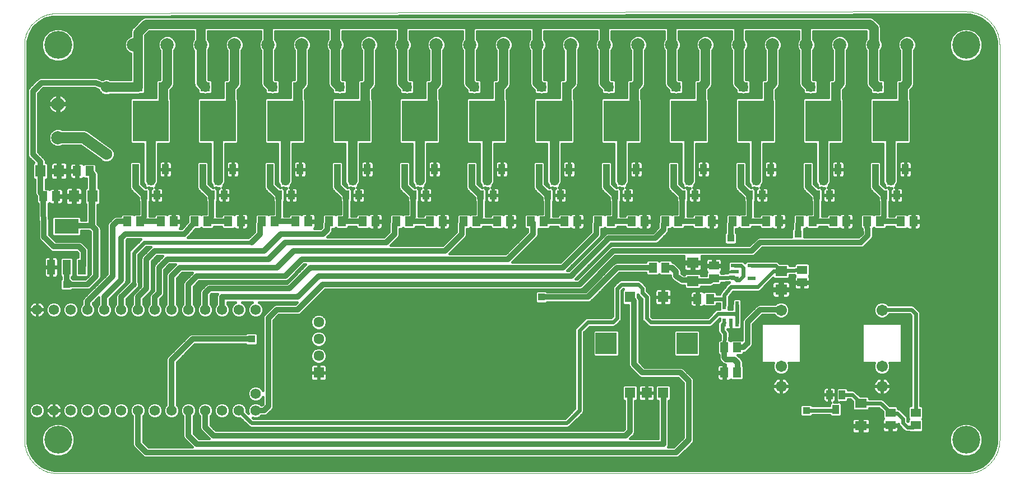
<source format=gtl>
G75*
%MOIN*%
%OFA0B0*%
%FSLAX24Y24*%
%IPPOS*%
%LPD*%
%AMOC8*
5,1,8,0,0,1.08239X$1,22.5*
%
%ADD10C,0.0000*%
%ADD11C,0.0673*%
%ADD12R,0.0591X0.0512*%
%ADD13R,0.0394X0.0551*%
%ADD14R,0.0709X0.0551*%
%ADD15R,0.0480X0.0880*%
%ADD16R,0.1417X0.0866*%
%ADD17R,0.0630X0.0709*%
%ADD18R,0.0512X0.0591*%
%ADD19C,0.0620*%
%ADD20R,0.0217X0.0472*%
%ADD21R,0.0551X0.0551*%
%ADD22R,0.0472X0.0217*%
%ADD23R,0.0709X0.0630*%
%ADD24R,0.0634X0.0634*%
%ADD25C,0.0634*%
%ADD26R,0.1266X0.1266*%
%ADD27R,0.2126X0.2441*%
%ADD28R,0.0394X0.0630*%
%ADD29C,0.0787*%
%ADD30C,0.0680*%
%ADD31C,0.0160*%
%ADD32C,0.0240*%
%ADD33R,0.0436X0.0436*%
%ADD34C,0.0320*%
%ADD35C,0.0560*%
%ADD36C,0.0400*%
%ADD37C,0.1660*%
%ADD38C,0.0660*%
D10*
X002180Y000180D02*
X056180Y000180D01*
X056267Y000182D01*
X056354Y000188D01*
X056441Y000197D01*
X056527Y000210D01*
X056613Y000227D01*
X056698Y000248D01*
X056781Y000273D01*
X056864Y000301D01*
X056945Y000332D01*
X057025Y000367D01*
X057103Y000406D01*
X057180Y000448D01*
X057255Y000493D01*
X057327Y000542D01*
X057398Y000593D01*
X057466Y000648D01*
X057531Y000705D01*
X057594Y000766D01*
X057655Y000829D01*
X057712Y000894D01*
X057767Y000962D01*
X057818Y001033D01*
X057867Y001105D01*
X057912Y001180D01*
X057954Y001257D01*
X057993Y001335D01*
X058028Y001415D01*
X058059Y001496D01*
X058087Y001579D01*
X058112Y001662D01*
X058133Y001747D01*
X058150Y001833D01*
X058163Y001919D01*
X058172Y002006D01*
X058178Y002093D01*
X058180Y002180D01*
X058180Y025676D01*
X058178Y025763D01*
X058172Y025851D01*
X058163Y025937D01*
X058150Y026024D01*
X058132Y026109D01*
X058112Y026194D01*
X058087Y026278D01*
X058059Y026361D01*
X058027Y026442D01*
X057992Y026522D01*
X057953Y026601D01*
X057911Y026677D01*
X057866Y026752D01*
X057817Y026825D01*
X057766Y026895D01*
X057711Y026963D01*
X057653Y027029D01*
X057593Y027092D01*
X057529Y027152D01*
X057464Y027210D01*
X057395Y027264D01*
X057325Y027316D01*
X057252Y027364D01*
X057177Y027410D01*
X057101Y027451D01*
X057022Y027490D01*
X056942Y027525D01*
X056861Y027557D01*
X056778Y027585D01*
X056694Y027609D01*
X056609Y027629D01*
X056523Y027646D01*
X056437Y027659D01*
X056350Y027669D01*
X056263Y027674D01*
X056176Y027676D01*
X002046Y027554D01*
X001960Y027552D01*
X001873Y027546D01*
X001788Y027536D01*
X001703Y027521D01*
X001618Y027503D01*
X001535Y027482D01*
X001453Y027456D01*
X001371Y027427D01*
X001292Y027393D01*
X001214Y027357D01*
X001138Y027316D01*
X001063Y027272D01*
X000991Y027225D01*
X000921Y027175D01*
X000854Y027121D01*
X000789Y027064D01*
X000726Y027005D01*
X000667Y026942D01*
X000610Y026877D01*
X000557Y026810D01*
X000506Y026739D01*
X000459Y026667D01*
X000416Y026593D01*
X000376Y026516D01*
X000339Y026438D01*
X000306Y026359D01*
X000277Y026277D01*
X000251Y026195D01*
X000230Y026112D01*
X000212Y026027D01*
X000198Y025942D01*
X000188Y025856D01*
X000182Y025770D01*
X000180Y025684D01*
X000180Y002180D01*
X000182Y002093D01*
X000188Y002006D01*
X000197Y001919D01*
X000210Y001833D01*
X000227Y001747D01*
X000248Y001662D01*
X000273Y001579D01*
X000301Y001496D01*
X000332Y001415D01*
X000367Y001335D01*
X000406Y001257D01*
X000448Y001180D01*
X000493Y001105D01*
X000542Y001033D01*
X000593Y000962D01*
X000648Y000894D01*
X000705Y000829D01*
X000766Y000766D01*
X000829Y000705D01*
X000894Y000648D01*
X000962Y000593D01*
X001033Y000542D01*
X001105Y000493D01*
X001180Y000448D01*
X001257Y000406D01*
X001335Y000367D01*
X001415Y000332D01*
X001496Y000301D01*
X001579Y000273D01*
X001662Y000248D01*
X001747Y000227D01*
X001833Y000210D01*
X001919Y000197D01*
X002006Y000188D01*
X002093Y000182D01*
X002180Y000180D01*
D11*
X045180Y005371D03*
X045180Y006552D03*
X051180Y006552D03*
X051180Y005371D03*
X051180Y009899D03*
X045180Y009899D03*
D12*
X046430Y011556D03*
X046430Y012304D03*
X041180Y012554D03*
X041180Y011806D03*
X051680Y003804D03*
X051680Y003056D03*
X053180Y003056D03*
X053180Y003804D03*
D13*
X048804Y004863D03*
X048056Y004863D03*
X048430Y003997D03*
X048054Y016747D03*
X047306Y016747D03*
X047680Y017613D03*
X044054Y016747D03*
X043306Y016747D03*
X043680Y017613D03*
X040054Y016747D03*
X039306Y016747D03*
X039680Y017613D03*
X036054Y016747D03*
X035306Y016747D03*
X035680Y017613D03*
X032054Y016747D03*
X031306Y016747D03*
X031680Y017613D03*
X028054Y016747D03*
X027306Y016747D03*
X027680Y017613D03*
X024054Y016747D03*
X023306Y016747D03*
X023680Y017613D03*
X020054Y016747D03*
X019306Y016747D03*
X019680Y017613D03*
X016054Y016747D03*
X015306Y016747D03*
X015680Y017613D03*
X012054Y016747D03*
X011306Y016747D03*
X011680Y017613D03*
X008054Y016747D03*
X007306Y016747D03*
X007680Y017613D03*
X051306Y016747D03*
X052054Y016747D03*
X051680Y017613D03*
D14*
X049930Y004349D03*
X049930Y003011D03*
D15*
X003590Y012460D03*
X002680Y012460D03*
X001770Y012460D03*
D16*
X002680Y014900D03*
D17*
X003129Y016680D03*
X004231Y016680D03*
X002231Y018180D03*
X001129Y018180D03*
D18*
X003306Y018180D03*
X004054Y018180D03*
X002054Y016680D03*
X001306Y016680D03*
X006306Y015180D03*
X007054Y015180D03*
X008306Y015180D03*
X009054Y015180D03*
X010306Y015180D03*
X011054Y015180D03*
X012306Y015180D03*
X013054Y015180D03*
X014306Y015180D03*
X015054Y015180D03*
X016306Y015180D03*
X017054Y015180D03*
X018306Y015180D03*
X019054Y015180D03*
X020306Y015180D03*
X021054Y015180D03*
X022306Y015180D03*
X023054Y015180D03*
X024306Y015180D03*
X025054Y015180D03*
X026306Y015180D03*
X027054Y015180D03*
X028306Y015180D03*
X029054Y015180D03*
X030306Y015180D03*
X031054Y015180D03*
X032306Y015180D03*
X033054Y015180D03*
X034306Y015180D03*
X035054Y015180D03*
X036306Y015180D03*
X037054Y015180D03*
X038306Y015180D03*
X039054Y015180D03*
X040306Y015180D03*
X041054Y015180D03*
X042306Y015180D03*
X043054Y015180D03*
X044306Y015180D03*
X045054Y015180D03*
X046306Y015180D03*
X047054Y015180D03*
X048306Y015180D03*
X049054Y015180D03*
X050306Y015180D03*
X051054Y015180D03*
X052306Y015180D03*
X053054Y015180D03*
X040956Y010574D03*
X040208Y010574D03*
X038304Y012430D03*
X037556Y012430D03*
X041806Y007680D03*
X042554Y007680D03*
X042554Y006180D03*
X041806Y006180D03*
D19*
X013930Y004930D03*
X013930Y003930D03*
X012930Y003930D03*
X011930Y003930D03*
X010930Y003930D03*
X009930Y003930D03*
X008930Y003930D03*
X007930Y003930D03*
X006930Y003930D03*
X005930Y003930D03*
X004930Y003930D03*
X003930Y003930D03*
X002930Y003930D03*
X001930Y003930D03*
X000930Y003930D03*
X000930Y009930D03*
X001930Y009930D03*
X002930Y009930D03*
X003930Y009930D03*
X004930Y009930D03*
X005930Y009930D03*
X006930Y009930D03*
X007930Y009930D03*
X008930Y009930D03*
X009930Y009930D03*
X010930Y009930D03*
X011930Y009930D03*
X012930Y009930D03*
X013930Y009930D03*
D20*
X041806Y010192D03*
X042554Y010192D03*
X042554Y009168D03*
X042180Y009168D03*
X041806Y009168D03*
D21*
X042932Y023180D03*
X044428Y023180D03*
X046932Y023180D03*
X048428Y023180D03*
X050932Y023180D03*
X052428Y023180D03*
X040428Y023180D03*
X038932Y023180D03*
X036428Y023180D03*
X034932Y023180D03*
X032428Y023180D03*
X030932Y023180D03*
X028428Y023180D03*
X026932Y023180D03*
X024428Y023180D03*
X022932Y023180D03*
X020428Y023180D03*
X018932Y023180D03*
X016428Y023180D03*
X014932Y023180D03*
X012428Y023180D03*
X010932Y023180D03*
X008428Y023180D03*
X006932Y023180D03*
D22*
X042418Y012554D03*
X042418Y012180D03*
X042418Y011806D03*
X043442Y011806D03*
X043442Y012554D03*
D23*
X045180Y012231D03*
X045180Y011129D03*
X039930Y011629D03*
X039930Y012731D03*
D24*
X038164Y010686D03*
X036196Y010686D03*
X036196Y004977D03*
X037180Y004977D03*
X038164Y004977D03*
X017680Y006180D03*
D25*
X017680Y007180D03*
X017680Y008180D03*
X017680Y009180D03*
D26*
X034778Y007930D03*
X039582Y007930D03*
D27*
X039680Y021164D03*
X035680Y021164D03*
X031680Y021164D03*
X027680Y021164D03*
X023680Y021164D03*
X019680Y021164D03*
X015680Y021164D03*
X011680Y021164D03*
X007680Y021164D03*
X043680Y021164D03*
X047680Y021164D03*
X051680Y021164D03*
D28*
X050782Y018290D03*
X052578Y018290D03*
X048578Y018290D03*
X046782Y018290D03*
X044578Y018290D03*
X042782Y018290D03*
X040578Y018290D03*
X038782Y018290D03*
X036578Y018290D03*
X034782Y018290D03*
X032578Y018290D03*
X030782Y018290D03*
X028578Y018290D03*
X026782Y018290D03*
X024578Y018290D03*
X022782Y018290D03*
X020578Y018290D03*
X018782Y018290D03*
X016578Y018290D03*
X014782Y018290D03*
X012578Y018290D03*
X010782Y018290D03*
X008578Y018290D03*
X006782Y018290D03*
D29*
X002170Y020172D03*
X002170Y022172D03*
X006672Y025690D03*
X008672Y025690D03*
X010672Y025690D03*
X012672Y025690D03*
X014672Y025690D03*
X016672Y025690D03*
X018672Y025690D03*
X020672Y025690D03*
X022672Y025690D03*
X024672Y025690D03*
X026672Y025690D03*
X028672Y025690D03*
X030672Y025690D03*
X032672Y025690D03*
X034672Y025690D03*
X036672Y025690D03*
X038672Y025690D03*
X040672Y025690D03*
X042672Y025690D03*
X044672Y025690D03*
X046672Y025690D03*
X048672Y025690D03*
X050672Y025690D03*
X052672Y025690D03*
D30*
X005055Y023180D03*
X005055Y019180D03*
D31*
X000893Y000893D02*
X001212Y000639D01*
X001579Y000462D01*
X001976Y000371D01*
X002180Y000360D01*
X056180Y000360D01*
X056384Y000371D01*
X056781Y000462D01*
X057148Y000639D01*
X057467Y000893D01*
X057721Y001212D01*
X057898Y001579D01*
X057989Y001976D01*
X058000Y002180D01*
X058000Y025676D01*
X057989Y025880D01*
X057898Y026277D01*
X057720Y026645D01*
X057465Y026964D01*
X057146Y027218D01*
X056778Y027394D01*
X056380Y027484D01*
X056176Y027496D01*
X056156Y027495D01*
X002070Y027374D01*
X002046Y027374D01*
X001826Y027359D01*
X001401Y027245D01*
X001019Y027024D01*
X000708Y026712D01*
X000488Y026330D01*
X000374Y025904D01*
X000360Y025684D01*
X000360Y002180D01*
X000371Y001976D01*
X000462Y001579D01*
X000639Y001212D01*
X000893Y000893D01*
X000830Y000973D02*
X057530Y000973D01*
X057657Y001131D02*
X039044Y001131D01*
X038994Y001110D02*
X039111Y001159D01*
X039861Y001909D01*
X039951Y001999D01*
X040000Y002116D01*
X040000Y005744D01*
X039951Y005861D01*
X039451Y006361D01*
X039361Y006451D01*
X039244Y006500D01*
X037063Y006500D01*
X036750Y006813D01*
X036750Y010515D01*
X036701Y010633D01*
X036673Y010662D01*
X036673Y010820D01*
X036693Y010771D01*
X036771Y010693D01*
X036900Y010564D01*
X036900Y009374D01*
X036943Y009271D01*
X037021Y009193D01*
X037271Y008943D01*
X037374Y008900D01*
X040986Y008900D01*
X041089Y008943D01*
X041167Y009021D01*
X041538Y009392D01*
X041538Y009296D01*
X041443Y009201D01*
X041400Y009098D01*
X041400Y008624D01*
X041443Y008521D01*
X041521Y008443D01*
X041560Y008404D01*
X041547Y008135D01*
X041484Y008135D01*
X041390Y008042D01*
X041390Y007318D01*
X041484Y007225D01*
X041486Y007225D01*
X041486Y007014D01*
X041535Y006896D01*
X041641Y006790D01*
X041731Y006700D01*
X041849Y006651D01*
X041854Y006651D01*
X041854Y006228D01*
X041758Y006228D01*
X041758Y006655D01*
X041526Y006655D01*
X041481Y006643D01*
X041440Y006619D01*
X041406Y006586D01*
X041382Y006545D01*
X041370Y006499D01*
X041370Y006228D01*
X041758Y006228D01*
X041758Y006132D01*
X041854Y006132D01*
X041854Y005705D01*
X042086Y005705D01*
X042131Y005717D01*
X042172Y005741D01*
X042194Y005762D01*
X042232Y005725D01*
X042876Y005725D01*
X042970Y005818D01*
X042970Y006542D01*
X042921Y006590D01*
X042921Y006838D01*
X042873Y006956D01*
X042783Y007046D01*
X042604Y007225D01*
X042876Y007225D01*
X042970Y007318D01*
X042970Y007360D01*
X042994Y007360D01*
X043111Y007409D01*
X043361Y007659D01*
X043451Y007749D01*
X043500Y007866D01*
X043500Y009047D01*
X044063Y009610D01*
X044766Y009610D01*
X044899Y009478D01*
X045081Y009402D01*
X045279Y009402D01*
X045461Y009478D01*
X045601Y009617D01*
X045677Y009800D01*
X045677Y009997D01*
X045601Y010180D01*
X045461Y010319D01*
X045279Y010395D01*
X045081Y010395D01*
X044899Y010319D01*
X044829Y010250D01*
X043866Y010250D01*
X043749Y010201D01*
X043659Y010111D01*
X042909Y009361D01*
X042860Y009244D01*
X042860Y008135D01*
X042232Y008135D01*
X042180Y008083D01*
X042128Y008135D01*
X042108Y008135D01*
X042123Y008453D01*
X042125Y008459D01*
X042125Y008508D01*
X042128Y008557D01*
X042125Y008564D01*
X042125Y008570D01*
X042107Y008616D01*
X042090Y008662D01*
X042085Y008667D01*
X042083Y008673D01*
X042048Y008708D01*
X042015Y008744D01*
X042009Y008747D01*
X041982Y008774D01*
X041984Y008775D01*
X042002Y008764D01*
X042048Y008752D01*
X042180Y008752D01*
X042312Y008752D01*
X042358Y008764D01*
X042376Y008775D01*
X042379Y008772D01*
X042729Y008772D01*
X042822Y008866D01*
X042822Y009084D01*
X042834Y009112D01*
X042834Y010248D01*
X042822Y010276D01*
X042822Y010494D01*
X042729Y010588D01*
X042379Y010588D01*
X042286Y010494D01*
X042286Y010276D01*
X042274Y010248D01*
X042274Y009960D01*
X042074Y009960D01*
X042074Y010108D01*
X042086Y010136D01*
X042086Y010141D01*
X042088Y010145D01*
X042086Y010196D01*
X042086Y010709D01*
X042315Y010998D01*
X043732Y010998D01*
X043733Y010998D01*
X043788Y010998D01*
X043842Y010998D01*
X043843Y010999D01*
X043845Y010999D01*
X043895Y011020D01*
X043945Y011041D01*
X043946Y011042D01*
X043947Y011043D01*
X043985Y011081D01*
X044024Y011120D01*
X044024Y011121D01*
X044379Y011483D01*
X044706Y011810D01*
X044759Y011756D01*
X045601Y011756D01*
X045694Y011850D01*
X045694Y011989D01*
X045975Y012002D01*
X045975Y011982D01*
X046012Y011944D01*
X045991Y011922D01*
X045967Y011881D01*
X045955Y011836D01*
X045955Y011604D01*
X046382Y011604D01*
X046382Y011508D01*
X045955Y011508D01*
X045955Y011276D01*
X045967Y011231D01*
X045991Y011190D01*
X046024Y011156D01*
X046065Y011132D01*
X046111Y011120D01*
X046382Y011120D01*
X046382Y011508D01*
X046478Y011508D01*
X046478Y011604D01*
X046905Y011604D01*
X046905Y011836D01*
X046893Y011881D01*
X046869Y011922D01*
X046848Y011944D01*
X046885Y011982D01*
X046885Y012626D01*
X046792Y012720D01*
X046068Y012720D01*
X045975Y012626D01*
X045975Y012563D01*
X045694Y012550D01*
X045694Y012612D01*
X045601Y012706D01*
X045101Y012706D01*
X045016Y012791D01*
X044913Y012834D01*
X043386Y012834D01*
X043358Y012822D01*
X043139Y012822D01*
X043046Y012729D01*
X043046Y012710D01*
X042965Y012791D01*
X042862Y012834D01*
X042362Y012834D01*
X042334Y012822D01*
X042116Y012822D01*
X042022Y012729D01*
X042022Y012379D01*
X042025Y012376D01*
X042014Y012358D01*
X042002Y012312D01*
X042002Y012180D01*
X042002Y012113D01*
X041635Y012101D01*
X041635Y012128D01*
X041598Y012166D01*
X041619Y012188D01*
X041643Y012229D01*
X041655Y012274D01*
X041655Y012506D01*
X041228Y012506D01*
X041228Y012602D01*
X041655Y012602D01*
X041655Y012834D01*
X041643Y012879D01*
X041619Y012920D01*
X041586Y012954D01*
X041545Y012978D01*
X041499Y012990D01*
X041228Y012990D01*
X041228Y012602D01*
X041132Y012602D01*
X041132Y012506D01*
X040705Y012506D01*
X040705Y012274D01*
X040717Y012229D01*
X040741Y012188D01*
X040762Y012166D01*
X040725Y012128D01*
X040725Y011949D01*
X040444Y011949D01*
X040444Y012010D01*
X040351Y012104D01*
X039509Y012104D01*
X039416Y012010D01*
X039416Y012000D01*
X039402Y012000D01*
X039250Y012101D01*
X039250Y012244D01*
X039201Y012361D01*
X039111Y012451D01*
X038861Y012701D01*
X038744Y012750D01*
X038720Y012750D01*
X038720Y012792D01*
X038626Y012885D01*
X037982Y012885D01*
X037930Y012833D01*
X037878Y012885D01*
X037234Y012885D01*
X037140Y012792D01*
X037140Y012750D01*
X035366Y012750D01*
X035249Y012701D01*
X035159Y012611D01*
X033547Y011000D01*
X031272Y011000D01*
X031214Y011058D01*
X030646Y011058D01*
X030552Y010964D01*
X030552Y010396D01*
X030646Y010302D01*
X031214Y010302D01*
X031272Y010360D01*
X033744Y010360D01*
X033861Y010409D01*
X035563Y012110D01*
X037140Y012110D01*
X037140Y012068D01*
X037234Y011975D01*
X037878Y011975D01*
X037930Y012027D01*
X037982Y011975D01*
X038610Y011975D01*
X038610Y011961D01*
X038604Y011930D01*
X038610Y011898D01*
X038610Y011866D01*
X038622Y011837D01*
X038629Y011805D01*
X038646Y011778D01*
X038659Y011749D01*
X038682Y011726D01*
X038700Y011699D01*
X038726Y011681D01*
X038749Y011659D01*
X038779Y011646D01*
X039101Y011431D01*
X039124Y011409D01*
X039154Y011396D01*
X039180Y011378D01*
X039212Y011372D01*
X039241Y011360D01*
X039274Y011360D01*
X039305Y011354D01*
X039337Y011360D01*
X039416Y011360D01*
X039416Y011248D01*
X039509Y011154D01*
X040351Y011154D01*
X040444Y011248D01*
X040444Y011309D01*
X040948Y011309D01*
X040995Y011304D01*
X041011Y011309D01*
X041027Y011309D01*
X041071Y011327D01*
X041117Y011341D01*
X041130Y011351D01*
X041145Y011358D01*
X041177Y011390D01*
X041542Y011390D01*
X041635Y011484D01*
X041635Y011541D01*
X042097Y011556D01*
X042102Y011551D01*
X042092Y011550D01*
X042058Y011531D01*
X042021Y011516D01*
X042010Y011504D01*
X041995Y011496D01*
X041971Y011465D01*
X041943Y011437D01*
X041936Y011422D01*
X041597Y010993D01*
X041569Y010965D01*
X041562Y010949D01*
X041552Y010936D01*
X041541Y010898D01*
X041526Y010862D01*
X041526Y010854D01*
X041371Y010854D01*
X041371Y010935D01*
X041278Y011029D01*
X040633Y011029D01*
X040596Y010991D01*
X040574Y011013D01*
X040533Y011037D01*
X040487Y011049D01*
X040256Y011049D01*
X040256Y010622D01*
X040160Y010622D01*
X040160Y011049D01*
X039928Y011049D01*
X039882Y011037D01*
X039841Y011013D01*
X039808Y010979D01*
X039784Y010938D01*
X039772Y010893D01*
X039772Y010622D01*
X040160Y010622D01*
X040160Y010526D01*
X040256Y010526D01*
X040256Y010098D01*
X040487Y010098D01*
X040533Y010111D01*
X040574Y010134D01*
X040596Y010156D01*
X040633Y010118D01*
X041278Y010118D01*
X041371Y010212D01*
X041371Y010294D01*
X041523Y010294D01*
X041526Y010188D01*
X041526Y010136D01*
X041528Y010132D01*
X041528Y010127D01*
X041538Y010106D01*
X041538Y009960D01*
X041374Y009960D01*
X041271Y009917D01*
X040814Y009460D01*
X037546Y009460D01*
X037460Y009546D01*
X037460Y010736D01*
X037417Y010839D01*
X037210Y011046D01*
X037210Y011236D01*
X037167Y011339D01*
X036917Y011589D01*
X036839Y011667D01*
X036736Y011710D01*
X035624Y011710D01*
X035521Y011667D01*
X035271Y011417D01*
X035193Y011339D01*
X035150Y011236D01*
X035150Y009546D01*
X035064Y009460D01*
X033624Y009460D01*
X033521Y009417D01*
X033021Y008917D01*
X032943Y008839D01*
X032900Y008736D01*
X032900Y004046D01*
X032314Y003460D01*
X013796Y003460D01*
X013767Y003489D01*
X013837Y003460D01*
X014023Y003460D01*
X014196Y003532D01*
X014275Y003610D01*
X014494Y003610D01*
X014611Y003659D01*
X014701Y003749D01*
X014951Y003999D01*
X015000Y004116D01*
X015000Y009297D01*
X015313Y009610D01*
X016494Y009610D01*
X016611Y009659D01*
X016701Y009749D01*
X018063Y011110D01*
X033244Y011110D01*
X033361Y011159D01*
X033451Y011249D01*
X035313Y013110D01*
X039406Y013110D01*
X039396Y013070D01*
X039396Y012809D01*
X039853Y012809D01*
X039853Y012654D01*
X040007Y012654D01*
X040007Y012236D01*
X040308Y012236D01*
X040354Y012248D01*
X040395Y012272D01*
X040428Y012306D01*
X040452Y012347D01*
X040464Y012393D01*
X040464Y012654D01*
X040007Y012654D01*
X040007Y012809D01*
X040464Y012809D01*
X040464Y013070D01*
X040454Y013110D01*
X043494Y013110D01*
X043611Y013159D01*
X043701Y013249D01*
X044063Y013610D01*
X049994Y013610D01*
X050111Y013659D01*
X050201Y013749D01*
X050532Y014080D01*
X050539Y014083D01*
X050577Y014124D01*
X050617Y014164D01*
X050620Y014171D01*
X050625Y014177D01*
X050644Y014230D01*
X050665Y014282D01*
X050665Y014290D01*
X050668Y014297D01*
X050665Y014353D01*
X050665Y014409D01*
X050662Y014416D01*
X050647Y014743D01*
X050680Y014777D01*
X050732Y014725D01*
X051376Y014725D01*
X051470Y014818D01*
X051470Y014860D01*
X051890Y014860D01*
X051890Y014818D01*
X051984Y014725D01*
X052628Y014725D01*
X052666Y014762D01*
X052665Y014762D01*
X052666Y014762D02*
X052688Y014741D01*
X052729Y014717D01*
X052774Y014705D01*
X053006Y014705D01*
X053006Y015132D01*
X053102Y015132D01*
X053102Y014705D01*
X053334Y014705D01*
X053379Y014717D01*
X053420Y014741D01*
X053454Y014774D01*
X053478Y014815D01*
X053490Y014861D01*
X053490Y015132D01*
X053102Y015132D01*
X053102Y015228D01*
X053006Y015228D01*
X053006Y015655D01*
X052774Y015655D01*
X052729Y015643D01*
X052688Y015619D01*
X052666Y015598D01*
X052628Y015635D01*
X051984Y015635D01*
X051890Y015542D01*
X051890Y015500D01*
X051626Y015500D01*
X051626Y016368D01*
X051663Y016405D01*
X051663Y016668D01*
X051666Y016675D01*
X051666Y016819D01*
X051663Y016826D01*
X051663Y017089D01*
X051574Y017177D01*
X051582Y017177D01*
X051592Y017173D01*
X051758Y017173D01*
X051747Y017167D01*
X051713Y017133D01*
X051689Y017092D01*
X051677Y017046D01*
X051677Y016765D01*
X052036Y016765D01*
X052036Y017203D01*
X051968Y017203D01*
X052037Y017271D01*
X052037Y017348D01*
X052053Y017364D01*
X052120Y017526D01*
X052120Y019784D01*
X052809Y019784D01*
X052903Y019878D01*
X052903Y022451D01*
X052868Y022486D01*
X052868Y022998D01*
X053045Y023174D01*
X053112Y023336D01*
X053112Y025347D01*
X053141Y025376D01*
X053225Y025580D01*
X053225Y025800D01*
X053141Y026003D01*
X052985Y026159D01*
X052782Y026244D01*
X052562Y026244D01*
X052358Y026159D01*
X052202Y026003D01*
X052118Y025800D01*
X052118Y025580D01*
X052202Y025376D01*
X052232Y025347D01*
X052232Y023616D01*
X052086Y023616D01*
X051992Y023522D01*
X051992Y023278D01*
X051988Y023268D01*
X051988Y022545D01*
X050551Y022545D01*
X050457Y022451D01*
X050457Y019878D01*
X050551Y019784D01*
X051240Y019784D01*
X051240Y017526D01*
X051307Y017364D01*
X051323Y017348D01*
X051323Y017271D01*
X051412Y017183D01*
X051380Y017183D01*
X051142Y017420D01*
X051142Y018362D01*
X051139Y018369D01*
X051139Y018671D01*
X051045Y018765D01*
X050519Y018765D01*
X050426Y018671D01*
X050426Y018369D01*
X050422Y018362D01*
X050422Y017199D01*
X050477Y017067D01*
X050949Y016595D01*
X050949Y016405D01*
X050986Y016368D01*
X050986Y015635D01*
X050732Y015635D01*
X050680Y015583D01*
X050628Y015635D01*
X049984Y015635D01*
X049890Y015542D01*
X049890Y014818D01*
X049984Y014725D01*
X050007Y014725D01*
X050019Y014472D01*
X049797Y014250D01*
X046558Y014250D01*
X046558Y014714D01*
X046548Y014725D01*
X046628Y014725D01*
X046680Y014777D01*
X046732Y014725D01*
X047376Y014725D01*
X047470Y014818D01*
X047470Y014860D01*
X047890Y014860D01*
X047890Y014818D01*
X047984Y014725D01*
X048628Y014725D01*
X048666Y014762D01*
X048665Y014762D01*
X048666Y014762D02*
X048688Y014741D01*
X048729Y014717D01*
X048774Y014705D01*
X049006Y014705D01*
X049006Y015132D01*
X049102Y015132D01*
X049102Y014705D01*
X049334Y014705D01*
X049379Y014717D01*
X049420Y014741D01*
X049454Y014774D01*
X049478Y014815D01*
X049490Y014861D01*
X049490Y015132D01*
X049102Y015132D01*
X049102Y015228D01*
X049006Y015228D01*
X049006Y015655D01*
X048774Y015655D01*
X048729Y015643D01*
X048688Y015619D01*
X048666Y015598D01*
X048628Y015635D01*
X047984Y015635D01*
X047890Y015542D01*
X047890Y015500D01*
X047626Y015500D01*
X047626Y016368D01*
X047663Y016405D01*
X047663Y016668D01*
X047666Y016675D01*
X047666Y016819D01*
X047663Y016826D01*
X047663Y017089D01*
X047574Y017177D01*
X047582Y017177D01*
X047592Y017173D01*
X047758Y017173D01*
X047747Y017167D01*
X047713Y017133D01*
X047689Y017092D01*
X047677Y017046D01*
X047677Y016765D01*
X048036Y016765D01*
X048036Y017203D01*
X047968Y017203D01*
X048037Y017271D01*
X048037Y017348D01*
X048053Y017364D01*
X048120Y017526D01*
X048120Y019784D01*
X048809Y019784D01*
X048903Y019878D01*
X048903Y022451D01*
X048868Y022486D01*
X048868Y022998D01*
X049045Y023174D01*
X049112Y023336D01*
X049112Y025347D01*
X049141Y025376D01*
X049225Y025580D01*
X049225Y025800D01*
X049141Y026003D01*
X048985Y026159D01*
X048782Y026244D01*
X048562Y026244D01*
X048358Y026159D01*
X048202Y026003D01*
X048118Y025800D01*
X048118Y025580D01*
X048202Y025376D01*
X048232Y025347D01*
X048232Y023616D01*
X048086Y023616D01*
X047992Y023522D01*
X047992Y023278D01*
X047988Y023268D01*
X047988Y022545D01*
X046551Y022545D01*
X046457Y022451D01*
X046457Y019878D01*
X046551Y019784D01*
X047240Y019784D01*
X047240Y017526D01*
X047307Y017364D01*
X047323Y017348D01*
X047323Y017271D01*
X047412Y017183D01*
X047380Y017183D01*
X047142Y017420D01*
X047142Y018362D01*
X047139Y018369D01*
X047139Y018671D01*
X047045Y018765D01*
X046519Y018765D01*
X046426Y018671D01*
X046426Y018369D01*
X046422Y018362D01*
X046422Y017199D01*
X046477Y017067D01*
X046949Y016595D01*
X046949Y016405D01*
X046986Y016368D01*
X046986Y015635D01*
X046732Y015635D01*
X046680Y015583D01*
X046628Y015635D01*
X045984Y015635D01*
X045890Y015542D01*
X045890Y015162D01*
X045887Y015158D01*
X045876Y015117D01*
X045860Y015078D01*
X045860Y015056D01*
X045854Y015035D01*
X045860Y014993D01*
X045860Y014772D01*
X045802Y014714D01*
X045802Y014250D01*
X043866Y014250D01*
X043749Y014201D01*
X043297Y013750D01*
X035116Y013750D01*
X034999Y013701D01*
X033047Y011750D01*
X032953Y011750D01*
X035063Y013860D01*
X037744Y013860D01*
X037861Y013909D01*
X038361Y014409D01*
X038451Y014499D01*
X038500Y014616D01*
X038500Y014725D01*
X038628Y014725D01*
X038680Y014777D01*
X038732Y014725D01*
X039376Y014725D01*
X039470Y014818D01*
X039470Y014860D01*
X039890Y014860D01*
X039890Y014818D01*
X039984Y014725D01*
X040628Y014725D01*
X040666Y014762D01*
X040665Y014762D01*
X040666Y014762D02*
X040688Y014741D01*
X040729Y014717D01*
X040774Y014705D01*
X041006Y014705D01*
X041006Y015132D01*
X041102Y015132D01*
X041102Y014705D01*
X041334Y014705D01*
X041379Y014717D01*
X041420Y014741D01*
X041454Y014774D01*
X041478Y014815D01*
X041490Y014861D01*
X041490Y015132D01*
X041102Y015132D01*
X041102Y015228D01*
X041006Y015228D01*
X041006Y015655D01*
X040774Y015655D01*
X040729Y015643D01*
X040688Y015619D01*
X040666Y015598D01*
X040628Y015635D01*
X039984Y015635D01*
X039890Y015542D01*
X039890Y015500D01*
X039626Y015500D01*
X039626Y016368D01*
X039663Y016405D01*
X039663Y016668D01*
X039666Y016675D01*
X039666Y016819D01*
X039663Y016826D01*
X039663Y017089D01*
X039574Y017177D01*
X039582Y017177D01*
X039592Y017173D01*
X039758Y017173D01*
X039747Y017167D01*
X039713Y017133D01*
X039689Y017092D01*
X039677Y017046D01*
X039677Y016765D01*
X040036Y016765D01*
X040036Y017203D01*
X039968Y017203D01*
X040037Y017271D01*
X040037Y017348D01*
X040053Y017364D01*
X040120Y017526D01*
X040120Y019784D01*
X040809Y019784D01*
X040903Y019878D01*
X040903Y022451D01*
X040868Y022486D01*
X040868Y022998D01*
X041045Y023174D01*
X041112Y023336D01*
X041112Y025347D01*
X041141Y025376D01*
X041225Y025580D01*
X041225Y025800D01*
X041141Y026003D01*
X040985Y026159D01*
X040782Y026244D01*
X040562Y026244D01*
X040358Y026159D01*
X040202Y026003D01*
X040118Y025800D01*
X040118Y025580D01*
X040202Y025376D01*
X040232Y025347D01*
X040232Y023616D01*
X040086Y023616D01*
X039992Y023522D01*
X039992Y023278D01*
X039988Y023268D01*
X039988Y022545D01*
X038551Y022545D01*
X038457Y022451D01*
X038457Y019878D01*
X038551Y019784D01*
X039240Y019784D01*
X039240Y017526D01*
X039307Y017364D01*
X039323Y017348D01*
X039323Y017271D01*
X039412Y017183D01*
X039380Y017183D01*
X039142Y017420D01*
X039142Y018362D01*
X039139Y018369D01*
X039139Y018671D01*
X039045Y018765D01*
X038519Y018765D01*
X038426Y018671D01*
X038426Y018369D01*
X038422Y018362D01*
X038422Y017199D01*
X038477Y017067D01*
X038949Y016595D01*
X038949Y016405D01*
X038986Y016368D01*
X038986Y015635D01*
X038732Y015635D01*
X038680Y015583D01*
X038628Y015635D01*
X037984Y015635D01*
X037890Y015542D01*
X037890Y015162D01*
X037887Y015158D01*
X037876Y015117D01*
X037860Y015078D01*
X037860Y015056D01*
X037854Y015035D01*
X037860Y014993D01*
X037860Y014813D01*
X037547Y014500D01*
X034866Y014500D01*
X034749Y014451D01*
X034659Y014361D01*
X032547Y012250D01*
X032453Y012250D01*
X034451Y014249D01*
X034500Y014366D01*
X034500Y014725D01*
X034628Y014725D01*
X034680Y014777D01*
X034732Y014725D01*
X035376Y014725D01*
X035470Y014818D01*
X035470Y014860D01*
X035890Y014860D01*
X035890Y014818D01*
X035984Y014725D01*
X036628Y014725D01*
X036666Y014762D01*
X036665Y014762D01*
X036666Y014762D02*
X036688Y014741D01*
X036729Y014717D01*
X036774Y014705D01*
X037006Y014705D01*
X037006Y015132D01*
X037102Y015132D01*
X037102Y014705D01*
X037334Y014705D01*
X037379Y014717D01*
X037420Y014741D01*
X037454Y014774D01*
X037478Y014815D01*
X037490Y014861D01*
X037490Y015132D01*
X037102Y015132D01*
X037102Y015228D01*
X037006Y015228D01*
X037006Y015655D01*
X036774Y015655D01*
X036729Y015643D01*
X036688Y015619D01*
X036666Y015598D01*
X036628Y015635D01*
X035984Y015635D01*
X035890Y015542D01*
X035890Y015500D01*
X035626Y015500D01*
X035626Y016368D01*
X035663Y016405D01*
X035663Y016668D01*
X035666Y016675D01*
X035666Y016819D01*
X035663Y016826D01*
X035663Y017089D01*
X035574Y017177D01*
X035582Y017177D01*
X035592Y017173D01*
X035758Y017173D01*
X035747Y017167D01*
X035713Y017133D01*
X035689Y017092D01*
X035677Y017046D01*
X035677Y016765D01*
X036036Y016765D01*
X036036Y017203D01*
X035968Y017203D01*
X036037Y017271D01*
X036037Y017348D01*
X036053Y017364D01*
X036120Y017526D01*
X036120Y019784D01*
X036809Y019784D01*
X036903Y019878D01*
X036903Y022451D01*
X036868Y022486D01*
X036868Y022998D01*
X037045Y023174D01*
X037112Y023336D01*
X037112Y025347D01*
X037141Y025376D01*
X037225Y025580D01*
X037225Y025800D01*
X037141Y026003D01*
X036985Y026159D01*
X036782Y026244D01*
X036562Y026244D01*
X036358Y026159D01*
X036202Y026003D01*
X036118Y025800D01*
X036118Y025580D01*
X036202Y025376D01*
X036232Y025347D01*
X036232Y023616D01*
X036086Y023616D01*
X035992Y023522D01*
X035992Y023278D01*
X035988Y023268D01*
X035988Y022545D01*
X034551Y022545D01*
X034457Y022451D01*
X034457Y019878D01*
X034551Y019784D01*
X035240Y019784D01*
X035240Y017526D01*
X035307Y017364D01*
X035323Y017348D01*
X035323Y017271D01*
X035412Y017183D01*
X035380Y017183D01*
X035142Y017420D01*
X035142Y018362D01*
X035139Y018369D01*
X035139Y018671D01*
X035045Y018765D01*
X034519Y018765D01*
X034426Y018671D01*
X034426Y018369D01*
X034422Y018362D01*
X034422Y017199D01*
X034477Y017067D01*
X034949Y016595D01*
X034949Y016405D01*
X034986Y016368D01*
X034986Y015635D01*
X034732Y015635D01*
X034680Y015583D01*
X034628Y015635D01*
X033984Y015635D01*
X033890Y015542D01*
X033890Y015162D01*
X033887Y015158D01*
X033876Y015117D01*
X033860Y015078D01*
X033860Y015056D01*
X033854Y015035D01*
X033860Y014993D01*
X033860Y014563D01*
X032047Y012750D01*
X029203Y012750D01*
X030611Y014159D01*
X030701Y014249D01*
X030750Y014366D01*
X030750Y014725D01*
X031376Y014725D01*
X031470Y014818D01*
X031470Y014860D01*
X031890Y014860D01*
X031890Y014818D01*
X031984Y014725D01*
X032628Y014725D01*
X032666Y014762D01*
X032665Y014762D01*
X032666Y014762D02*
X032688Y014741D01*
X032729Y014717D01*
X032774Y014705D01*
X033006Y014705D01*
X033006Y015132D01*
X033102Y015132D01*
X033102Y014705D01*
X033334Y014705D01*
X033379Y014717D01*
X033420Y014741D01*
X033454Y014774D01*
X033478Y014815D01*
X033490Y014861D01*
X033490Y015132D01*
X033102Y015132D01*
X033102Y015228D01*
X033006Y015228D01*
X033006Y015655D01*
X032774Y015655D01*
X032729Y015643D01*
X032688Y015619D01*
X032666Y015598D01*
X032628Y015635D01*
X031984Y015635D01*
X031890Y015542D01*
X031890Y015500D01*
X031626Y015500D01*
X031626Y016368D01*
X031663Y016405D01*
X031663Y016668D01*
X031666Y016675D01*
X031666Y016819D01*
X031663Y016826D01*
X031663Y017089D01*
X031574Y017177D01*
X031582Y017177D01*
X031592Y017173D01*
X031758Y017173D01*
X031747Y017167D01*
X031713Y017133D01*
X031689Y017092D01*
X031677Y017046D01*
X031677Y016765D01*
X032036Y016765D01*
X032036Y017203D01*
X031968Y017203D01*
X032037Y017271D01*
X032037Y017348D01*
X032053Y017364D01*
X032120Y017526D01*
X032120Y019784D01*
X032809Y019784D01*
X032903Y019878D01*
X032903Y022451D01*
X032868Y022486D01*
X032868Y022998D01*
X033053Y023183D01*
X033120Y023344D01*
X033120Y025355D01*
X033141Y025376D01*
X033225Y025580D01*
X033225Y025800D01*
X033141Y026003D01*
X032985Y026159D01*
X032782Y026244D01*
X032562Y026244D01*
X032358Y026159D01*
X032202Y026003D01*
X032118Y025800D01*
X032118Y025580D01*
X032202Y025376D01*
X032240Y025338D01*
X032240Y023616D01*
X032086Y023616D01*
X031992Y023522D01*
X031992Y023278D01*
X031988Y023268D01*
X031988Y022545D01*
X030551Y022545D01*
X030457Y022451D01*
X030457Y019878D01*
X030551Y019784D01*
X031240Y019784D01*
X031240Y017526D01*
X031307Y017364D01*
X031323Y017348D01*
X031323Y017271D01*
X031412Y017183D01*
X031380Y017183D01*
X031142Y017420D01*
X031142Y018362D01*
X031139Y018369D01*
X031139Y018671D01*
X031045Y018765D01*
X030519Y018765D01*
X030426Y018671D01*
X030426Y018369D01*
X030422Y018362D01*
X030422Y017199D01*
X030477Y017067D01*
X030949Y016595D01*
X030949Y016405D01*
X030986Y016368D01*
X030986Y015635D01*
X030732Y015635D01*
X030680Y015583D01*
X030628Y015635D01*
X029984Y015635D01*
X029890Y015542D01*
X029890Y014818D01*
X029984Y014725D01*
X030110Y014725D01*
X030110Y014563D01*
X028797Y013250D01*
X025453Y013250D01*
X026361Y014159D01*
X026451Y014249D01*
X026500Y014366D01*
X026500Y014725D01*
X026628Y014725D01*
X026680Y014777D01*
X026732Y014725D01*
X027376Y014725D01*
X027470Y014818D01*
X027470Y014860D01*
X027890Y014860D01*
X027890Y014818D01*
X027984Y014725D01*
X028628Y014725D01*
X028666Y014762D01*
X028665Y014762D01*
X028666Y014762D02*
X028688Y014741D01*
X028729Y014717D01*
X028774Y014705D01*
X029006Y014705D01*
X029006Y015132D01*
X029102Y015132D01*
X029102Y014705D01*
X029334Y014705D01*
X029379Y014717D01*
X029420Y014741D01*
X029454Y014774D01*
X029478Y014815D01*
X029490Y014861D01*
X029490Y015132D01*
X029102Y015132D01*
X029102Y015228D01*
X029006Y015228D01*
X029006Y015655D01*
X028774Y015655D01*
X028729Y015643D01*
X028688Y015619D01*
X028666Y015598D01*
X028628Y015635D01*
X027984Y015635D01*
X027890Y015542D01*
X027890Y015500D01*
X027626Y015500D01*
X027626Y016368D01*
X027663Y016405D01*
X027663Y016668D01*
X027666Y016675D01*
X027666Y016819D01*
X027663Y016826D01*
X027663Y017089D01*
X027574Y017177D01*
X027582Y017177D01*
X027592Y017173D01*
X027758Y017173D01*
X027747Y017167D01*
X027713Y017133D01*
X027689Y017092D01*
X027677Y017046D01*
X027677Y016765D01*
X028036Y016765D01*
X028036Y017203D01*
X027968Y017203D01*
X028037Y017271D01*
X028037Y017348D01*
X028053Y017364D01*
X028120Y017526D01*
X028120Y019784D01*
X028809Y019784D01*
X028903Y019878D01*
X028903Y022451D01*
X028868Y022486D01*
X028868Y022998D01*
X029045Y023174D01*
X029112Y023336D01*
X029112Y025347D01*
X029141Y025376D01*
X029225Y025580D01*
X029225Y025800D01*
X029141Y026003D01*
X028985Y026159D01*
X028782Y026244D01*
X028562Y026244D01*
X028358Y026159D01*
X028202Y026003D01*
X028118Y025800D01*
X028118Y025580D01*
X028202Y025376D01*
X028232Y025347D01*
X028232Y023616D01*
X028086Y023616D01*
X027992Y023522D01*
X027992Y023278D01*
X027988Y023268D01*
X027988Y022545D01*
X026551Y022545D01*
X026457Y022451D01*
X026457Y019878D01*
X026551Y019784D01*
X027240Y019784D01*
X027240Y017526D01*
X027307Y017364D01*
X027323Y017348D01*
X027323Y017271D01*
X027412Y017183D01*
X027380Y017183D01*
X027142Y017420D01*
X027142Y018362D01*
X027139Y018369D01*
X027139Y018671D01*
X027045Y018765D01*
X026519Y018765D01*
X026426Y018671D01*
X026426Y018369D01*
X026422Y018362D01*
X026422Y017199D01*
X026477Y017067D01*
X026949Y016595D01*
X026949Y016405D01*
X026986Y016368D01*
X026986Y015635D01*
X026732Y015635D01*
X026680Y015583D01*
X026628Y015635D01*
X025984Y015635D01*
X025890Y015542D01*
X025890Y015162D01*
X025887Y015158D01*
X025876Y015117D01*
X025860Y015078D01*
X025860Y015056D01*
X025854Y015035D01*
X025860Y014993D01*
X025860Y014563D01*
X025047Y013750D01*
X021953Y013750D01*
X022361Y014159D01*
X022451Y014249D01*
X022500Y014366D01*
X022500Y014725D01*
X022628Y014725D01*
X022680Y014777D01*
X022732Y014725D01*
X023376Y014725D01*
X023470Y014818D01*
X023470Y014860D01*
X023890Y014860D01*
X023890Y014818D01*
X023984Y014725D01*
X024628Y014725D01*
X024666Y014762D01*
X024665Y014762D01*
X024666Y014762D02*
X024688Y014741D01*
X024729Y014717D01*
X024774Y014705D01*
X025006Y014705D01*
X025006Y015132D01*
X025102Y015132D01*
X025102Y014705D01*
X025334Y014705D01*
X025379Y014717D01*
X025420Y014741D01*
X025454Y014774D01*
X025478Y014815D01*
X025490Y014861D01*
X025490Y015132D01*
X025102Y015132D01*
X025102Y015228D01*
X025006Y015228D01*
X025006Y015655D01*
X024774Y015655D01*
X024729Y015643D01*
X024688Y015619D01*
X024666Y015598D01*
X024628Y015635D01*
X023984Y015635D01*
X023890Y015542D01*
X023890Y015500D01*
X023626Y015500D01*
X023626Y016368D01*
X023663Y016405D01*
X023663Y016668D01*
X023666Y016675D01*
X023666Y016819D01*
X023663Y016826D01*
X023663Y017089D01*
X023574Y017177D01*
X023582Y017177D01*
X023592Y017173D01*
X023758Y017173D01*
X023747Y017167D01*
X023713Y017133D01*
X023689Y017092D01*
X023677Y017046D01*
X023677Y016765D01*
X024036Y016765D01*
X024036Y017203D01*
X023968Y017203D01*
X024037Y017271D01*
X024037Y017348D01*
X024053Y017364D01*
X024120Y017526D01*
X024120Y019784D01*
X024809Y019784D01*
X024903Y019878D01*
X024903Y022451D01*
X024868Y022486D01*
X024868Y022998D01*
X025045Y023174D01*
X025112Y023336D01*
X025112Y025347D01*
X025141Y025376D01*
X025225Y025580D01*
X025225Y025800D01*
X025141Y026003D01*
X024985Y026159D01*
X024782Y026244D01*
X024562Y026244D01*
X024358Y026159D01*
X024202Y026003D01*
X024118Y025800D01*
X024118Y025580D01*
X024202Y025376D01*
X024232Y025347D01*
X024232Y023616D01*
X024086Y023616D01*
X023992Y023522D01*
X023992Y023278D01*
X023988Y023268D01*
X023988Y022545D01*
X022551Y022545D01*
X022457Y022451D01*
X022457Y019878D01*
X022551Y019784D01*
X023240Y019784D01*
X023240Y017526D01*
X023307Y017364D01*
X023323Y017348D01*
X023323Y017271D01*
X023412Y017183D01*
X023380Y017183D01*
X023142Y017420D01*
X023142Y018362D01*
X023139Y018369D01*
X023139Y018671D01*
X023045Y018765D01*
X022519Y018765D01*
X022426Y018671D01*
X022426Y018369D01*
X022422Y018362D01*
X022422Y017199D01*
X022477Y017067D01*
X022949Y016595D01*
X022949Y016405D01*
X022986Y016368D01*
X022986Y015635D01*
X022732Y015635D01*
X022680Y015583D01*
X022628Y015635D01*
X021984Y015635D01*
X021890Y015542D01*
X021890Y015162D01*
X021887Y015158D01*
X021876Y015117D01*
X021860Y015078D01*
X021860Y015056D01*
X021854Y015035D01*
X021860Y014993D01*
X021860Y014563D01*
X021547Y014250D01*
X018203Y014250D01*
X018361Y014409D01*
X018451Y014499D01*
X018500Y014616D01*
X018500Y014725D01*
X018628Y014725D01*
X018680Y014777D01*
X018732Y014725D01*
X019376Y014725D01*
X019470Y014818D01*
X019470Y014860D01*
X019890Y014860D01*
X019890Y014818D01*
X019984Y014725D01*
X020628Y014725D01*
X020666Y014762D01*
X020665Y014762D01*
X020666Y014762D02*
X020688Y014741D01*
X020729Y014717D01*
X020774Y014705D01*
X021006Y014705D01*
X021006Y015132D01*
X021102Y015132D01*
X021102Y014705D01*
X021334Y014705D01*
X021379Y014717D01*
X021420Y014741D01*
X021454Y014774D01*
X021478Y014815D01*
X021490Y014861D01*
X021490Y015132D01*
X021102Y015132D01*
X021102Y015228D01*
X021006Y015228D01*
X021006Y015655D01*
X020774Y015655D01*
X020729Y015643D01*
X020688Y015619D01*
X020666Y015598D01*
X020628Y015635D01*
X019984Y015635D01*
X019890Y015542D01*
X019890Y015500D01*
X019626Y015500D01*
X019626Y016368D01*
X019663Y016405D01*
X019663Y016668D01*
X019666Y016675D01*
X019666Y016819D01*
X019663Y016826D01*
X019663Y017089D01*
X019574Y017177D01*
X019582Y017177D01*
X019592Y017173D01*
X019758Y017173D01*
X019747Y017167D01*
X019713Y017133D01*
X019689Y017092D01*
X019677Y017046D01*
X019677Y016765D01*
X020036Y016765D01*
X020036Y017203D01*
X019968Y017203D01*
X020037Y017271D01*
X020037Y017348D01*
X020053Y017364D01*
X020120Y017526D01*
X020120Y019784D01*
X020809Y019784D01*
X020903Y019878D01*
X020903Y022451D01*
X020868Y022486D01*
X020868Y022998D01*
X021045Y023174D01*
X021112Y023336D01*
X021112Y025347D01*
X021141Y025376D01*
X021225Y025580D01*
X021225Y025800D01*
X021141Y026003D01*
X020985Y026159D01*
X020782Y026244D01*
X020562Y026244D01*
X020358Y026159D01*
X020202Y026003D01*
X020118Y025800D01*
X020118Y025580D01*
X020202Y025376D01*
X020232Y025347D01*
X020232Y023616D01*
X020086Y023616D01*
X019992Y023522D01*
X019992Y023278D01*
X019988Y023268D01*
X019988Y022545D01*
X018551Y022545D01*
X018457Y022451D01*
X018457Y019878D01*
X018551Y019784D01*
X019240Y019784D01*
X019240Y017526D01*
X019307Y017364D01*
X019323Y017348D01*
X019323Y017271D01*
X019412Y017183D01*
X019380Y017183D01*
X019142Y017420D01*
X019142Y018362D01*
X019139Y018369D01*
X019139Y018671D01*
X019045Y018765D01*
X018519Y018765D01*
X018426Y018671D01*
X018426Y018369D01*
X018422Y018362D01*
X018422Y017199D01*
X018477Y017067D01*
X018949Y016595D01*
X018949Y016405D01*
X018986Y016368D01*
X018986Y015635D01*
X018732Y015635D01*
X018680Y015583D01*
X018628Y015635D01*
X017984Y015635D01*
X017890Y015542D01*
X017890Y015162D01*
X017887Y015158D01*
X017876Y015117D01*
X017860Y015078D01*
X017860Y015056D01*
X017854Y015035D01*
X017860Y014993D01*
X017860Y014813D01*
X017797Y014750D01*
X017430Y014750D01*
X017454Y014774D01*
X017478Y014815D01*
X017490Y014861D01*
X017490Y015132D01*
X017102Y015132D01*
X017102Y015228D01*
X017006Y015228D01*
X017006Y015655D01*
X016774Y015655D01*
X016729Y015643D01*
X016688Y015619D01*
X016666Y015598D01*
X016628Y015635D01*
X015984Y015635D01*
X015890Y015542D01*
X015890Y015500D01*
X015626Y015500D01*
X015626Y016368D01*
X015663Y016405D01*
X015663Y016668D01*
X015666Y016675D01*
X015666Y016819D01*
X015663Y016826D01*
X015663Y017089D01*
X015574Y017177D01*
X015582Y017177D01*
X015592Y017173D01*
X015758Y017173D01*
X015747Y017167D01*
X015713Y017133D01*
X015689Y017092D01*
X015677Y017046D01*
X015677Y016765D01*
X016036Y016765D01*
X016036Y017203D01*
X015968Y017203D01*
X016037Y017271D01*
X016037Y017348D01*
X016053Y017364D01*
X016120Y017526D01*
X016120Y019784D01*
X016809Y019784D01*
X016903Y019878D01*
X016903Y022451D01*
X016868Y022486D01*
X016868Y022998D01*
X017045Y023174D01*
X017112Y023336D01*
X017112Y025347D01*
X017141Y025376D01*
X017225Y025580D01*
X017225Y025800D01*
X017141Y026003D01*
X016985Y026159D01*
X016782Y026244D01*
X016562Y026244D01*
X016358Y026159D01*
X016202Y026003D01*
X016118Y025800D01*
X016118Y025580D01*
X016202Y025376D01*
X016232Y025347D01*
X016232Y023616D01*
X016086Y023616D01*
X015992Y023522D01*
X015992Y023278D01*
X015988Y023268D01*
X015988Y022545D01*
X014551Y022545D01*
X014457Y022451D01*
X014457Y019878D01*
X014551Y019784D01*
X015240Y019784D01*
X015240Y017526D01*
X015307Y017364D01*
X015323Y017348D01*
X015323Y017271D01*
X015412Y017183D01*
X015380Y017183D01*
X015142Y017420D01*
X015142Y018362D01*
X015139Y018369D01*
X015139Y018671D01*
X015045Y018765D01*
X014519Y018765D01*
X014426Y018671D01*
X014426Y018369D01*
X014422Y018362D01*
X014422Y017199D01*
X014477Y017067D01*
X014949Y016595D01*
X014949Y016405D01*
X014986Y016368D01*
X014986Y015635D01*
X014732Y015635D01*
X014680Y015583D01*
X014628Y015635D01*
X013984Y015635D01*
X013890Y015542D01*
X013890Y015162D01*
X013887Y015158D01*
X013876Y015117D01*
X013860Y015078D01*
X013860Y015056D01*
X013854Y015035D01*
X013860Y014993D01*
X013860Y014563D01*
X013507Y014210D01*
X009913Y014210D01*
X009915Y014213D01*
X009951Y014249D01*
X009956Y014261D01*
X010353Y014725D01*
X010628Y014725D01*
X010680Y014777D01*
X010732Y014725D01*
X011376Y014725D01*
X011470Y014818D01*
X011470Y014860D01*
X011890Y014860D01*
X011890Y014818D01*
X011984Y014725D01*
X012628Y014725D01*
X012666Y014762D01*
X012665Y014762D01*
X012666Y014762D02*
X012688Y014741D01*
X012729Y014717D01*
X012774Y014705D01*
X013006Y014705D01*
X013006Y015132D01*
X013102Y015132D01*
X013102Y014705D01*
X013334Y014705D01*
X013379Y014717D01*
X013420Y014741D01*
X013454Y014774D01*
X013478Y014815D01*
X013490Y014861D01*
X013490Y015132D01*
X013102Y015132D01*
X013102Y015228D01*
X013006Y015228D01*
X013006Y015655D01*
X012774Y015655D01*
X012729Y015643D01*
X012688Y015619D01*
X012666Y015598D01*
X012628Y015635D01*
X011984Y015635D01*
X011890Y015542D01*
X011890Y015500D01*
X011626Y015500D01*
X011626Y016368D01*
X011663Y016405D01*
X011663Y016668D01*
X011666Y016675D01*
X011666Y016819D01*
X011663Y016826D01*
X011663Y017089D01*
X011574Y017177D01*
X011582Y017177D01*
X011592Y017173D01*
X011758Y017173D01*
X011747Y017167D01*
X011713Y017133D01*
X011689Y017092D01*
X011677Y017046D01*
X011677Y016765D01*
X012036Y016765D01*
X012036Y017203D01*
X011968Y017203D01*
X012037Y017271D01*
X012037Y017348D01*
X012053Y017364D01*
X012120Y017526D01*
X012120Y019784D01*
X012809Y019784D01*
X012903Y019878D01*
X012903Y022451D01*
X012868Y022486D01*
X012868Y022998D01*
X012921Y023051D01*
X013045Y023174D01*
X013112Y023336D01*
X013112Y025347D01*
X013141Y025376D01*
X013225Y025580D01*
X013225Y025800D01*
X013141Y026003D01*
X012985Y026159D01*
X012782Y026244D01*
X012562Y026244D01*
X012358Y026159D01*
X012202Y026003D01*
X012118Y025800D01*
X012118Y025580D01*
X012202Y025376D01*
X012232Y025347D01*
X012232Y023616D01*
X012086Y023616D01*
X011992Y023522D01*
X011992Y023278D01*
X011988Y023268D01*
X011988Y022545D01*
X010551Y022545D01*
X010457Y022451D01*
X010457Y019878D01*
X010551Y019784D01*
X011240Y019784D01*
X011240Y017526D01*
X011307Y017364D01*
X011323Y017348D01*
X011323Y017271D01*
X011412Y017183D01*
X011380Y017183D01*
X011142Y017420D01*
X011142Y018362D01*
X011139Y018369D01*
X011139Y018671D01*
X011045Y018765D01*
X010519Y018765D01*
X010426Y018671D01*
X010426Y018369D01*
X010422Y018362D01*
X010422Y017199D01*
X010477Y017067D01*
X010949Y016595D01*
X010949Y016405D01*
X010986Y016368D01*
X010986Y015635D01*
X010732Y015635D01*
X010680Y015583D01*
X010628Y015635D01*
X009984Y015635D01*
X009890Y015542D01*
X009890Y015168D01*
X009533Y014750D01*
X009430Y014750D01*
X009454Y014774D01*
X009478Y014815D01*
X009490Y014861D01*
X009490Y015132D01*
X009102Y015132D01*
X009102Y015228D01*
X009006Y015228D01*
X009006Y015655D01*
X008774Y015655D01*
X008729Y015643D01*
X008688Y015619D01*
X008666Y015598D01*
X008628Y015635D01*
X007984Y015635D01*
X007890Y015542D01*
X007890Y015500D01*
X007626Y015500D01*
X007626Y016368D01*
X007663Y016405D01*
X007663Y016668D01*
X007666Y016675D01*
X007666Y016819D01*
X007663Y016826D01*
X007663Y017089D01*
X007574Y017177D01*
X007582Y017177D01*
X007592Y017173D01*
X007758Y017173D01*
X007747Y017167D01*
X007713Y017133D01*
X007689Y017092D01*
X007677Y017046D01*
X007677Y016765D01*
X008036Y016765D01*
X008036Y017203D01*
X007968Y017203D01*
X008037Y017271D01*
X008037Y017348D01*
X008053Y017364D01*
X008120Y017526D01*
X008120Y019784D01*
X008809Y019784D01*
X008903Y019878D01*
X008903Y022451D01*
X008868Y022486D01*
X008868Y022998D01*
X009045Y023174D01*
X009112Y023336D01*
X009112Y025347D01*
X009141Y025376D01*
X009225Y025580D01*
X009225Y025800D01*
X009141Y026003D01*
X008985Y026159D01*
X008782Y026244D01*
X008562Y026244D01*
X008358Y026159D01*
X008202Y026003D01*
X008118Y025800D01*
X008118Y025580D01*
X008202Y025376D01*
X008232Y025347D01*
X008232Y023616D01*
X008086Y023616D01*
X007992Y023522D01*
X007992Y023278D01*
X007988Y023268D01*
X007988Y022545D01*
X006551Y022545D01*
X006457Y022451D01*
X006457Y019878D01*
X006551Y019784D01*
X007240Y019784D01*
X007240Y017526D01*
X007307Y017364D01*
X007323Y017348D01*
X007323Y017271D01*
X007412Y017183D01*
X007380Y017183D01*
X007142Y017420D01*
X007142Y018362D01*
X007139Y018369D01*
X007139Y018671D01*
X007045Y018765D01*
X006519Y018765D01*
X006426Y018671D01*
X006426Y018369D01*
X006422Y018362D01*
X006422Y017199D01*
X006477Y017067D01*
X006949Y016595D01*
X006949Y016405D01*
X006986Y016368D01*
X006986Y015635D01*
X006732Y015635D01*
X006680Y015583D01*
X006628Y015635D01*
X005984Y015635D01*
X005890Y015542D01*
X005890Y015500D01*
X005616Y015500D01*
X005499Y015451D01*
X005409Y015361D01*
X005159Y015111D01*
X005110Y014994D01*
X005110Y012063D01*
X003659Y010611D01*
X003610Y010494D01*
X003610Y010275D01*
X003532Y010196D01*
X003460Y010023D01*
X003460Y009837D01*
X003532Y009664D01*
X003664Y009532D01*
X003837Y009460D01*
X004023Y009460D01*
X004196Y009532D01*
X004328Y009664D01*
X004400Y009837D01*
X004400Y010023D01*
X004328Y010196D01*
X004250Y010275D01*
X004250Y010297D01*
X004610Y010657D01*
X004610Y010275D01*
X004532Y010196D01*
X004460Y010023D01*
X004460Y009837D01*
X004532Y009664D01*
X004664Y009532D01*
X004837Y009460D01*
X005023Y009460D01*
X005196Y009532D01*
X005328Y009664D01*
X005400Y009837D01*
X005400Y010023D01*
X005328Y010196D01*
X005250Y010275D01*
X005250Y010547D01*
X006111Y011409D01*
X006201Y011499D01*
X006250Y011616D01*
X006250Y014047D01*
X006313Y014110D01*
X007089Y014110D01*
X007068Y014089D01*
X006443Y013464D01*
X006400Y013361D01*
X006400Y011603D01*
X005659Y010861D01*
X005610Y010744D01*
X005610Y010275D01*
X005532Y010196D01*
X005460Y010023D01*
X005460Y009837D01*
X005532Y009664D01*
X005664Y009532D01*
X005837Y009460D01*
X006023Y009460D01*
X006196Y009532D01*
X006328Y009664D01*
X006400Y009837D01*
X006400Y010023D01*
X006328Y010196D01*
X006250Y010275D01*
X006250Y010547D01*
X006951Y011249D01*
X007000Y011366D01*
X007000Y011494D01*
X006960Y011590D01*
X006960Y013189D01*
X007421Y013650D01*
X007697Y013650D01*
X007659Y013611D01*
X007159Y013111D01*
X007110Y012994D01*
X007110Y011313D01*
X006749Y010951D01*
X006659Y010861D01*
X006610Y010744D01*
X006610Y010275D01*
X006532Y010196D01*
X006460Y010023D01*
X006460Y009837D01*
X006532Y009664D01*
X006664Y009532D01*
X006837Y009460D01*
X007023Y009460D01*
X007196Y009532D01*
X007328Y009664D01*
X007400Y009837D01*
X007400Y010023D01*
X007328Y010196D01*
X007250Y010275D01*
X007250Y010547D01*
X007611Y010909D01*
X007701Y010999D01*
X007750Y011116D01*
X007750Y012797D01*
X008063Y013110D01*
X008407Y013110D01*
X007909Y012611D01*
X007860Y012494D01*
X007860Y011063D01*
X007659Y010861D01*
X007610Y010744D01*
X007610Y010275D01*
X007532Y010196D01*
X007460Y010023D01*
X007460Y009837D01*
X007532Y009664D01*
X007664Y009532D01*
X007837Y009460D01*
X008023Y009460D01*
X008196Y009532D01*
X008328Y009664D01*
X008400Y009837D01*
X008400Y010023D01*
X008328Y010196D01*
X008250Y010275D01*
X008250Y010547D01*
X008361Y010659D01*
X008451Y010749D01*
X008500Y010866D01*
X008500Y012297D01*
X008813Y012610D01*
X009157Y012610D01*
X008659Y012111D01*
X008610Y011994D01*
X008610Y010275D01*
X008532Y010196D01*
X008460Y010023D01*
X008460Y009837D01*
X008532Y009664D01*
X008664Y009532D01*
X008837Y009460D01*
X009023Y009460D01*
X009196Y009532D01*
X009328Y009664D01*
X009400Y009837D01*
X009400Y010023D01*
X009328Y010196D01*
X009250Y010275D01*
X009250Y011797D01*
X009563Y012110D01*
X010157Y012110D01*
X009659Y011611D01*
X009610Y011494D01*
X009610Y010275D01*
X009532Y010196D01*
X009460Y010023D01*
X009460Y009837D01*
X009532Y009664D01*
X009664Y009532D01*
X009837Y009460D01*
X010023Y009460D01*
X010196Y009532D01*
X010328Y009664D01*
X010400Y009837D01*
X010400Y010023D01*
X010328Y010196D01*
X010250Y010275D01*
X010250Y011297D01*
X010563Y011610D01*
X015744Y011610D01*
X015861Y011659D01*
X016813Y012610D01*
X016907Y012610D01*
X015797Y011500D01*
X011116Y011500D01*
X010999Y011451D01*
X010909Y011361D01*
X010659Y011111D01*
X010610Y010994D01*
X010610Y010275D01*
X010532Y010196D01*
X010460Y010023D01*
X010460Y009837D01*
X010532Y009664D01*
X010664Y009532D01*
X010837Y009460D01*
X011023Y009460D01*
X011196Y009532D01*
X011328Y009664D01*
X011400Y009837D01*
X011400Y010023D01*
X011328Y010196D01*
X011250Y010275D01*
X011250Y010797D01*
X011313Y010860D01*
X011658Y010860D01*
X011610Y010744D01*
X011610Y010275D01*
X011532Y010196D01*
X011460Y010023D01*
X011460Y009837D01*
X011532Y009664D01*
X011664Y009532D01*
X011837Y009460D01*
X012023Y009460D01*
X012196Y009532D01*
X012328Y009664D01*
X012400Y009837D01*
X012400Y010023D01*
X012328Y010196D01*
X012250Y010275D01*
X012250Y010360D01*
X012740Y010360D01*
X012664Y010328D01*
X012532Y010196D01*
X012460Y010023D01*
X012460Y009837D01*
X012532Y009664D01*
X012664Y009532D01*
X012837Y009460D01*
X013023Y009460D01*
X013196Y009532D01*
X013328Y009664D01*
X013400Y009837D01*
X013400Y010023D01*
X013328Y010196D01*
X013196Y010328D01*
X013120Y010360D01*
X013740Y010360D01*
X013664Y010328D01*
X013532Y010196D01*
X013460Y010023D01*
X013460Y009837D01*
X013532Y009664D01*
X013664Y009532D01*
X013837Y009460D01*
X014023Y009460D01*
X014196Y009532D01*
X014328Y009664D01*
X014400Y009837D01*
X014400Y010023D01*
X014328Y010196D01*
X014196Y010328D01*
X014120Y010360D01*
X016407Y010360D01*
X016297Y010250D01*
X015116Y010250D01*
X014999Y010201D01*
X014499Y009701D01*
X014409Y009611D01*
X014360Y009494D01*
X014360Y005120D01*
X014328Y005196D01*
X014196Y005328D01*
X014023Y005400D01*
X013837Y005400D01*
X013664Y005328D01*
X013532Y005196D01*
X013460Y005023D01*
X013460Y004837D01*
X013532Y004664D01*
X013664Y004532D01*
X013837Y004460D01*
X014023Y004460D01*
X014196Y004532D01*
X014328Y004664D01*
X014360Y004740D01*
X014360Y004313D01*
X014297Y004250D01*
X014275Y004250D01*
X014196Y004328D01*
X014023Y004400D01*
X013837Y004400D01*
X013664Y004328D01*
X013532Y004196D01*
X013460Y004023D01*
X013460Y003837D01*
X013489Y003767D01*
X013400Y003856D01*
X013400Y004023D01*
X013328Y004196D01*
X013196Y004328D01*
X013023Y004400D01*
X012837Y004400D01*
X012664Y004328D01*
X012532Y004196D01*
X012460Y004023D01*
X012460Y003837D01*
X012532Y003664D01*
X012664Y003532D01*
X012837Y003460D01*
X013004Y003460D01*
X013521Y002943D01*
X013624Y002900D01*
X032486Y002900D01*
X032589Y002943D01*
X032667Y003021D01*
X033417Y003771D01*
X033460Y003874D01*
X033460Y008564D01*
X033796Y008900D01*
X035236Y008900D01*
X035339Y008943D01*
X035417Y009021D01*
X035667Y009271D01*
X035710Y009374D01*
X035710Y011064D01*
X035796Y011150D01*
X035800Y011150D01*
X035719Y011069D01*
X035719Y010303D01*
X035813Y010209D01*
X036110Y010209D01*
X036110Y006616D01*
X036159Y006499D01*
X036249Y006409D01*
X036749Y005909D01*
X036866Y005860D01*
X039047Y005860D01*
X039360Y005547D01*
X039360Y002313D01*
X038797Y001750D01*
X038452Y001750D01*
X038500Y001866D01*
X038500Y004500D01*
X038547Y004500D01*
X038641Y004594D01*
X038641Y005360D01*
X038547Y005454D01*
X037781Y005454D01*
X037687Y005360D01*
X037687Y004594D01*
X037781Y004500D01*
X037860Y004500D01*
X037860Y002250D01*
X036203Y002250D01*
X036451Y002499D01*
X036500Y002616D01*
X036500Y004500D01*
X036579Y004500D01*
X036673Y004594D01*
X036673Y005360D01*
X036579Y005454D01*
X035813Y005454D01*
X035719Y005360D01*
X035719Y004594D01*
X035813Y004500D01*
X035860Y004500D01*
X035860Y002813D01*
X035797Y002750D01*
X011563Y002750D01*
X011250Y003063D01*
X011250Y003585D01*
X011328Y003664D01*
X011400Y003837D01*
X011400Y004023D01*
X011328Y004196D01*
X011196Y004328D01*
X011023Y004400D01*
X010837Y004400D01*
X010664Y004328D01*
X010532Y004196D01*
X010460Y004023D01*
X010460Y003837D01*
X010532Y003664D01*
X010610Y003585D01*
X010610Y002866D01*
X010659Y002749D01*
X011157Y002250D01*
X010563Y002250D01*
X010250Y002563D01*
X010250Y003585D01*
X010328Y003664D01*
X010400Y003837D01*
X010400Y004023D01*
X010328Y004196D01*
X010196Y004328D01*
X010023Y004400D01*
X009837Y004400D01*
X009664Y004328D01*
X009532Y004196D01*
X009460Y004023D01*
X009460Y003837D01*
X009532Y003664D01*
X009610Y003585D01*
X009610Y002366D01*
X009659Y002249D01*
X010157Y001750D01*
X007563Y001750D01*
X007250Y002063D01*
X007250Y003585D01*
X007328Y003664D01*
X007400Y003837D01*
X007400Y004023D01*
X007328Y004196D01*
X007196Y004328D01*
X007023Y004400D01*
X006837Y004400D01*
X006664Y004328D01*
X006532Y004196D01*
X006460Y004023D01*
X006460Y003837D01*
X006532Y003664D01*
X006610Y003585D01*
X006610Y001866D01*
X006659Y001749D01*
X007159Y001249D01*
X007249Y001159D01*
X007366Y001110D01*
X038994Y001110D01*
X039242Y001290D02*
X055743Y001290D01*
X055619Y001341D02*
X055983Y001190D01*
X056377Y001190D01*
X056741Y001341D01*
X057019Y001619D01*
X057170Y001983D01*
X057170Y002377D01*
X057019Y002741D01*
X056741Y003019D01*
X056377Y003170D01*
X055983Y003170D01*
X055619Y003019D01*
X055341Y002741D01*
X055190Y002377D01*
X055190Y001983D01*
X055341Y001619D01*
X055619Y001341D01*
X055512Y001448D02*
X039401Y001448D01*
X039559Y001607D02*
X055354Y001607D01*
X055280Y001765D02*
X039718Y001765D01*
X039876Y001924D02*
X055215Y001924D01*
X055190Y002082D02*
X039986Y002082D01*
X040000Y002241D02*
X055190Y002241D01*
X055199Y002399D02*
X040000Y002399D01*
X040000Y002558D02*
X049543Y002558D01*
X049552Y002555D02*
X049872Y002555D01*
X049872Y002953D01*
X049396Y002953D01*
X049396Y002711D01*
X049408Y002666D01*
X049432Y002625D01*
X049465Y002591D01*
X049506Y002567D01*
X049552Y002555D01*
X049396Y002716D02*
X040000Y002716D01*
X040000Y002875D02*
X049396Y002875D01*
X049396Y003069D02*
X049872Y003069D01*
X049872Y003466D01*
X049552Y003466D01*
X049506Y003454D01*
X049465Y003430D01*
X049432Y003397D01*
X049408Y003356D01*
X049396Y003310D01*
X049396Y003069D01*
X049396Y003192D02*
X040000Y003192D01*
X040000Y003350D02*
X049406Y003350D01*
X049872Y003350D02*
X049988Y003350D01*
X049988Y003466D02*
X049988Y003069D01*
X049872Y003069D01*
X049872Y002953D01*
X049988Y002953D01*
X049988Y003069D01*
X050464Y003069D01*
X050464Y003310D01*
X050452Y003356D01*
X050428Y003397D01*
X050395Y003430D01*
X050354Y003454D01*
X050308Y003466D01*
X049988Y003466D01*
X049988Y003192D02*
X049872Y003192D01*
X049872Y003033D02*
X040000Y003033D01*
X039360Y003033D02*
X038500Y003033D01*
X038500Y002875D02*
X039360Y002875D01*
X039360Y002716D02*
X038500Y002716D01*
X038500Y002558D02*
X039360Y002558D01*
X039360Y002399D02*
X038500Y002399D01*
X038500Y002241D02*
X039288Y002241D01*
X039129Y002082D02*
X038500Y002082D01*
X038500Y001924D02*
X038971Y001924D01*
X038812Y001765D02*
X038458Y001765D01*
X037860Y002399D02*
X036352Y002399D01*
X036476Y002558D02*
X037860Y002558D01*
X037860Y002716D02*
X036500Y002716D01*
X036500Y002875D02*
X037860Y002875D01*
X037860Y003033D02*
X036500Y003033D01*
X036500Y003192D02*
X037860Y003192D01*
X037860Y003350D02*
X036500Y003350D01*
X036500Y003509D02*
X037860Y003509D01*
X037860Y003667D02*
X036500Y003667D01*
X036500Y003826D02*
X037860Y003826D01*
X037860Y003984D02*
X036500Y003984D01*
X036500Y004143D02*
X037860Y004143D01*
X037860Y004301D02*
X036500Y004301D01*
X036500Y004460D02*
X037860Y004460D01*
X037687Y004618D02*
X037672Y004618D01*
X037677Y004637D02*
X037677Y004959D01*
X037198Y004959D01*
X037198Y004480D01*
X037521Y004480D01*
X037566Y004493D01*
X037607Y004516D01*
X037641Y004550D01*
X037665Y004591D01*
X037677Y004637D01*
X037677Y004777D02*
X037687Y004777D01*
X037677Y004935D02*
X037687Y004935D01*
X037677Y004996D02*
X037677Y005318D01*
X037665Y005364D01*
X037641Y005405D01*
X037607Y005438D01*
X037566Y005462D01*
X037521Y005474D01*
X037198Y005474D01*
X037198Y004996D01*
X037162Y004996D01*
X037162Y005474D01*
X036839Y005474D01*
X036794Y005462D01*
X036753Y005438D01*
X036719Y005405D01*
X036695Y005364D01*
X036683Y005318D01*
X036683Y004996D01*
X037162Y004996D01*
X037162Y004959D01*
X037198Y004959D01*
X037198Y004996D01*
X037677Y004996D01*
X037677Y005094D02*
X037687Y005094D01*
X037677Y005252D02*
X037687Y005252D01*
X037738Y005411D02*
X037635Y005411D01*
X037198Y005411D02*
X037162Y005411D01*
X037162Y005252D02*
X037198Y005252D01*
X037198Y005094D02*
X037162Y005094D01*
X037162Y004959D02*
X036683Y004959D01*
X036683Y004637D01*
X036695Y004591D01*
X036719Y004550D01*
X036753Y004516D01*
X036794Y004493D01*
X036839Y004480D01*
X037162Y004480D01*
X037162Y004959D01*
X037162Y004935D02*
X037198Y004935D01*
X037198Y004777D02*
X037162Y004777D01*
X037162Y004618D02*
X037198Y004618D01*
X036688Y004618D02*
X036673Y004618D01*
X036673Y004777D02*
X036683Y004777D01*
X036673Y004935D02*
X036683Y004935D01*
X036673Y005094D02*
X036683Y005094D01*
X036673Y005252D02*
X036683Y005252D01*
X036725Y005411D02*
X036622Y005411D01*
X035769Y005411D02*
X033460Y005411D01*
X033460Y005569D02*
X039338Y005569D01*
X039360Y005411D02*
X038591Y005411D01*
X038641Y005252D02*
X039360Y005252D01*
X039360Y005094D02*
X038641Y005094D01*
X038641Y004935D02*
X039360Y004935D01*
X039360Y004777D02*
X038641Y004777D01*
X038641Y004618D02*
X039360Y004618D01*
X039360Y004460D02*
X038500Y004460D01*
X038500Y004301D02*
X039360Y004301D01*
X039360Y004143D02*
X038500Y004143D01*
X038500Y003984D02*
X039360Y003984D01*
X039360Y003826D02*
X038500Y003826D01*
X038500Y003667D02*
X039360Y003667D01*
X039360Y003509D02*
X038500Y003509D01*
X038500Y003350D02*
X039360Y003350D01*
X039360Y003192D02*
X038500Y003192D01*
X040000Y003509D02*
X051225Y003509D01*
X051225Y003482D02*
X051262Y003444D01*
X051241Y003422D01*
X051217Y003381D01*
X051205Y003336D01*
X051205Y003104D01*
X051632Y003104D01*
X051632Y003008D01*
X051205Y003008D01*
X051205Y002776D01*
X051217Y002731D01*
X051241Y002690D01*
X051274Y002656D01*
X051315Y002632D01*
X051361Y002620D01*
X051632Y002620D01*
X051632Y003008D01*
X051728Y003008D01*
X051728Y003104D01*
X052155Y003104D01*
X052155Y003112D01*
X052193Y003021D01*
X052443Y002771D01*
X052521Y002693D01*
X052624Y002650D01*
X052809Y002650D01*
X052818Y002640D01*
X053542Y002640D01*
X053635Y002734D01*
X053635Y003378D01*
X053583Y003430D01*
X053635Y003482D01*
X053635Y004126D01*
X053542Y004220D01*
X053460Y004220D01*
X053460Y009736D01*
X053417Y009839D01*
X053167Y010089D01*
X053089Y010167D01*
X052986Y010210D01*
X051571Y010210D01*
X051461Y010319D01*
X051279Y010395D01*
X051081Y010395D01*
X050899Y010319D01*
X050759Y010180D01*
X050683Y009997D01*
X050683Y009800D01*
X050759Y009617D01*
X050899Y009478D01*
X051081Y009402D01*
X051279Y009402D01*
X051461Y009478D01*
X051601Y009617D01*
X051615Y009650D01*
X052814Y009650D01*
X052900Y009564D01*
X052900Y004220D01*
X052818Y004220D01*
X052725Y004126D01*
X052725Y003482D01*
X052777Y003430D01*
X052725Y003378D01*
X052725Y003281D01*
X052710Y003296D01*
X052710Y003486D01*
X052667Y003589D01*
X052589Y003667D01*
X052725Y003667D01*
X052589Y003667D02*
X052303Y003953D01*
X052276Y003986D01*
X052264Y003992D01*
X052254Y004002D01*
X052215Y004018D01*
X052177Y004038D01*
X052164Y004039D01*
X052151Y004045D01*
X052135Y004045D01*
X052135Y004126D01*
X052042Y004220D01*
X051645Y004220D01*
X051290Y004551D01*
X051254Y004587D01*
X051249Y004589D01*
X051246Y004592D01*
X051198Y004610D01*
X051151Y004629D01*
X051146Y004629D01*
X051141Y004631D01*
X051090Y004629D01*
X050444Y004629D01*
X050444Y004691D01*
X050351Y004785D01*
X049890Y004785D01*
X049575Y005100D01*
X049472Y005143D01*
X049161Y005143D01*
X049161Y005205D01*
X049067Y005299D01*
X048541Y005299D01*
X048447Y005205D01*
X048447Y004521D01*
X048536Y004433D01*
X048344Y004433D01*
X048363Y004443D01*
X048397Y004477D01*
X048421Y004518D01*
X048433Y004564D01*
X048433Y004845D01*
X048074Y004845D01*
X048074Y004407D01*
X048142Y004407D01*
X048073Y004339D01*
X048073Y004210D01*
X047058Y004210D01*
X047058Y004214D01*
X046964Y004308D01*
X046396Y004308D01*
X046302Y004214D01*
X046302Y003646D01*
X046396Y003552D01*
X046964Y003552D01*
X047058Y003646D01*
X047058Y003650D01*
X048078Y003650D01*
X048167Y003561D01*
X048693Y003561D01*
X048787Y003655D01*
X048787Y004339D01*
X048698Y004427D01*
X049067Y004427D01*
X049161Y004521D01*
X049161Y004583D01*
X049300Y004583D01*
X049416Y004468D01*
X049416Y004007D01*
X049509Y003914D01*
X050351Y003914D01*
X050444Y004007D01*
X050444Y004069D01*
X050985Y004069D01*
X051225Y003846D01*
X051225Y003482D01*
X051209Y003350D02*
X050454Y003350D01*
X050464Y003192D02*
X051205Y003192D01*
X051205Y002875D02*
X050464Y002875D01*
X050464Y002953D02*
X050464Y002711D01*
X050452Y002666D01*
X050428Y002625D01*
X050395Y002591D01*
X050354Y002567D01*
X050308Y002555D01*
X049988Y002555D01*
X049988Y002953D01*
X050464Y002953D01*
X050464Y002716D02*
X051225Y002716D01*
X051632Y002716D02*
X051728Y002716D01*
X051728Y002620D02*
X051999Y002620D01*
X052045Y002632D01*
X052086Y002656D01*
X052119Y002690D01*
X052143Y002731D01*
X052155Y002776D01*
X052155Y003008D01*
X051728Y003008D01*
X051728Y002620D01*
X051728Y002875D02*
X051632Y002875D01*
X051632Y003033D02*
X049988Y003033D01*
X049988Y002875D02*
X049872Y002875D01*
X049872Y002716D02*
X049988Y002716D01*
X049988Y002558D02*
X049872Y002558D01*
X050317Y002558D02*
X055265Y002558D01*
X055331Y002716D02*
X053617Y002716D01*
X053635Y002875D02*
X055475Y002875D01*
X055653Y003033D02*
X053635Y003033D01*
X053635Y003192D02*
X058000Y003192D01*
X058000Y003350D02*
X053635Y003350D01*
X053635Y003509D02*
X058000Y003509D01*
X058000Y003667D02*
X053635Y003667D01*
X053635Y003826D02*
X058000Y003826D01*
X058000Y003984D02*
X053635Y003984D01*
X053619Y004143D02*
X058000Y004143D01*
X058000Y004301D02*
X053460Y004301D01*
X053460Y004460D02*
X058000Y004460D01*
X058000Y004618D02*
X053460Y004618D01*
X053460Y004777D02*
X058000Y004777D01*
X058000Y004935D02*
X053460Y004935D01*
X053460Y005094D02*
X058000Y005094D01*
X058000Y005252D02*
X053460Y005252D01*
X053460Y005411D02*
X058000Y005411D01*
X058000Y005569D02*
X053460Y005569D01*
X053460Y005728D02*
X058000Y005728D01*
X058000Y005886D02*
X053460Y005886D01*
X053460Y006045D02*
X058000Y006045D01*
X058000Y006203D02*
X053460Y006203D01*
X053460Y006362D02*
X058000Y006362D01*
X058000Y006520D02*
X053460Y006520D01*
X053460Y006679D02*
X058000Y006679D01*
X058000Y006837D02*
X053460Y006837D01*
X053460Y006996D02*
X058000Y006996D01*
X058000Y007154D02*
X053460Y007154D01*
X053460Y007313D02*
X058000Y007313D01*
X058000Y007471D02*
X053460Y007471D01*
X053460Y007630D02*
X058000Y007630D01*
X058000Y007788D02*
X053460Y007788D01*
X053460Y007947D02*
X058000Y007947D01*
X058000Y008105D02*
X053460Y008105D01*
X053460Y008264D02*
X058000Y008264D01*
X058000Y008422D02*
X053460Y008422D01*
X053460Y008581D02*
X058000Y008581D01*
X058000Y008739D02*
X053460Y008739D01*
X053460Y008898D02*
X058000Y008898D01*
X058000Y009056D02*
X053460Y009056D01*
X053460Y009215D02*
X058000Y009215D01*
X058000Y009373D02*
X053460Y009373D01*
X053460Y009532D02*
X058000Y009532D01*
X058000Y009690D02*
X053460Y009690D01*
X053407Y009849D02*
X058000Y009849D01*
X058000Y010007D02*
X053249Y010007D01*
X053090Y010166D02*
X058000Y010166D01*
X058000Y010324D02*
X051450Y010324D01*
X050910Y010324D02*
X045450Y010324D01*
X045607Y010166D02*
X050753Y010166D01*
X050688Y010007D02*
X045672Y010007D01*
X045677Y009849D02*
X050683Y009849D01*
X050729Y009690D02*
X045631Y009690D01*
X045515Y009532D02*
X050845Y009532D01*
X051515Y009532D02*
X052900Y009532D01*
X052900Y009373D02*
X043826Y009373D01*
X043984Y009532D02*
X044845Y009532D01*
X044045Y009112D02*
X043998Y009065D01*
X043998Y006795D01*
X044045Y006748D01*
X044724Y006748D01*
X044683Y006651D01*
X044683Y006453D01*
X044759Y006271D01*
X044899Y006131D01*
X045081Y006056D01*
X045279Y006056D01*
X045461Y006131D01*
X045601Y006271D01*
X045677Y006453D01*
X045677Y006651D01*
X045636Y006748D01*
X046315Y006748D01*
X046362Y006795D01*
X046362Y009065D01*
X046315Y009112D01*
X044045Y009112D01*
X043998Y009056D02*
X043509Y009056D01*
X043500Y008898D02*
X043998Y008898D01*
X043998Y008739D02*
X043500Y008739D01*
X043500Y008581D02*
X043998Y008581D01*
X043998Y008422D02*
X043500Y008422D01*
X043500Y008264D02*
X043998Y008264D01*
X043998Y008105D02*
X043500Y008105D01*
X043500Y007947D02*
X043998Y007947D01*
X043998Y007788D02*
X043468Y007788D01*
X043332Y007630D02*
X043998Y007630D01*
X043998Y007471D02*
X043174Y007471D01*
X042964Y007313D02*
X043998Y007313D01*
X043998Y007154D02*
X042674Y007154D01*
X042833Y006996D02*
X043998Y006996D01*
X043998Y006837D02*
X042921Y006837D01*
X042921Y006679D02*
X044695Y006679D01*
X044683Y006520D02*
X042970Y006520D01*
X042970Y006362D02*
X044721Y006362D01*
X044827Y006203D02*
X042970Y006203D01*
X042970Y006045D02*
X052900Y006045D01*
X052900Y006203D02*
X051533Y006203D01*
X051601Y006271D02*
X051677Y006453D01*
X051677Y006651D01*
X051636Y006748D01*
X052315Y006748D01*
X052362Y006795D01*
X052362Y009065D01*
X052315Y009112D01*
X050045Y009112D01*
X049998Y009065D01*
X049998Y006795D01*
X050045Y006748D01*
X050724Y006748D01*
X050683Y006651D01*
X050683Y006453D01*
X050759Y006271D01*
X050899Y006131D01*
X051081Y006056D01*
X051279Y006056D01*
X051461Y006131D01*
X051601Y006271D01*
X051639Y006362D02*
X052900Y006362D01*
X052900Y006520D02*
X051677Y006520D01*
X051665Y006679D02*
X052900Y006679D01*
X052900Y006837D02*
X052362Y006837D01*
X052362Y006996D02*
X052900Y006996D01*
X052900Y007154D02*
X052362Y007154D01*
X052362Y007313D02*
X052900Y007313D01*
X052900Y007471D02*
X052362Y007471D01*
X052362Y007630D02*
X052900Y007630D01*
X052900Y007788D02*
X052362Y007788D01*
X052362Y007947D02*
X052900Y007947D01*
X052900Y008105D02*
X052362Y008105D01*
X052362Y008264D02*
X052900Y008264D01*
X052900Y008422D02*
X052362Y008422D01*
X052362Y008581D02*
X052900Y008581D01*
X052900Y008739D02*
X052362Y008739D01*
X052362Y008898D02*
X052900Y008898D01*
X052900Y009056D02*
X052362Y009056D01*
X052900Y009215D02*
X043667Y009215D01*
X043237Y009690D02*
X042834Y009690D01*
X042834Y009532D02*
X043079Y009532D01*
X042920Y009373D02*
X042834Y009373D01*
X042834Y009215D02*
X042860Y009215D01*
X042860Y009056D02*
X042822Y009056D01*
X042822Y008898D02*
X042860Y008898D01*
X042860Y008739D02*
X042020Y008739D01*
X042180Y008752D02*
X042180Y009168D01*
X042180Y008752D01*
X042180Y008898D02*
X042180Y008898D01*
X042180Y009056D02*
X042180Y009056D01*
X042180Y009168D02*
X042180Y009168D01*
X041538Y009373D02*
X041519Y009373D01*
X041456Y009215D02*
X041360Y009215D01*
X041400Y009056D02*
X041202Y009056D01*
X041400Y008898D02*
X036750Y008898D01*
X036750Y009056D02*
X037158Y009056D01*
X037000Y009215D02*
X036750Y009215D01*
X036750Y009373D02*
X036901Y009373D01*
X036900Y009532D02*
X036750Y009532D01*
X036750Y009690D02*
X036900Y009690D01*
X036900Y009849D02*
X036750Y009849D01*
X036750Y010007D02*
X036900Y010007D01*
X036900Y010166D02*
X036750Y010166D01*
X036750Y010324D02*
X036900Y010324D01*
X036900Y010483D02*
X036750Y010483D01*
X036693Y010641D02*
X036823Y010641D01*
X036681Y010800D02*
X036673Y010800D01*
X037210Y011117D02*
X037707Y011117D01*
X037703Y011113D02*
X037680Y011072D01*
X037667Y011026D01*
X037667Y010704D01*
X038146Y010704D01*
X038146Y010667D01*
X038183Y010667D01*
X038183Y010704D01*
X038661Y010704D01*
X038661Y011026D01*
X038649Y011072D01*
X038625Y011113D01*
X038592Y011147D01*
X038551Y011170D01*
X038505Y011183D01*
X038183Y011183D01*
X038183Y010704D01*
X038146Y010704D01*
X038146Y011183D01*
X037824Y011183D01*
X037778Y011170D01*
X037737Y011147D01*
X037703Y011113D01*
X037667Y010958D02*
X037298Y010958D01*
X037434Y010800D02*
X037667Y010800D01*
X037667Y010667D02*
X037667Y010345D01*
X037680Y010300D01*
X037703Y010259D01*
X037737Y010225D01*
X037778Y010201D01*
X037824Y010189D01*
X038146Y010189D01*
X038146Y010667D01*
X037667Y010667D01*
X037667Y010641D02*
X037460Y010641D01*
X037460Y010483D02*
X037667Y010483D01*
X037673Y010324D02*
X037460Y010324D01*
X037460Y010166D02*
X039810Y010166D01*
X039808Y010168D02*
X039841Y010134D01*
X039882Y010111D01*
X039928Y010098D01*
X040160Y010098D01*
X040160Y010526D01*
X039772Y010526D01*
X039772Y010255D01*
X039784Y010209D01*
X039808Y010168D01*
X039772Y010324D02*
X038655Y010324D01*
X038661Y010345D02*
X038661Y010667D01*
X038183Y010667D01*
X038183Y010189D01*
X038505Y010189D01*
X038551Y010201D01*
X038592Y010225D01*
X038625Y010259D01*
X038649Y010300D01*
X038661Y010345D01*
X038661Y010483D02*
X039772Y010483D01*
X039772Y010641D02*
X038661Y010641D01*
X038661Y010800D02*
X039772Y010800D01*
X039795Y010958D02*
X038661Y010958D01*
X038622Y011117D02*
X041695Y011117D01*
X041820Y011275D02*
X040444Y011275D01*
X040256Y010958D02*
X040160Y010958D01*
X040160Y010800D02*
X040256Y010800D01*
X040256Y010641D02*
X040160Y010641D01*
X040160Y010483D02*
X040256Y010483D01*
X040256Y010324D02*
X040160Y010324D01*
X040160Y010166D02*
X040256Y010166D01*
X040886Y009532D02*
X037474Y009532D01*
X037460Y009690D02*
X041044Y009690D01*
X041203Y009849D02*
X037460Y009849D01*
X037460Y010007D02*
X041538Y010007D01*
X041526Y010166D02*
X041325Y010166D01*
X042087Y010166D02*
X042274Y010166D01*
X042286Y010324D02*
X042086Y010324D01*
X042086Y010483D02*
X042286Y010483D01*
X042086Y010641D02*
X044775Y010641D01*
X044756Y010646D02*
X044802Y010634D01*
X045103Y010634D01*
X045103Y011051D01*
X045257Y011051D01*
X045257Y010634D01*
X045558Y010634D01*
X045604Y010646D01*
X045645Y010670D01*
X045678Y010703D01*
X045702Y010744D01*
X045714Y010790D01*
X045714Y011051D01*
X045257Y011051D01*
X045257Y011206D01*
X045103Y011206D01*
X045103Y011624D01*
X044802Y011624D01*
X044756Y011612D01*
X044715Y011588D01*
X044682Y011554D01*
X044658Y011513D01*
X044646Y011467D01*
X044646Y011206D01*
X045103Y011206D01*
X045103Y011051D01*
X044646Y011051D01*
X044646Y010790D01*
X044658Y010744D01*
X044682Y010703D01*
X044715Y010670D01*
X044756Y010646D01*
X044646Y010800D02*
X042158Y010800D01*
X042283Y010958D02*
X044646Y010958D01*
X044646Y011275D02*
X044175Y011275D01*
X044020Y011117D02*
X045103Y011117D01*
X045257Y011117D02*
X058000Y011117D01*
X058000Y011275D02*
X046905Y011275D01*
X046905Y011276D02*
X046905Y011508D01*
X046478Y011508D01*
X046478Y011120D01*
X046749Y011120D01*
X046795Y011132D01*
X046836Y011156D01*
X046869Y011190D01*
X046893Y011231D01*
X046905Y011276D01*
X046905Y011434D02*
X058000Y011434D01*
X058000Y011592D02*
X046478Y011592D01*
X046382Y011592D02*
X045638Y011592D01*
X045645Y011588D02*
X045604Y011612D01*
X045558Y011624D01*
X045257Y011624D01*
X045257Y011206D01*
X045714Y011206D01*
X045714Y011467D01*
X045702Y011513D01*
X045678Y011554D01*
X045645Y011588D01*
X045714Y011434D02*
X045955Y011434D01*
X045955Y011275D02*
X045714Y011275D01*
X045714Y010958D02*
X058000Y010958D01*
X058000Y010800D02*
X045714Y010800D01*
X045585Y010641D02*
X058000Y010641D01*
X058000Y010483D02*
X042822Y010483D01*
X042822Y010324D02*
X044910Y010324D01*
X045103Y010641D02*
X045257Y010641D01*
X045257Y010800D02*
X045103Y010800D01*
X045103Y010958D02*
X045257Y010958D01*
X045257Y011275D02*
X045103Y011275D01*
X045103Y011434D02*
X045257Y011434D01*
X045257Y011592D02*
X045103Y011592D01*
X044722Y011592D02*
X044488Y011592D01*
X044330Y011434D02*
X044646Y011434D01*
X044646Y011751D02*
X045955Y011751D01*
X045983Y011909D02*
X045694Y011909D01*
X046382Y011434D02*
X046478Y011434D01*
X046478Y011275D02*
X046382Y011275D01*
X046905Y011751D02*
X058000Y011751D01*
X058000Y011909D02*
X046877Y011909D01*
X046885Y012068D02*
X058000Y012068D01*
X058000Y012226D02*
X046885Y012226D01*
X046885Y012385D02*
X058000Y012385D01*
X058000Y012543D02*
X046885Y012543D01*
X046810Y012702D02*
X058000Y012702D01*
X058000Y012860D02*
X041648Y012860D01*
X041655Y012702D02*
X042022Y012702D01*
X042022Y012543D02*
X041228Y012543D01*
X041132Y012543D02*
X040464Y012543D01*
X040462Y012385D02*
X040705Y012385D01*
X040718Y012226D02*
X039250Y012226D01*
X039301Y012068D02*
X039473Y012068D01*
X039506Y012248D02*
X039552Y012236D01*
X039853Y012236D01*
X039853Y012654D01*
X039396Y012654D01*
X039396Y012393D01*
X039408Y012347D01*
X039432Y012306D01*
X039465Y012272D01*
X039506Y012248D01*
X039398Y012385D02*
X039178Y012385D01*
X039020Y012543D02*
X039396Y012543D01*
X039396Y012860D02*
X038651Y012860D01*
X038861Y012702D02*
X039853Y012702D01*
X040007Y012702D02*
X040705Y012702D01*
X040705Y012602D02*
X041132Y012602D01*
X041132Y012990D01*
X040861Y012990D01*
X040815Y012978D01*
X040774Y012954D01*
X040741Y012920D01*
X040717Y012879D01*
X040705Y012834D01*
X040705Y012602D01*
X040712Y012860D02*
X040464Y012860D01*
X040464Y013019D02*
X058000Y013019D01*
X058000Y013177D02*
X043630Y013177D01*
X043788Y013336D02*
X058000Y013336D01*
X058000Y013494D02*
X043947Y013494D01*
X043358Y013811D02*
X042474Y013811D01*
X042464Y013802D02*
X042558Y013896D01*
X042558Y014464D01*
X042500Y014522D01*
X042500Y014725D01*
X042628Y014725D01*
X042680Y014777D01*
X042732Y014725D01*
X043376Y014725D01*
X043470Y014818D01*
X043470Y014860D01*
X043890Y014860D01*
X043890Y014818D01*
X043984Y014725D01*
X044628Y014725D01*
X044666Y014762D01*
X044665Y014762D01*
X044666Y014762D02*
X044688Y014741D01*
X044729Y014717D01*
X044774Y014705D01*
X045006Y014705D01*
X045006Y015132D01*
X045102Y015132D01*
X045102Y014705D01*
X045334Y014705D01*
X045379Y014717D01*
X045420Y014741D01*
X045454Y014774D01*
X045478Y014815D01*
X045490Y014861D01*
X045490Y015132D01*
X045102Y015132D01*
X045102Y015228D01*
X045006Y015228D01*
X045006Y015655D01*
X044774Y015655D01*
X044729Y015643D01*
X044688Y015619D01*
X044666Y015598D01*
X044628Y015635D01*
X043984Y015635D01*
X043890Y015542D01*
X043890Y015500D01*
X043626Y015500D01*
X043626Y016368D01*
X043663Y016405D01*
X043663Y016668D01*
X043666Y016675D01*
X043666Y016819D01*
X043663Y016826D01*
X043663Y017089D01*
X043574Y017177D01*
X043582Y017177D01*
X043592Y017173D01*
X043758Y017173D01*
X043747Y017167D01*
X043713Y017133D01*
X043689Y017092D01*
X043677Y017046D01*
X043677Y016765D01*
X044036Y016765D01*
X044036Y017203D01*
X043968Y017203D01*
X044037Y017271D01*
X044037Y017348D01*
X044053Y017364D01*
X044120Y017526D01*
X044120Y019784D01*
X044809Y019784D01*
X044903Y019878D01*
X044903Y022451D01*
X044868Y022486D01*
X044868Y022998D01*
X045045Y023174D01*
X045112Y023336D01*
X045112Y025347D01*
X045141Y025376D01*
X045225Y025580D01*
X045225Y025800D01*
X045141Y026003D01*
X044985Y026159D01*
X044782Y026244D01*
X044562Y026244D01*
X044358Y026159D01*
X044202Y026003D01*
X044118Y025800D01*
X044118Y025580D01*
X044202Y025376D01*
X044232Y025347D01*
X044232Y023616D01*
X044086Y023616D01*
X043992Y023522D01*
X043992Y023278D01*
X043988Y023268D01*
X043988Y022545D01*
X042551Y022545D01*
X042457Y022451D01*
X042457Y019878D01*
X042551Y019784D01*
X043240Y019784D01*
X043240Y017526D01*
X043307Y017364D01*
X043323Y017348D01*
X043323Y017271D01*
X043412Y017183D01*
X043380Y017183D01*
X043142Y017420D01*
X043142Y018362D01*
X043139Y018369D01*
X043139Y018671D01*
X043045Y018765D01*
X042519Y018765D01*
X042426Y018671D01*
X042426Y018369D01*
X042422Y018362D01*
X042422Y017199D01*
X042477Y017067D01*
X042949Y016595D01*
X042949Y016405D01*
X042986Y016368D01*
X042986Y015635D01*
X042732Y015635D01*
X042680Y015583D01*
X042628Y015635D01*
X041984Y015635D01*
X041890Y015542D01*
X041890Y015162D01*
X041887Y015158D01*
X041876Y015117D01*
X041860Y015078D01*
X041860Y015056D01*
X041854Y015035D01*
X041860Y014993D01*
X041860Y014522D01*
X041802Y014464D01*
X041802Y013896D01*
X041896Y013802D01*
X042464Y013802D01*
X042558Y013970D02*
X043517Y013970D01*
X043675Y014128D02*
X042558Y014128D01*
X042558Y014287D02*
X045802Y014287D01*
X045802Y014445D02*
X042558Y014445D01*
X042500Y014604D02*
X045802Y014604D01*
X045850Y014762D02*
X045442Y014762D01*
X045490Y014921D02*
X045860Y014921D01*
X045860Y015079D02*
X045490Y015079D01*
X045490Y015228D02*
X045490Y015499D01*
X045478Y015545D01*
X045454Y015586D01*
X045420Y015619D01*
X045379Y015643D01*
X045334Y015655D01*
X045102Y015655D01*
X045102Y015228D01*
X045490Y015228D01*
X045490Y015238D02*
X045890Y015238D01*
X045890Y015396D02*
X045490Y015396D01*
X045472Y015555D02*
X045903Y015555D01*
X045102Y015555D02*
X045006Y015555D01*
X045006Y015396D02*
X045102Y015396D01*
X045102Y015238D02*
X045006Y015238D01*
X045006Y015079D02*
X045102Y015079D01*
X045102Y014921D02*
X045006Y014921D01*
X045006Y014762D02*
X045102Y014762D01*
X043947Y014762D02*
X043413Y014762D01*
X042695Y014762D02*
X042665Y014762D01*
X041860Y014762D02*
X041442Y014762D01*
X041490Y014921D02*
X041860Y014921D01*
X041860Y015079D02*
X041490Y015079D01*
X041490Y015228D02*
X041490Y015499D01*
X041478Y015545D01*
X041454Y015586D01*
X041420Y015619D01*
X041379Y015643D01*
X041334Y015655D01*
X041102Y015655D01*
X041102Y015228D01*
X041490Y015228D01*
X041490Y015238D02*
X041890Y015238D01*
X041890Y015396D02*
X041490Y015396D01*
X041472Y015555D02*
X041903Y015555D01*
X041102Y015555D02*
X041006Y015555D01*
X041006Y015396D02*
X041102Y015396D01*
X041102Y015238D02*
X041006Y015238D01*
X041006Y015079D02*
X041102Y015079D01*
X041102Y014921D02*
X041006Y014921D01*
X041006Y014762D02*
X041102Y014762D01*
X041802Y014445D02*
X038398Y014445D01*
X038495Y014604D02*
X041860Y014604D01*
X041802Y014287D02*
X038239Y014287D01*
X038081Y014128D02*
X041802Y014128D01*
X041802Y013970D02*
X037922Y013970D01*
X037651Y014604D02*
X034500Y014604D01*
X034500Y014445D02*
X034742Y014445D01*
X034584Y014287D02*
X034467Y014287D01*
X034425Y014128D02*
X034331Y014128D01*
X034267Y013970D02*
X034172Y013970D01*
X034108Y013811D02*
X034014Y013811D01*
X033950Y013653D02*
X033855Y013653D01*
X033791Y013494D02*
X033697Y013494D01*
X033633Y013336D02*
X033538Y013336D01*
X033474Y013177D02*
X033380Y013177D01*
X033316Y013019D02*
X033221Y013019D01*
X033157Y012860D02*
X033063Y012860D01*
X032999Y012702D02*
X032904Y012702D01*
X032840Y012543D02*
X032746Y012543D01*
X032682Y012385D02*
X032587Y012385D01*
X032157Y012860D02*
X029313Y012860D01*
X029471Y013019D02*
X032316Y013019D01*
X032474Y013177D02*
X029630Y013177D01*
X029788Y013336D02*
X032633Y013336D01*
X032791Y013494D02*
X029947Y013494D01*
X030105Y013653D02*
X032950Y013653D01*
X033108Y013811D02*
X030264Y013811D01*
X030422Y013970D02*
X033267Y013970D01*
X033425Y014128D02*
X030581Y014128D01*
X030717Y014287D02*
X033584Y014287D01*
X033742Y014445D02*
X030750Y014445D01*
X030750Y014604D02*
X033860Y014604D01*
X033860Y014762D02*
X033442Y014762D01*
X033490Y014921D02*
X033860Y014921D01*
X033860Y015079D02*
X033490Y015079D01*
X033490Y015228D02*
X033490Y015499D01*
X033478Y015545D01*
X033454Y015586D01*
X033420Y015619D01*
X033379Y015643D01*
X033334Y015655D01*
X033102Y015655D01*
X033102Y015228D01*
X033490Y015228D01*
X033490Y015238D02*
X033890Y015238D01*
X033890Y015396D02*
X033490Y015396D01*
X033472Y015555D02*
X033903Y015555D01*
X034986Y015713D02*
X031626Y015713D01*
X031626Y015555D02*
X031903Y015555D01*
X031626Y015872D02*
X034986Y015872D01*
X034986Y016030D02*
X031626Y016030D01*
X031626Y016189D02*
X034986Y016189D01*
X034986Y016347D02*
X032381Y016347D01*
X032395Y016361D02*
X032419Y016402D01*
X032431Y016448D01*
X032431Y016729D01*
X032072Y016729D01*
X032072Y016765D01*
X032036Y016765D01*
X032036Y016729D01*
X031677Y016729D01*
X031677Y016448D01*
X031689Y016402D01*
X031713Y016361D01*
X031747Y016327D01*
X031788Y016304D01*
X031833Y016291D01*
X032036Y016291D01*
X032036Y016728D01*
X032072Y016728D01*
X032072Y016291D01*
X032275Y016291D01*
X032320Y016304D01*
X032361Y016327D01*
X032395Y016361D01*
X032431Y016506D02*
X034949Y016506D01*
X034880Y016664D02*
X032431Y016664D01*
X032431Y016765D02*
X032072Y016765D01*
X032072Y017203D01*
X032275Y017203D01*
X032320Y017190D01*
X032361Y017167D01*
X032395Y017133D01*
X032419Y017092D01*
X032431Y017046D01*
X032431Y016765D01*
X032431Y016823D02*
X034721Y016823D01*
X034563Y016981D02*
X032431Y016981D01*
X032388Y017140D02*
X034447Y017140D01*
X034422Y017298D02*
X032037Y017298D01*
X032036Y017140D02*
X032072Y017140D01*
X032072Y016981D02*
X032036Y016981D01*
X032036Y016823D02*
X032072Y016823D01*
X032072Y016664D02*
X032036Y016664D01*
X032036Y016506D02*
X032072Y016506D01*
X032072Y016347D02*
X032036Y016347D01*
X031727Y016347D02*
X031626Y016347D01*
X031663Y016506D02*
X031677Y016506D01*
X031663Y016664D02*
X031677Y016664D01*
X031664Y016823D02*
X031677Y016823D01*
X031663Y016981D02*
X031677Y016981D01*
X031720Y017140D02*
X031612Y017140D01*
X031323Y017298D02*
X031264Y017298D01*
X031269Y017457D02*
X031142Y017457D01*
X031142Y017615D02*
X031240Y017615D01*
X031240Y017774D02*
X031142Y017774D01*
X031142Y017932D02*
X031240Y017932D01*
X031240Y018091D02*
X031142Y018091D01*
X031142Y018249D02*
X031240Y018249D01*
X031240Y018408D02*
X031139Y018408D01*
X031139Y018566D02*
X031240Y018566D01*
X031240Y018725D02*
X031086Y018725D01*
X031240Y018883D02*
X028120Y018883D01*
X028120Y018725D02*
X028246Y018725D01*
X028237Y018716D02*
X028213Y018675D01*
X028201Y018629D01*
X028201Y018309D01*
X028559Y018309D01*
X028559Y018785D01*
X028357Y018785D01*
X028311Y018773D01*
X028270Y018749D01*
X028237Y018716D01*
X028201Y018566D02*
X028120Y018566D01*
X028120Y018408D02*
X028201Y018408D01*
X028201Y018272D02*
X028201Y017952D01*
X028213Y017906D01*
X028237Y017865D01*
X028270Y017831D01*
X028311Y017808D01*
X028357Y017795D01*
X028559Y017795D01*
X028559Y018272D01*
X028201Y018272D01*
X028201Y018249D02*
X028120Y018249D01*
X028120Y018091D02*
X028201Y018091D01*
X028206Y017932D02*
X028120Y017932D01*
X028120Y017774D02*
X030422Y017774D01*
X030422Y017932D02*
X028949Y017932D01*
X028954Y017952D02*
X028954Y018272D01*
X028596Y018272D01*
X028596Y018309D01*
X028559Y018309D01*
X028559Y018272D01*
X028596Y018272D01*
X028596Y017795D01*
X028798Y017795D01*
X028844Y017808D01*
X028885Y017831D01*
X028919Y017865D01*
X028942Y017906D01*
X028954Y017952D01*
X028954Y018091D02*
X030422Y018091D01*
X030422Y018249D02*
X028954Y018249D01*
X028954Y018309D02*
X028954Y018629D01*
X028942Y018675D01*
X028919Y018716D01*
X028885Y018749D01*
X028844Y018773D01*
X028798Y018785D01*
X028596Y018785D01*
X028596Y018309D01*
X028954Y018309D01*
X028954Y018408D02*
X030426Y018408D01*
X030426Y018566D02*
X028954Y018566D01*
X028910Y018725D02*
X030479Y018725D01*
X031240Y019042D02*
X028120Y019042D01*
X028120Y019200D02*
X031240Y019200D01*
X031240Y019359D02*
X028120Y019359D01*
X028120Y019517D02*
X031240Y019517D01*
X031240Y019676D02*
X028120Y019676D01*
X028860Y019834D02*
X030500Y019834D01*
X030457Y019993D02*
X028903Y019993D01*
X028903Y020151D02*
X030457Y020151D01*
X030457Y020310D02*
X028903Y020310D01*
X028903Y020468D02*
X030457Y020468D01*
X030457Y020627D02*
X028903Y020627D01*
X028903Y020785D02*
X030457Y020785D01*
X030457Y020944D02*
X028903Y020944D01*
X028903Y021102D02*
X030457Y021102D01*
X030457Y021261D02*
X028903Y021261D01*
X028903Y021419D02*
X030457Y021419D01*
X030457Y021578D02*
X028903Y021578D01*
X028903Y021736D02*
X030457Y021736D01*
X030457Y021895D02*
X028903Y021895D01*
X028903Y022053D02*
X030457Y022053D01*
X030457Y022212D02*
X028903Y022212D01*
X028903Y022370D02*
X030457Y022370D01*
X030535Y022529D02*
X028868Y022529D01*
X028868Y022687D02*
X031988Y022687D01*
X031988Y022846D02*
X031368Y022846D01*
X031368Y022838D02*
X031368Y023082D01*
X031372Y023092D01*
X031372Y023268D01*
X031368Y023278D01*
X031368Y023522D01*
X031274Y023616D01*
X031119Y023616D01*
X031112Y023623D01*
X031112Y025347D01*
X031141Y025376D01*
X031225Y025580D01*
X031225Y025800D01*
X031141Y026003D01*
X031112Y026033D01*
X031112Y026490D01*
X034232Y026490D01*
X034232Y026033D01*
X034202Y026003D01*
X034118Y025800D01*
X034118Y025580D01*
X034202Y025376D01*
X034232Y025347D01*
X034232Y023353D01*
X034299Y023191D01*
X034496Y022993D01*
X034496Y022838D01*
X034590Y022744D01*
X034834Y022744D01*
X034844Y022740D01*
X035019Y022740D01*
X035030Y022744D01*
X035274Y022744D01*
X035368Y022838D01*
X035368Y023082D01*
X035372Y023092D01*
X035372Y023268D01*
X035368Y023278D01*
X035368Y023522D01*
X035274Y023616D01*
X035119Y023616D01*
X035112Y023623D01*
X035112Y025347D01*
X035141Y025376D01*
X035225Y025580D01*
X035225Y025800D01*
X035141Y026003D01*
X035112Y026033D01*
X035112Y026490D01*
X037553Y026490D01*
X038232Y026485D01*
X038232Y026033D01*
X038202Y026003D01*
X038118Y025800D01*
X038118Y025580D01*
X038202Y025376D01*
X038232Y025347D01*
X038232Y023353D01*
X038299Y023191D01*
X038496Y022993D01*
X038496Y022838D01*
X038590Y022744D01*
X038834Y022744D01*
X038844Y022740D01*
X039019Y022740D01*
X039030Y022744D01*
X039274Y022744D01*
X039368Y022838D01*
X039368Y023082D01*
X039372Y023092D01*
X039372Y023268D01*
X039368Y023278D01*
X039368Y023522D01*
X039274Y023616D01*
X039119Y023616D01*
X039112Y023623D01*
X039112Y025347D01*
X039141Y025376D01*
X039225Y025580D01*
X039225Y025800D01*
X039141Y026003D01*
X039112Y026033D01*
X039112Y026490D01*
X041553Y026490D01*
X042232Y026485D01*
X042232Y026033D01*
X042202Y026003D01*
X042118Y025800D01*
X042118Y025580D01*
X042202Y025376D01*
X042232Y025347D01*
X042232Y023353D01*
X042299Y023191D01*
X042496Y022993D01*
X042496Y022838D01*
X042590Y022744D01*
X042834Y022744D01*
X042844Y022740D01*
X043019Y022740D01*
X043030Y022744D01*
X043274Y022744D01*
X043368Y022838D01*
X043368Y023082D01*
X043372Y023092D01*
X043372Y023268D01*
X043368Y023278D01*
X043368Y023522D01*
X043274Y023616D01*
X043119Y023616D01*
X043112Y023623D01*
X043112Y025347D01*
X043141Y025376D01*
X043225Y025580D01*
X043225Y025800D01*
X043141Y026003D01*
X043112Y026033D01*
X043112Y026490D01*
X046232Y026490D01*
X046232Y026033D01*
X046202Y026003D01*
X046118Y025800D01*
X046118Y025580D01*
X046202Y025376D01*
X046232Y025347D01*
X046232Y023353D01*
X046299Y023191D01*
X046496Y022993D01*
X046496Y022838D01*
X046590Y022744D01*
X046834Y022744D01*
X046844Y022740D01*
X047019Y022740D01*
X047030Y022744D01*
X047274Y022744D01*
X047368Y022838D01*
X047368Y023082D01*
X047372Y023092D01*
X047372Y023268D01*
X047368Y023278D01*
X047368Y023522D01*
X047274Y023616D01*
X047119Y023616D01*
X047112Y023623D01*
X047112Y025347D01*
X047141Y025376D01*
X047225Y025580D01*
X047225Y025800D01*
X047141Y026003D01*
X047112Y026033D01*
X047112Y026490D01*
X050240Y026490D01*
X050240Y026041D01*
X050202Y026003D01*
X050118Y025800D01*
X050118Y025580D01*
X050202Y025376D01*
X050232Y025347D01*
X050232Y023353D01*
X050299Y023191D01*
X050496Y022993D01*
X050496Y022838D01*
X050590Y022744D01*
X050834Y022744D01*
X050844Y022740D01*
X051019Y022740D01*
X051030Y022744D01*
X051274Y022744D01*
X051368Y022838D01*
X051368Y023082D01*
X051372Y023092D01*
X051372Y023268D01*
X051368Y023278D01*
X051368Y023522D01*
X051274Y023616D01*
X051119Y023616D01*
X051112Y023623D01*
X051112Y025347D01*
X051141Y025376D01*
X051225Y025580D01*
X051225Y025800D01*
X051141Y026003D01*
X051120Y026025D01*
X051120Y026768D01*
X051053Y026929D01*
X050929Y027053D01*
X050679Y027303D01*
X050518Y027370D01*
X041557Y027370D01*
X041471Y027371D01*
X041469Y027370D01*
X037557Y027370D01*
X037471Y027371D01*
X037469Y027370D01*
X007342Y027370D01*
X007181Y027303D01*
X007057Y027179D01*
X006683Y026805D01*
X006683Y026805D01*
X006559Y026681D01*
X006492Y026519D01*
X006492Y026215D01*
X006358Y026159D01*
X006202Y026003D01*
X006118Y025800D01*
X006118Y025580D01*
X006202Y025376D01*
X006358Y025220D01*
X006492Y025165D01*
X006492Y023620D01*
X005299Y023620D01*
X005154Y023680D01*
X004956Y023680D01*
X004814Y023621D01*
X004551Y023726D01*
X004494Y023750D01*
X004492Y023750D01*
X004490Y023751D01*
X004428Y023750D01*
X001116Y023750D01*
X000999Y023701D01*
X000909Y023611D01*
X000409Y023111D01*
X000360Y022994D01*
X000360Y019116D01*
X000409Y018999D01*
X000499Y018909D01*
X000730Y018677D01*
X000654Y018601D01*
X000654Y017759D01*
X000748Y017666D01*
X000809Y017666D01*
X000809Y016912D01*
X000804Y016865D01*
X000809Y016849D01*
X000809Y016833D01*
X000827Y016789D01*
X000841Y016743D01*
X000851Y016730D01*
X000858Y016715D01*
X000890Y016683D01*
X000890Y016318D01*
X000984Y016225D01*
X000993Y016225D01*
X001025Y014262D01*
X001025Y014201D01*
X001026Y014198D01*
X001026Y014196D01*
X001051Y014140D01*
X001074Y014083D01*
X001076Y014081D01*
X001077Y014079D01*
X001121Y014037D01*
X001659Y013499D01*
X001749Y013409D01*
X001866Y013360D01*
X003297Y013360D01*
X003360Y013297D01*
X003360Y013060D01*
X003284Y013060D01*
X003190Y012966D01*
X003190Y011954D01*
X003284Y011860D01*
X003896Y011860D01*
X003990Y011954D01*
X003990Y012462D01*
X004000Y012486D01*
X004000Y013494D01*
X004110Y013494D01*
X004000Y013494D02*
X003951Y013611D01*
X003861Y013701D01*
X003611Y013951D01*
X003494Y014000D01*
X002063Y014000D01*
X001663Y014399D01*
X001633Y016230D01*
X001666Y016262D01*
X001688Y016241D01*
X001729Y016217D01*
X001774Y016205D01*
X002006Y016205D01*
X002006Y016632D01*
X002102Y016632D01*
X002102Y016205D01*
X002334Y016205D01*
X002379Y016217D01*
X002420Y016241D01*
X002454Y016274D01*
X002478Y016315D01*
X002490Y016361D01*
X002490Y016632D01*
X002102Y016632D01*
X002102Y016728D01*
X002006Y016728D01*
X002006Y017155D01*
X001774Y017155D01*
X001729Y017143D01*
X001688Y017119D01*
X001666Y017098D01*
X001628Y017135D01*
X001449Y017135D01*
X001449Y017666D01*
X001510Y017666D01*
X001604Y017759D01*
X001604Y018601D01*
X001510Y018694D01*
X001449Y018694D01*
X001449Y018795D01*
X001400Y018912D01*
X001000Y019313D01*
X001000Y022797D01*
X001313Y023110D01*
X004368Y023110D01*
X004577Y023026D01*
X004631Y022897D01*
X004772Y022756D01*
X004956Y022680D01*
X005154Y022680D01*
X005299Y022740D01*
X007019Y022740D01*
X007030Y022744D01*
X007274Y022744D01*
X007368Y022838D01*
X007368Y023082D01*
X007372Y023092D01*
X007372Y026250D01*
X007612Y026490D01*
X010232Y026490D01*
X010232Y026033D01*
X010202Y026003D01*
X010118Y025800D01*
X010118Y025580D01*
X010202Y025376D01*
X010240Y025338D01*
X010240Y023344D01*
X010307Y023183D01*
X010496Y022993D01*
X010496Y022838D01*
X010590Y022744D01*
X010834Y022744D01*
X010844Y022740D01*
X011019Y022740D01*
X011030Y022744D01*
X011274Y022744D01*
X011368Y022838D01*
X011368Y023082D01*
X011372Y023092D01*
X011372Y023268D01*
X011368Y023278D01*
X011368Y023522D01*
X011274Y023616D01*
X011120Y023616D01*
X011120Y025355D01*
X011141Y025376D01*
X011225Y025580D01*
X011225Y025800D01*
X011141Y026003D01*
X011112Y026033D01*
X011112Y026490D01*
X014232Y026490D01*
X014232Y026033D01*
X014202Y026003D01*
X014118Y025800D01*
X014118Y025580D01*
X014202Y025376D01*
X014232Y025347D01*
X014232Y023353D01*
X014299Y023191D01*
X014496Y022993D01*
X014496Y022838D01*
X014590Y022744D01*
X014834Y022744D01*
X014844Y022740D01*
X015019Y022740D01*
X015030Y022744D01*
X015274Y022744D01*
X015368Y022838D01*
X015368Y023082D01*
X015372Y023092D01*
X015372Y023268D01*
X015368Y023278D01*
X015368Y023522D01*
X015274Y023616D01*
X015119Y023616D01*
X015112Y023623D01*
X015112Y025347D01*
X015141Y025376D01*
X015225Y025580D01*
X015225Y025800D01*
X015141Y026003D01*
X015112Y026033D01*
X015112Y026490D01*
X018232Y026490D01*
X018232Y026033D01*
X018202Y026003D01*
X018118Y025800D01*
X018118Y025580D01*
X018202Y025376D01*
X018232Y025347D01*
X018232Y023353D01*
X018299Y023191D01*
X018496Y022993D01*
X018496Y022838D01*
X018590Y022744D01*
X018834Y022744D01*
X018844Y022740D01*
X019019Y022740D01*
X019030Y022744D01*
X019274Y022744D01*
X019368Y022838D01*
X019368Y023082D01*
X019372Y023092D01*
X019372Y023268D01*
X019368Y023278D01*
X019368Y023522D01*
X019274Y023616D01*
X019119Y023616D01*
X019112Y023623D01*
X019112Y025347D01*
X019141Y025376D01*
X019225Y025580D01*
X019225Y025800D01*
X019141Y026003D01*
X019112Y026033D01*
X019112Y026490D01*
X022232Y026490D01*
X022232Y026033D01*
X022202Y026003D01*
X022118Y025800D01*
X022118Y025580D01*
X022202Y025376D01*
X022232Y025347D01*
X022232Y023353D01*
X022299Y023191D01*
X022496Y022993D01*
X022496Y022838D01*
X022590Y022744D01*
X022834Y022744D01*
X022844Y022740D01*
X023019Y022740D01*
X023030Y022744D01*
X023274Y022744D01*
X023368Y022838D01*
X023368Y023082D01*
X023372Y023092D01*
X023372Y023268D01*
X023368Y023278D01*
X023368Y023522D01*
X023274Y023616D01*
X023119Y023616D01*
X023112Y023623D01*
X023112Y025347D01*
X023141Y025376D01*
X023225Y025580D01*
X023225Y025800D01*
X023141Y026003D01*
X023112Y026033D01*
X023112Y026490D01*
X026232Y026490D01*
X026232Y026033D01*
X026202Y026003D01*
X026118Y025800D01*
X026118Y025580D01*
X026202Y025376D01*
X026232Y025347D01*
X026232Y023353D01*
X026299Y023191D01*
X026496Y022993D01*
X026496Y022838D01*
X026590Y022744D01*
X026834Y022744D01*
X026844Y022740D01*
X027019Y022740D01*
X027030Y022744D01*
X027274Y022744D01*
X027368Y022838D01*
X027368Y023082D01*
X027372Y023092D01*
X027372Y023268D01*
X027368Y023278D01*
X027368Y023522D01*
X027274Y023616D01*
X027119Y023616D01*
X027112Y023623D01*
X027112Y025347D01*
X027141Y025376D01*
X027225Y025580D01*
X027225Y025800D01*
X027141Y026003D01*
X027112Y026033D01*
X027112Y026490D01*
X030232Y026490D01*
X030232Y026033D01*
X030202Y026003D01*
X030118Y025800D01*
X030118Y025580D01*
X030202Y025376D01*
X030232Y025347D01*
X030232Y023353D01*
X030299Y023191D01*
X030496Y022993D01*
X030496Y022838D01*
X030590Y022744D01*
X030834Y022744D01*
X030844Y022740D01*
X031019Y022740D01*
X031030Y022744D01*
X031274Y022744D01*
X031368Y022838D01*
X031368Y023004D02*
X031988Y023004D01*
X031988Y023163D02*
X031372Y023163D01*
X031368Y023321D02*
X031992Y023321D01*
X031992Y023480D02*
X031368Y023480D01*
X031112Y023638D02*
X032240Y023638D01*
X032240Y023797D02*
X031112Y023797D01*
X031112Y023955D02*
X032240Y023955D01*
X032240Y024114D02*
X031112Y024114D01*
X031112Y024272D02*
X032240Y024272D01*
X032240Y024431D02*
X031112Y024431D01*
X031112Y024589D02*
X032240Y024589D01*
X032240Y024748D02*
X031112Y024748D01*
X031112Y024906D02*
X032240Y024906D01*
X032240Y025065D02*
X031112Y025065D01*
X031112Y025223D02*
X032240Y025223D01*
X032200Y025382D02*
X031143Y025382D01*
X031209Y025540D02*
X032134Y025540D01*
X032118Y025699D02*
X031225Y025699D01*
X031202Y025857D02*
X032142Y025857D01*
X032214Y026016D02*
X031129Y026016D01*
X031112Y026174D02*
X032394Y026174D01*
X032950Y026174D02*
X034232Y026174D01*
X034232Y026333D02*
X031112Y026333D01*
X030232Y026333D02*
X027112Y026333D01*
X027112Y026174D02*
X028394Y026174D01*
X028214Y026016D02*
X027129Y026016D01*
X027202Y025857D02*
X028142Y025857D01*
X028118Y025699D02*
X027225Y025699D01*
X027209Y025540D02*
X028134Y025540D01*
X028200Y025382D02*
X027143Y025382D01*
X027112Y025223D02*
X028232Y025223D01*
X028232Y025065D02*
X027112Y025065D01*
X027112Y024906D02*
X028232Y024906D01*
X028232Y024748D02*
X027112Y024748D01*
X027112Y024589D02*
X028232Y024589D01*
X028232Y024431D02*
X027112Y024431D01*
X027112Y024272D02*
X028232Y024272D01*
X028232Y024114D02*
X027112Y024114D01*
X027112Y023955D02*
X028232Y023955D01*
X028232Y023797D02*
X027112Y023797D01*
X027112Y023638D02*
X028232Y023638D01*
X027992Y023480D02*
X027368Y023480D01*
X027368Y023321D02*
X027992Y023321D01*
X027988Y023163D02*
X027372Y023163D01*
X027368Y023004D02*
X027988Y023004D01*
X027988Y022846D02*
X027368Y022846D01*
X027988Y022687D02*
X024868Y022687D01*
X024868Y022529D02*
X026535Y022529D01*
X026457Y022370D02*
X024903Y022370D01*
X024903Y022212D02*
X026457Y022212D01*
X026457Y022053D02*
X024903Y022053D01*
X024903Y021895D02*
X026457Y021895D01*
X026457Y021736D02*
X024903Y021736D01*
X024903Y021578D02*
X026457Y021578D01*
X026457Y021419D02*
X024903Y021419D01*
X024903Y021261D02*
X026457Y021261D01*
X026457Y021102D02*
X024903Y021102D01*
X024903Y020944D02*
X026457Y020944D01*
X026457Y020785D02*
X024903Y020785D01*
X024903Y020627D02*
X026457Y020627D01*
X026457Y020468D02*
X024903Y020468D01*
X024903Y020310D02*
X026457Y020310D01*
X026457Y020151D02*
X024903Y020151D01*
X024903Y019993D02*
X026457Y019993D01*
X026500Y019834D02*
X024860Y019834D01*
X024120Y019676D02*
X027240Y019676D01*
X027240Y019517D02*
X024120Y019517D01*
X024120Y019359D02*
X027240Y019359D01*
X027240Y019200D02*
X024120Y019200D01*
X024120Y019042D02*
X027240Y019042D01*
X027240Y018883D02*
X024120Y018883D01*
X024120Y018725D02*
X024246Y018725D01*
X024237Y018716D02*
X024213Y018675D01*
X024201Y018629D01*
X024201Y018309D01*
X024559Y018309D01*
X024559Y018785D01*
X024357Y018785D01*
X024311Y018773D01*
X024270Y018749D01*
X024237Y018716D01*
X024201Y018566D02*
X024120Y018566D01*
X024120Y018408D02*
X024201Y018408D01*
X024201Y018272D02*
X024201Y017952D01*
X024213Y017906D01*
X024237Y017865D01*
X024270Y017831D01*
X024311Y017808D01*
X024357Y017795D01*
X024559Y017795D01*
X024559Y018272D01*
X024201Y018272D01*
X024201Y018249D02*
X024120Y018249D01*
X024120Y018091D02*
X024201Y018091D01*
X024206Y017932D02*
X024120Y017932D01*
X024120Y017774D02*
X026422Y017774D01*
X026422Y017932D02*
X024949Y017932D01*
X024954Y017952D02*
X024954Y018272D01*
X024596Y018272D01*
X024596Y018309D01*
X024559Y018309D01*
X024559Y018272D01*
X024596Y018272D01*
X024596Y017795D01*
X024798Y017795D01*
X024844Y017808D01*
X024885Y017831D01*
X024919Y017865D01*
X024942Y017906D01*
X024954Y017952D01*
X024954Y018091D02*
X026422Y018091D01*
X026422Y018249D02*
X024954Y018249D01*
X024954Y018309D02*
X024954Y018629D01*
X024942Y018675D01*
X024919Y018716D01*
X024885Y018749D01*
X024844Y018773D01*
X024798Y018785D01*
X024596Y018785D01*
X024596Y018309D01*
X024954Y018309D01*
X024954Y018408D02*
X026426Y018408D01*
X026426Y018566D02*
X024954Y018566D01*
X024910Y018725D02*
X026479Y018725D01*
X027086Y018725D02*
X027240Y018725D01*
X027240Y018566D02*
X027139Y018566D01*
X027139Y018408D02*
X027240Y018408D01*
X027240Y018249D02*
X027142Y018249D01*
X027142Y018091D02*
X027240Y018091D01*
X027240Y017932D02*
X027142Y017932D01*
X027142Y017774D02*
X027240Y017774D01*
X027240Y017615D02*
X027142Y017615D01*
X027142Y017457D02*
X027269Y017457D01*
X027264Y017298D02*
X027323Y017298D01*
X027612Y017140D02*
X027720Y017140D01*
X027677Y016981D02*
X027663Y016981D01*
X027664Y016823D02*
X027677Y016823D01*
X027677Y016729D02*
X027677Y016448D01*
X027689Y016402D01*
X027713Y016361D01*
X027747Y016327D01*
X027788Y016304D01*
X027833Y016291D01*
X028036Y016291D01*
X028036Y016728D01*
X028072Y016728D01*
X028072Y016291D01*
X028275Y016291D01*
X028320Y016304D01*
X028361Y016327D01*
X028395Y016361D01*
X028419Y016402D01*
X028431Y016448D01*
X028431Y016729D01*
X028072Y016729D01*
X028072Y016765D01*
X028036Y016765D01*
X028036Y016729D01*
X027677Y016729D01*
X027677Y016664D02*
X027663Y016664D01*
X027663Y016506D02*
X027677Y016506D01*
X027626Y016347D02*
X027727Y016347D01*
X027626Y016189D02*
X030986Y016189D01*
X030986Y016347D02*
X028381Y016347D01*
X028431Y016506D02*
X030949Y016506D01*
X030880Y016664D02*
X028431Y016664D01*
X028431Y016765D02*
X028431Y017046D01*
X028419Y017092D01*
X028395Y017133D01*
X028361Y017167D01*
X028320Y017190D01*
X028275Y017203D01*
X028072Y017203D01*
X028072Y016765D01*
X028431Y016765D01*
X028431Y016823D02*
X030721Y016823D01*
X030563Y016981D02*
X028431Y016981D01*
X028388Y017140D02*
X030447Y017140D01*
X030422Y017298D02*
X028037Y017298D01*
X028036Y017140D02*
X028072Y017140D01*
X028072Y016981D02*
X028036Y016981D01*
X028036Y016823D02*
X028072Y016823D01*
X028072Y016664D02*
X028036Y016664D01*
X028036Y016506D02*
X028072Y016506D01*
X028072Y016347D02*
X028036Y016347D01*
X027626Y016030D02*
X030986Y016030D01*
X030986Y015872D02*
X027626Y015872D01*
X027626Y015713D02*
X030986Y015713D01*
X029903Y015555D02*
X029472Y015555D01*
X029478Y015545D02*
X029454Y015586D01*
X029420Y015619D01*
X029379Y015643D01*
X029334Y015655D01*
X029102Y015655D01*
X029102Y015228D01*
X029490Y015228D01*
X029490Y015499D01*
X029478Y015545D01*
X029490Y015396D02*
X029890Y015396D01*
X029890Y015238D02*
X029490Y015238D01*
X029490Y015079D02*
X029890Y015079D01*
X029890Y014921D02*
X029490Y014921D01*
X029442Y014762D02*
X029947Y014762D01*
X030110Y014604D02*
X026500Y014604D01*
X026500Y014445D02*
X029992Y014445D01*
X029834Y014287D02*
X026467Y014287D01*
X026331Y014128D02*
X029675Y014128D01*
X029517Y013970D02*
X026172Y013970D01*
X026014Y013811D02*
X029358Y013811D01*
X029200Y013653D02*
X025855Y013653D01*
X025697Y013494D02*
X029041Y013494D01*
X028883Y013336D02*
X025538Y013336D01*
X025108Y013811D02*
X022014Y013811D01*
X022172Y013970D02*
X025267Y013970D01*
X025425Y014128D02*
X022331Y014128D01*
X022467Y014287D02*
X025584Y014287D01*
X025742Y014445D02*
X022500Y014445D01*
X022500Y014604D02*
X025860Y014604D01*
X025860Y014762D02*
X025442Y014762D01*
X025490Y014921D02*
X025860Y014921D01*
X025860Y015079D02*
X025490Y015079D01*
X025490Y015228D02*
X025490Y015499D01*
X025478Y015545D01*
X025454Y015586D01*
X025420Y015619D01*
X025379Y015643D01*
X025334Y015655D01*
X025102Y015655D01*
X025102Y015228D01*
X025490Y015228D01*
X025490Y015238D02*
X025890Y015238D01*
X025890Y015396D02*
X025490Y015396D01*
X025472Y015555D02*
X025903Y015555D01*
X025102Y015555D02*
X025006Y015555D01*
X025006Y015396D02*
X025102Y015396D01*
X025102Y015238D02*
X025006Y015238D01*
X025006Y015079D02*
X025102Y015079D01*
X025102Y014921D02*
X025006Y014921D01*
X025006Y014762D02*
X025102Y014762D01*
X023947Y014762D02*
X023413Y014762D01*
X022695Y014762D02*
X022665Y014762D01*
X021860Y014762D02*
X021442Y014762D01*
X021490Y014921D02*
X021860Y014921D01*
X021860Y015079D02*
X021490Y015079D01*
X021490Y015228D02*
X021490Y015499D01*
X021478Y015545D01*
X021454Y015586D01*
X021420Y015619D01*
X021379Y015643D01*
X021334Y015655D01*
X021102Y015655D01*
X021102Y015228D01*
X021490Y015228D01*
X021490Y015238D02*
X021890Y015238D01*
X021890Y015396D02*
X021490Y015396D01*
X021472Y015555D02*
X021903Y015555D01*
X021102Y015555D02*
X021006Y015555D01*
X021006Y015396D02*
X021102Y015396D01*
X021102Y015238D02*
X021006Y015238D01*
X021006Y015079D02*
X021102Y015079D01*
X021102Y014921D02*
X021006Y014921D01*
X021006Y014762D02*
X021102Y014762D01*
X021584Y014287D02*
X018239Y014287D01*
X018398Y014445D02*
X021742Y014445D01*
X021860Y014604D02*
X018495Y014604D01*
X018665Y014762D02*
X018695Y014762D01*
X019413Y014762D02*
X019947Y014762D01*
X019903Y015555D02*
X019626Y015555D01*
X019626Y015713D02*
X022986Y015713D01*
X022986Y015872D02*
X019626Y015872D01*
X019626Y016030D02*
X022986Y016030D01*
X022986Y016189D02*
X019626Y016189D01*
X019626Y016347D02*
X019727Y016347D01*
X019713Y016361D02*
X019747Y016327D01*
X019788Y016304D01*
X019833Y016291D01*
X020036Y016291D01*
X020036Y016728D01*
X020072Y016728D01*
X020072Y016291D01*
X020275Y016291D01*
X020320Y016304D01*
X020361Y016327D01*
X020395Y016361D01*
X020419Y016402D01*
X020431Y016448D01*
X020431Y016729D01*
X020072Y016729D01*
X020072Y016765D01*
X020036Y016765D01*
X020036Y016729D01*
X019677Y016729D01*
X019677Y016448D01*
X019689Y016402D01*
X019713Y016361D01*
X019677Y016506D02*
X019663Y016506D01*
X019663Y016664D02*
X019677Y016664D01*
X019664Y016823D02*
X019677Y016823D01*
X019663Y016981D02*
X019677Y016981D01*
X019720Y017140D02*
X019612Y017140D01*
X019323Y017298D02*
X019264Y017298D01*
X019269Y017457D02*
X019142Y017457D01*
X019142Y017615D02*
X019240Y017615D01*
X019240Y017774D02*
X019142Y017774D01*
X019142Y017932D02*
X019240Y017932D01*
X019240Y018091D02*
X019142Y018091D01*
X019142Y018249D02*
X019240Y018249D01*
X019240Y018408D02*
X019139Y018408D01*
X019139Y018566D02*
X019240Y018566D01*
X019240Y018725D02*
X019086Y018725D01*
X019240Y018883D02*
X016120Y018883D01*
X016120Y018725D02*
X016246Y018725D01*
X016237Y018716D02*
X016213Y018675D01*
X016201Y018629D01*
X016201Y018309D01*
X016559Y018309D01*
X016559Y018785D01*
X016357Y018785D01*
X016311Y018773D01*
X016270Y018749D01*
X016237Y018716D01*
X016201Y018566D02*
X016120Y018566D01*
X016120Y018408D02*
X016201Y018408D01*
X016201Y018272D02*
X016201Y017952D01*
X016213Y017906D01*
X016237Y017865D01*
X016270Y017831D01*
X016311Y017808D01*
X016357Y017795D01*
X016559Y017795D01*
X016559Y018272D01*
X016201Y018272D01*
X016201Y018249D02*
X016120Y018249D01*
X016120Y018091D02*
X016201Y018091D01*
X016206Y017932D02*
X016120Y017932D01*
X016120Y017774D02*
X018422Y017774D01*
X018422Y017932D02*
X016949Y017932D01*
X016954Y017952D02*
X016954Y018272D01*
X016596Y018272D01*
X016596Y018309D01*
X016559Y018309D01*
X016559Y018272D01*
X016596Y018272D01*
X016596Y017795D01*
X016798Y017795D01*
X016844Y017808D01*
X016885Y017831D01*
X016919Y017865D01*
X016942Y017906D01*
X016954Y017952D01*
X016954Y018091D02*
X018422Y018091D01*
X018422Y018249D02*
X016954Y018249D01*
X016954Y018309D02*
X016954Y018629D01*
X016942Y018675D01*
X016919Y018716D01*
X016885Y018749D01*
X016844Y018773D01*
X016798Y018785D01*
X016596Y018785D01*
X016596Y018309D01*
X016954Y018309D01*
X016954Y018408D02*
X018426Y018408D01*
X018426Y018566D02*
X016954Y018566D01*
X016910Y018725D02*
X018479Y018725D01*
X019240Y019042D02*
X016120Y019042D01*
X016120Y019200D02*
X019240Y019200D01*
X019240Y019359D02*
X016120Y019359D01*
X016120Y019517D02*
X019240Y019517D01*
X019240Y019676D02*
X016120Y019676D01*
X016860Y019834D02*
X018500Y019834D01*
X018457Y019993D02*
X016903Y019993D01*
X016903Y020151D02*
X018457Y020151D01*
X018457Y020310D02*
X016903Y020310D01*
X016903Y020468D02*
X018457Y020468D01*
X018457Y020627D02*
X016903Y020627D01*
X016903Y020785D02*
X018457Y020785D01*
X018457Y020944D02*
X016903Y020944D01*
X016903Y021102D02*
X018457Y021102D01*
X018457Y021261D02*
X016903Y021261D01*
X016903Y021419D02*
X018457Y021419D01*
X018457Y021578D02*
X016903Y021578D01*
X016903Y021736D02*
X018457Y021736D01*
X018457Y021895D02*
X016903Y021895D01*
X016903Y022053D02*
X018457Y022053D01*
X018457Y022212D02*
X016903Y022212D01*
X016903Y022370D02*
X018457Y022370D01*
X018535Y022529D02*
X016868Y022529D01*
X016868Y022687D02*
X019988Y022687D01*
X019988Y022846D02*
X019368Y022846D01*
X019368Y023004D02*
X019988Y023004D01*
X019988Y023163D02*
X019372Y023163D01*
X019368Y023321D02*
X019992Y023321D01*
X019992Y023480D02*
X019368Y023480D01*
X019112Y023638D02*
X020232Y023638D01*
X020232Y023797D02*
X019112Y023797D01*
X019112Y023955D02*
X020232Y023955D01*
X020232Y024114D02*
X019112Y024114D01*
X019112Y024272D02*
X020232Y024272D01*
X020232Y024431D02*
X019112Y024431D01*
X019112Y024589D02*
X020232Y024589D01*
X020232Y024748D02*
X019112Y024748D01*
X019112Y024906D02*
X020232Y024906D01*
X020232Y025065D02*
X019112Y025065D01*
X019112Y025223D02*
X020232Y025223D01*
X020200Y025382D02*
X019143Y025382D01*
X019209Y025540D02*
X020134Y025540D01*
X020118Y025699D02*
X019225Y025699D01*
X019202Y025857D02*
X020142Y025857D01*
X020214Y026016D02*
X019129Y026016D01*
X019112Y026174D02*
X020394Y026174D01*
X020950Y026174D02*
X022232Y026174D01*
X022232Y026333D02*
X019112Y026333D01*
X018232Y026333D02*
X015112Y026333D01*
X015112Y026174D02*
X016394Y026174D01*
X016214Y026016D02*
X015129Y026016D01*
X015202Y025857D02*
X016142Y025857D01*
X016118Y025699D02*
X015225Y025699D01*
X015209Y025540D02*
X016134Y025540D01*
X016200Y025382D02*
X015143Y025382D01*
X015112Y025223D02*
X016232Y025223D01*
X016232Y025065D02*
X015112Y025065D01*
X015112Y024906D02*
X016232Y024906D01*
X016232Y024748D02*
X015112Y024748D01*
X015112Y024589D02*
X016232Y024589D01*
X016232Y024431D02*
X015112Y024431D01*
X015112Y024272D02*
X016232Y024272D01*
X016232Y024114D02*
X015112Y024114D01*
X015112Y023955D02*
X016232Y023955D01*
X016232Y023797D02*
X015112Y023797D01*
X015112Y023638D02*
X016232Y023638D01*
X015992Y023480D02*
X015368Y023480D01*
X015368Y023321D02*
X015992Y023321D01*
X015988Y023163D02*
X015372Y023163D01*
X015368Y023004D02*
X015988Y023004D01*
X015988Y022846D02*
X015368Y022846D01*
X015988Y022687D02*
X012868Y022687D01*
X012868Y022529D02*
X014535Y022529D01*
X014457Y022370D02*
X012903Y022370D01*
X012903Y022212D02*
X014457Y022212D01*
X014457Y022053D02*
X012903Y022053D01*
X012903Y021895D02*
X014457Y021895D01*
X014457Y021736D02*
X012903Y021736D01*
X012903Y021578D02*
X014457Y021578D01*
X014457Y021419D02*
X012903Y021419D01*
X012903Y021261D02*
X014457Y021261D01*
X014457Y021102D02*
X012903Y021102D01*
X012903Y020944D02*
X014457Y020944D01*
X014457Y020785D02*
X012903Y020785D01*
X012903Y020627D02*
X014457Y020627D01*
X014457Y020468D02*
X012903Y020468D01*
X012903Y020310D02*
X014457Y020310D01*
X014457Y020151D02*
X012903Y020151D01*
X012903Y019993D02*
X014457Y019993D01*
X014500Y019834D02*
X012860Y019834D01*
X012120Y019676D02*
X015240Y019676D01*
X015240Y019517D02*
X012120Y019517D01*
X012120Y019359D02*
X015240Y019359D01*
X015240Y019200D02*
X012120Y019200D01*
X012120Y019042D02*
X015240Y019042D01*
X015240Y018883D02*
X012120Y018883D01*
X012120Y018725D02*
X012246Y018725D01*
X012237Y018716D02*
X012213Y018675D01*
X012201Y018629D01*
X012201Y018309D01*
X012559Y018309D01*
X012559Y018785D01*
X012357Y018785D01*
X012311Y018773D01*
X012270Y018749D01*
X012237Y018716D01*
X012201Y018566D02*
X012120Y018566D01*
X012120Y018408D02*
X012201Y018408D01*
X012201Y018272D02*
X012201Y017952D01*
X012213Y017906D01*
X012237Y017865D01*
X012270Y017831D01*
X012311Y017808D01*
X012357Y017795D01*
X012559Y017795D01*
X012559Y018272D01*
X012201Y018272D01*
X012201Y018249D02*
X012120Y018249D01*
X012120Y018091D02*
X012201Y018091D01*
X012206Y017932D02*
X012120Y017932D01*
X012120Y017774D02*
X014422Y017774D01*
X014422Y017932D02*
X012949Y017932D01*
X012954Y017952D02*
X012954Y018272D01*
X012596Y018272D01*
X012596Y018309D01*
X012559Y018309D01*
X012559Y018272D01*
X012596Y018272D01*
X012596Y017795D01*
X012798Y017795D01*
X012844Y017808D01*
X012885Y017831D01*
X012919Y017865D01*
X012942Y017906D01*
X012954Y017952D01*
X012954Y018091D02*
X014422Y018091D01*
X014422Y018249D02*
X012954Y018249D01*
X012954Y018309D02*
X012954Y018629D01*
X012942Y018675D01*
X012919Y018716D01*
X012885Y018749D01*
X012844Y018773D01*
X012798Y018785D01*
X012596Y018785D01*
X012596Y018309D01*
X012954Y018309D01*
X012954Y018408D02*
X014426Y018408D01*
X014426Y018566D02*
X012954Y018566D01*
X012910Y018725D02*
X014479Y018725D01*
X015086Y018725D02*
X015240Y018725D01*
X015240Y018566D02*
X015139Y018566D01*
X015139Y018408D02*
X015240Y018408D01*
X015240Y018249D02*
X015142Y018249D01*
X015142Y018091D02*
X015240Y018091D01*
X015240Y017932D02*
X015142Y017932D01*
X015142Y017774D02*
X015240Y017774D01*
X015240Y017615D02*
X015142Y017615D01*
X015142Y017457D02*
X015269Y017457D01*
X015264Y017298D02*
X015323Y017298D01*
X015612Y017140D02*
X015720Y017140D01*
X015677Y016981D02*
X015663Y016981D01*
X015664Y016823D02*
X015677Y016823D01*
X015677Y016729D02*
X015677Y016448D01*
X015689Y016402D01*
X015713Y016361D01*
X015747Y016327D01*
X015788Y016304D01*
X015833Y016291D01*
X016036Y016291D01*
X016036Y016728D01*
X016072Y016728D01*
X016072Y016291D01*
X016275Y016291D01*
X016320Y016304D01*
X016361Y016327D01*
X016395Y016361D01*
X016419Y016402D01*
X016431Y016448D01*
X016431Y016729D01*
X016072Y016729D01*
X016072Y016765D01*
X016036Y016765D01*
X016036Y016729D01*
X015677Y016729D01*
X015677Y016664D02*
X015663Y016664D01*
X015663Y016506D02*
X015677Y016506D01*
X015626Y016347D02*
X015727Y016347D01*
X015626Y016189D02*
X018986Y016189D01*
X018986Y016347D02*
X016381Y016347D01*
X016431Y016506D02*
X018949Y016506D01*
X018880Y016664D02*
X016431Y016664D01*
X016431Y016765D02*
X016072Y016765D01*
X016072Y017203D01*
X016275Y017203D01*
X016320Y017190D01*
X016361Y017167D01*
X016395Y017133D01*
X016419Y017092D01*
X016431Y017046D01*
X016431Y016765D01*
X016431Y016823D02*
X018721Y016823D01*
X018563Y016981D02*
X016431Y016981D01*
X016388Y017140D02*
X018447Y017140D01*
X018422Y017298D02*
X016037Y017298D01*
X016036Y017140D02*
X016072Y017140D01*
X016072Y016981D02*
X016036Y016981D01*
X016036Y016823D02*
X016072Y016823D01*
X016072Y016664D02*
X016036Y016664D01*
X016036Y016506D02*
X016072Y016506D01*
X016072Y016347D02*
X016036Y016347D01*
X015626Y016030D02*
X018986Y016030D01*
X018986Y015872D02*
X015626Y015872D01*
X015626Y015713D02*
X018986Y015713D01*
X017903Y015555D02*
X017472Y015555D01*
X017478Y015545D02*
X017454Y015586D01*
X017420Y015619D01*
X017379Y015643D01*
X017334Y015655D01*
X017102Y015655D01*
X017102Y015228D01*
X017490Y015228D01*
X017490Y015499D01*
X017478Y015545D01*
X017490Y015396D02*
X017890Y015396D01*
X017890Y015238D02*
X017490Y015238D01*
X017490Y015079D02*
X017860Y015079D01*
X017860Y014921D02*
X017490Y014921D01*
X017442Y014762D02*
X017809Y014762D01*
X017102Y015238D02*
X017006Y015238D01*
X017006Y015396D02*
X017102Y015396D01*
X017102Y015555D02*
X017006Y015555D01*
X015903Y015555D02*
X015626Y015555D01*
X014986Y015713D02*
X011626Y015713D01*
X011626Y015555D02*
X011903Y015555D01*
X011626Y015872D02*
X014986Y015872D01*
X014986Y016030D02*
X011626Y016030D01*
X011626Y016189D02*
X014986Y016189D01*
X014986Y016347D02*
X012381Y016347D01*
X012395Y016361D02*
X012419Y016402D01*
X012431Y016448D01*
X012431Y016729D01*
X012072Y016729D01*
X012072Y016765D01*
X012036Y016765D01*
X012036Y016729D01*
X011677Y016729D01*
X011677Y016448D01*
X011689Y016402D01*
X011713Y016361D01*
X011747Y016327D01*
X011788Y016304D01*
X011833Y016291D01*
X012036Y016291D01*
X012036Y016728D01*
X012072Y016728D01*
X012072Y016291D01*
X012275Y016291D01*
X012320Y016304D01*
X012361Y016327D01*
X012395Y016361D01*
X012431Y016506D02*
X014949Y016506D01*
X014880Y016664D02*
X012431Y016664D01*
X012431Y016765D02*
X012072Y016765D01*
X012072Y017203D01*
X012275Y017203D01*
X012320Y017190D01*
X012361Y017167D01*
X012395Y017133D01*
X012419Y017092D01*
X012431Y017046D01*
X012431Y016765D01*
X012431Y016823D02*
X014721Y016823D01*
X014563Y016981D02*
X012431Y016981D01*
X012388Y017140D02*
X014447Y017140D01*
X014422Y017298D02*
X012037Y017298D01*
X012036Y017140D02*
X012072Y017140D01*
X012072Y016981D02*
X012036Y016981D01*
X012036Y016823D02*
X012072Y016823D01*
X012072Y016664D02*
X012036Y016664D01*
X012036Y016506D02*
X012072Y016506D01*
X012072Y016347D02*
X012036Y016347D01*
X011727Y016347D02*
X011626Y016347D01*
X011663Y016506D02*
X011677Y016506D01*
X011663Y016664D02*
X011677Y016664D01*
X011664Y016823D02*
X011677Y016823D01*
X011663Y016981D02*
X011677Y016981D01*
X011720Y017140D02*
X011612Y017140D01*
X011323Y017298D02*
X011264Y017298D01*
X011269Y017457D02*
X011142Y017457D01*
X011142Y017615D02*
X011240Y017615D01*
X011240Y017774D02*
X011142Y017774D01*
X011142Y017932D02*
X011240Y017932D01*
X011240Y018091D02*
X011142Y018091D01*
X011142Y018249D02*
X011240Y018249D01*
X011240Y018408D02*
X011139Y018408D01*
X011139Y018566D02*
X011240Y018566D01*
X011240Y018725D02*
X011086Y018725D01*
X011240Y018883D02*
X008120Y018883D01*
X008120Y018725D02*
X008246Y018725D01*
X008237Y018716D02*
X008213Y018675D01*
X008201Y018629D01*
X008201Y018309D01*
X008559Y018309D01*
X008559Y018785D01*
X008357Y018785D01*
X008311Y018773D01*
X008270Y018749D01*
X008237Y018716D01*
X008201Y018566D02*
X008120Y018566D01*
X008120Y018408D02*
X008201Y018408D01*
X008201Y018272D02*
X008201Y017952D01*
X008213Y017906D01*
X008237Y017865D01*
X008270Y017831D01*
X008311Y017808D01*
X008357Y017795D01*
X008559Y017795D01*
X008559Y018272D01*
X008201Y018272D01*
X008201Y018249D02*
X008120Y018249D01*
X008120Y018091D02*
X008201Y018091D01*
X008206Y017932D02*
X008120Y017932D01*
X008120Y017774D02*
X010422Y017774D01*
X010422Y017932D02*
X008949Y017932D01*
X008954Y017952D02*
X008954Y018272D01*
X008596Y018272D01*
X008596Y018309D01*
X008559Y018309D01*
X008559Y018272D01*
X008596Y018272D01*
X008596Y017795D01*
X008798Y017795D01*
X008844Y017808D01*
X008885Y017831D01*
X008919Y017865D01*
X008942Y017906D01*
X008954Y017952D01*
X008954Y018091D02*
X010422Y018091D01*
X010422Y018249D02*
X008954Y018249D01*
X008954Y018309D02*
X008954Y018629D01*
X008942Y018675D01*
X008919Y018716D01*
X008885Y018749D01*
X008844Y018773D01*
X008798Y018785D01*
X008596Y018785D01*
X008596Y018309D01*
X008954Y018309D01*
X008954Y018408D02*
X010426Y018408D01*
X010426Y018566D02*
X008954Y018566D01*
X008910Y018725D02*
X010479Y018725D01*
X011240Y019042D02*
X008120Y019042D01*
X008120Y019200D02*
X011240Y019200D01*
X011240Y019359D02*
X008120Y019359D01*
X008120Y019517D02*
X011240Y019517D01*
X011240Y019676D02*
X008120Y019676D01*
X007240Y019676D02*
X005206Y019676D01*
X005261Y019636D02*
X004007Y020546D01*
X003966Y020587D01*
X003929Y020602D01*
X003897Y020626D01*
X003840Y020639D01*
X003786Y020662D01*
X003746Y020662D01*
X003708Y020671D01*
X003650Y020662D01*
X002434Y020662D01*
X002280Y020725D01*
X002060Y020725D01*
X001857Y020641D01*
X001701Y020485D01*
X001616Y020282D01*
X001616Y020062D01*
X001701Y019858D01*
X001857Y019702D01*
X002060Y019618D01*
X002280Y019618D01*
X002434Y019682D01*
X003529Y019682D01*
X004684Y018844D01*
X004772Y018756D01*
X004956Y018680D01*
X005154Y018680D01*
X005338Y018756D01*
X005479Y018897D01*
X005555Y019081D01*
X005555Y019279D01*
X005479Y019463D01*
X005338Y019604D01*
X005261Y019636D01*
X005425Y019517D02*
X007240Y019517D01*
X007240Y019359D02*
X005522Y019359D01*
X005555Y019200D02*
X007240Y019200D01*
X007240Y019042D02*
X005539Y019042D01*
X005465Y018883D02*
X007240Y018883D01*
X007240Y018725D02*
X007086Y018725D01*
X007139Y018566D02*
X007240Y018566D01*
X007240Y018408D02*
X007139Y018408D01*
X007142Y018249D02*
X007240Y018249D01*
X007240Y018091D02*
X007142Y018091D01*
X007142Y017932D02*
X007240Y017932D01*
X007240Y017774D02*
X007142Y017774D01*
X007142Y017615D02*
X007240Y017615D01*
X007269Y017457D02*
X007142Y017457D01*
X007264Y017298D02*
X007323Y017298D01*
X007612Y017140D02*
X007720Y017140D01*
X007677Y016981D02*
X007663Y016981D01*
X007664Y016823D02*
X007677Y016823D01*
X007677Y016729D02*
X007677Y016448D01*
X007689Y016402D01*
X007713Y016361D01*
X007747Y016327D01*
X007788Y016304D01*
X007833Y016291D01*
X008036Y016291D01*
X008036Y016728D01*
X008072Y016728D01*
X008072Y016291D01*
X008275Y016291D01*
X008320Y016304D01*
X008361Y016327D01*
X008395Y016361D01*
X008419Y016402D01*
X008431Y016448D01*
X008431Y016729D01*
X008072Y016729D01*
X008072Y016765D01*
X008036Y016765D01*
X008036Y016729D01*
X007677Y016729D01*
X007677Y016664D02*
X007663Y016664D01*
X007663Y016506D02*
X007677Y016506D01*
X007626Y016347D02*
X007727Y016347D01*
X007626Y016189D02*
X010986Y016189D01*
X010986Y016347D02*
X008381Y016347D01*
X008431Y016506D02*
X010949Y016506D01*
X010880Y016664D02*
X008431Y016664D01*
X008431Y016765D02*
X008072Y016765D01*
X008072Y017203D01*
X008275Y017203D01*
X008320Y017190D01*
X008361Y017167D01*
X008395Y017133D01*
X008419Y017092D01*
X008431Y017046D01*
X008431Y016765D01*
X008431Y016823D02*
X010721Y016823D01*
X010563Y016981D02*
X008431Y016981D01*
X008388Y017140D02*
X010447Y017140D01*
X010422Y017298D02*
X008037Y017298D01*
X008036Y017140D02*
X008072Y017140D01*
X008072Y016981D02*
X008036Y016981D01*
X008036Y016823D02*
X008072Y016823D01*
X008072Y016664D02*
X008036Y016664D01*
X008036Y016506D02*
X008072Y016506D01*
X008072Y016347D02*
X008036Y016347D01*
X007626Y016030D02*
X010986Y016030D01*
X010986Y015872D02*
X007626Y015872D01*
X007626Y015713D02*
X010986Y015713D01*
X009903Y015555D02*
X009472Y015555D01*
X009478Y015545D02*
X009454Y015586D01*
X009420Y015619D01*
X009379Y015643D01*
X009334Y015655D01*
X009102Y015655D01*
X009102Y015228D01*
X009490Y015228D01*
X009490Y015499D01*
X009478Y015545D01*
X009490Y015396D02*
X009890Y015396D01*
X009890Y015238D02*
X009490Y015238D01*
X009490Y015079D02*
X009814Y015079D01*
X009678Y014921D02*
X009490Y014921D01*
X009442Y014762D02*
X009543Y014762D01*
X009978Y014287D02*
X013584Y014287D01*
X013742Y014445D02*
X010114Y014445D01*
X010249Y014604D02*
X013860Y014604D01*
X013860Y014762D02*
X013442Y014762D01*
X013490Y014921D02*
X013860Y014921D01*
X013860Y015079D02*
X013490Y015079D01*
X013490Y015228D02*
X013490Y015499D01*
X013478Y015545D01*
X013454Y015586D01*
X013420Y015619D01*
X013379Y015643D01*
X013334Y015655D01*
X013102Y015655D01*
X013102Y015228D01*
X013490Y015228D01*
X013490Y015238D02*
X013890Y015238D01*
X013890Y015396D02*
X013490Y015396D01*
X013472Y015555D02*
X013903Y015555D01*
X013102Y015555D02*
X013006Y015555D01*
X013006Y015396D02*
X013102Y015396D01*
X013102Y015238D02*
X013006Y015238D01*
X013006Y015079D02*
X013102Y015079D01*
X013102Y014921D02*
X013006Y014921D01*
X013006Y014762D02*
X013102Y014762D01*
X011947Y014762D02*
X011413Y014762D01*
X010695Y014762D02*
X010665Y014762D01*
X009102Y015238D02*
X009006Y015238D01*
X009006Y015396D02*
X009102Y015396D01*
X009102Y015555D02*
X009006Y015555D01*
X007903Y015555D02*
X007626Y015555D01*
X006986Y015713D02*
X004540Y015713D01*
X004540Y015555D02*
X005903Y015555D01*
X005443Y015396D02*
X004540Y015396D01*
X004540Y015238D02*
X005285Y015238D01*
X005145Y015079D02*
X004540Y015079D01*
X004540Y015023D02*
X004540Y016166D01*
X004612Y016166D01*
X004706Y016259D01*
X004706Y017101D01*
X004612Y017194D01*
X004591Y017194D01*
X004591Y017946D01*
X004597Y017999D01*
X004591Y018017D01*
X004591Y018035D01*
X004571Y018085D01*
X004555Y018136D01*
X004543Y018150D01*
X004536Y018167D01*
X004498Y018205D01*
X004470Y018240D01*
X004470Y018542D01*
X004376Y018635D01*
X003732Y018635D01*
X003694Y018598D01*
X003672Y018619D01*
X003631Y018643D01*
X003586Y018655D01*
X003354Y018655D01*
X003354Y018228D01*
X003258Y018228D01*
X003258Y018655D01*
X003026Y018655D01*
X002981Y018643D01*
X002940Y018619D01*
X002906Y018586D01*
X002882Y018545D01*
X002870Y018499D01*
X002870Y018228D01*
X003258Y018228D01*
X003258Y018132D01*
X003354Y018132D01*
X003354Y017705D01*
X003586Y017705D01*
X003631Y017717D01*
X003672Y017741D01*
X003694Y017762D01*
X003732Y017725D01*
X003871Y017725D01*
X003871Y017194D01*
X003850Y017194D01*
X003756Y017101D01*
X003756Y016259D01*
X003820Y016196D01*
X003820Y015250D01*
X003549Y015250D01*
X003549Y015399D01*
X003455Y015493D01*
X001905Y015493D01*
X001811Y015399D01*
X001811Y014401D01*
X001905Y014307D01*
X003455Y014307D01*
X003549Y014401D01*
X003549Y014610D01*
X004012Y014610D01*
X004073Y014585D01*
X004110Y014547D01*
X004110Y012063D01*
X003797Y011750D01*
X003063Y011750D01*
X003000Y011813D01*
X003000Y011874D01*
X003080Y011954D01*
X003080Y012966D01*
X002986Y013060D01*
X002374Y013060D01*
X002280Y012966D01*
X002280Y011954D01*
X002360Y011874D01*
X002360Y011772D01*
X002302Y011714D01*
X002302Y011146D01*
X002396Y011052D01*
X002964Y011052D01*
X003022Y011110D01*
X003994Y011110D01*
X004111Y011159D01*
X004201Y011249D01*
X004611Y011659D01*
X004701Y011749D01*
X004750Y011866D01*
X004750Y014744D01*
X004701Y014861D01*
X004540Y015023D01*
X004642Y014921D02*
X005110Y014921D01*
X005110Y014762D02*
X004742Y014762D01*
X004750Y014604D02*
X005110Y014604D01*
X005110Y014445D02*
X004750Y014445D01*
X004750Y014287D02*
X005110Y014287D01*
X005110Y014128D02*
X004750Y014128D01*
X004750Y013970D02*
X005110Y013970D01*
X005110Y013811D02*
X004750Y013811D01*
X004750Y013653D02*
X005110Y013653D01*
X005110Y013494D02*
X004750Y013494D01*
X004750Y013336D02*
X005110Y013336D01*
X005110Y013177D02*
X004750Y013177D01*
X004750Y013019D02*
X005110Y013019D01*
X005110Y012860D02*
X004750Y012860D01*
X004750Y012702D02*
X005110Y012702D01*
X005110Y012543D02*
X004750Y012543D01*
X004750Y012385D02*
X005110Y012385D01*
X005110Y012226D02*
X004750Y012226D01*
X004750Y012068D02*
X005110Y012068D01*
X004956Y011909D02*
X004750Y011909D01*
X004702Y011751D02*
X004798Y011751D01*
X004611Y011659D02*
X004611Y011659D01*
X004639Y011592D02*
X004545Y011592D01*
X004481Y011434D02*
X004386Y011434D01*
X004322Y011275D02*
X004228Y011275D01*
X004201Y011249D02*
X004201Y011249D01*
X004164Y011117D02*
X004009Y011117D01*
X004005Y010958D02*
X000360Y010958D01*
X000360Y010800D02*
X003847Y010800D01*
X003688Y010641D02*
X000360Y010641D01*
X000360Y010483D02*
X003610Y010483D01*
X003610Y010324D02*
X003201Y010324D01*
X003196Y010328D02*
X003023Y010400D01*
X002837Y010400D01*
X002664Y010328D01*
X002532Y010196D01*
X002460Y010023D01*
X002460Y009837D01*
X002532Y009664D01*
X002664Y009532D01*
X002837Y009460D01*
X003023Y009460D01*
X003196Y009532D01*
X003328Y009664D01*
X003400Y009837D01*
X003400Y010023D01*
X003328Y010196D01*
X003196Y010328D01*
X003341Y010166D02*
X003519Y010166D01*
X003460Y010007D02*
X003400Y010007D01*
X003400Y009849D02*
X003460Y009849D01*
X003521Y009690D02*
X003339Y009690D01*
X003196Y009532D02*
X003664Y009532D01*
X004196Y009532D02*
X004664Y009532D01*
X004521Y009690D02*
X004339Y009690D01*
X004400Y009849D02*
X004460Y009849D01*
X004460Y010007D02*
X004400Y010007D01*
X004341Y010166D02*
X004519Y010166D01*
X004610Y010324D02*
X004277Y010324D01*
X004435Y010483D02*
X004610Y010483D01*
X004594Y010641D02*
X004610Y010641D01*
X005250Y010483D02*
X005610Y010483D01*
X005610Y010641D02*
X005344Y010641D01*
X005502Y010800D02*
X005633Y010800D01*
X005661Y010958D02*
X005755Y010958D01*
X005819Y011117D02*
X005914Y011117D01*
X005978Y011275D02*
X006072Y011275D01*
X006136Y011434D02*
X006231Y011434D01*
X006240Y011592D02*
X006389Y011592D01*
X006400Y011751D02*
X006250Y011751D01*
X006250Y011909D02*
X006400Y011909D01*
X006400Y012068D02*
X006250Y012068D01*
X006250Y012226D02*
X006400Y012226D01*
X006400Y012385D02*
X006250Y012385D01*
X006250Y012543D02*
X006400Y012543D01*
X006400Y012702D02*
X006250Y012702D01*
X006250Y012860D02*
X006400Y012860D01*
X006400Y013019D02*
X006250Y013019D01*
X006250Y013177D02*
X006400Y013177D01*
X006400Y013336D02*
X006250Y013336D01*
X006250Y013494D02*
X006473Y013494D01*
X006632Y013653D02*
X006250Y013653D01*
X006250Y013811D02*
X006790Y013811D01*
X006949Y013970D02*
X006250Y013970D01*
X007265Y013494D02*
X007541Y013494D01*
X007659Y013611D02*
X007659Y013611D01*
X007383Y013336D02*
X007106Y013336D01*
X007224Y013177D02*
X006960Y013177D01*
X006960Y013019D02*
X007120Y013019D01*
X007110Y012860D02*
X006960Y012860D01*
X006960Y012702D02*
X007110Y012702D01*
X007110Y012543D02*
X006960Y012543D01*
X006960Y012385D02*
X007110Y012385D01*
X007110Y012226D02*
X006960Y012226D01*
X006960Y012068D02*
X007110Y012068D01*
X007110Y011909D02*
X006960Y011909D01*
X006960Y011751D02*
X007110Y011751D01*
X007110Y011592D02*
X006960Y011592D01*
X007000Y011434D02*
X007110Y011434D01*
X007072Y011275D02*
X006962Y011275D01*
X006914Y011117D02*
X006819Y011117D01*
X006755Y010958D02*
X006661Y010958D01*
X006749Y010951D02*
X006749Y010951D01*
X006633Y010800D02*
X006502Y010800D01*
X006610Y010641D02*
X006344Y010641D01*
X006250Y010483D02*
X006610Y010483D01*
X006610Y010324D02*
X006250Y010324D01*
X006341Y010166D02*
X006519Y010166D01*
X006460Y010007D02*
X006400Y010007D01*
X006400Y009849D02*
X006460Y009849D01*
X006521Y009690D02*
X006339Y009690D01*
X006196Y009532D02*
X006664Y009532D01*
X007196Y009532D02*
X007664Y009532D01*
X007521Y009690D02*
X007339Y009690D01*
X007400Y009849D02*
X007460Y009849D01*
X007460Y010007D02*
X007400Y010007D01*
X007341Y010166D02*
X007519Y010166D01*
X007610Y010324D02*
X007250Y010324D01*
X007250Y010483D02*
X007610Y010483D01*
X007610Y010641D02*
X007344Y010641D01*
X007502Y010800D02*
X007633Y010800D01*
X007611Y010909D02*
X007611Y010909D01*
X007661Y010958D02*
X007755Y010958D01*
X007750Y011117D02*
X007860Y011117D01*
X007860Y011275D02*
X007750Y011275D01*
X007750Y011434D02*
X007860Y011434D01*
X007860Y011592D02*
X007750Y011592D01*
X007750Y011751D02*
X007860Y011751D01*
X007860Y011909D02*
X007750Y011909D01*
X007750Y012068D02*
X007860Y012068D01*
X007860Y012226D02*
X007750Y012226D01*
X007750Y012385D02*
X007860Y012385D01*
X007880Y012543D02*
X007750Y012543D01*
X007750Y012702D02*
X007999Y012702D01*
X008157Y012860D02*
X007813Y012860D01*
X007971Y013019D02*
X008316Y013019D01*
X008746Y012543D02*
X009090Y012543D01*
X008932Y012385D02*
X008587Y012385D01*
X008500Y012226D02*
X008773Y012226D01*
X008641Y012068D02*
X008500Y012068D01*
X008500Y011909D02*
X008610Y011909D01*
X008610Y011751D02*
X008500Y011751D01*
X008500Y011592D02*
X008610Y011592D01*
X008610Y011434D02*
X008500Y011434D01*
X008500Y011275D02*
X008610Y011275D01*
X008610Y011117D02*
X008500Y011117D01*
X008500Y010958D02*
X008610Y010958D01*
X008610Y010800D02*
X008472Y010800D01*
X008344Y010641D02*
X008610Y010641D01*
X008610Y010483D02*
X008250Y010483D01*
X008250Y010324D02*
X008610Y010324D01*
X008519Y010166D02*
X008341Y010166D01*
X008400Y010007D02*
X008460Y010007D01*
X008460Y009849D02*
X008400Y009849D01*
X008339Y009690D02*
X008521Y009690D01*
X008664Y009532D02*
X008196Y009532D01*
X009196Y009532D02*
X009664Y009532D01*
X009521Y009690D02*
X009339Y009690D01*
X009400Y009849D02*
X009460Y009849D01*
X009460Y010007D02*
X009400Y010007D01*
X009341Y010166D02*
X009519Y010166D01*
X009610Y010324D02*
X009250Y010324D01*
X009250Y010483D02*
X009610Y010483D01*
X009610Y010641D02*
X009250Y010641D01*
X009250Y010800D02*
X009610Y010800D01*
X009610Y010958D02*
X009250Y010958D01*
X009250Y011117D02*
X009610Y011117D01*
X009610Y011275D02*
X009250Y011275D01*
X009250Y011434D02*
X009610Y011434D01*
X009651Y011592D02*
X009250Y011592D01*
X009250Y011751D02*
X009798Y011751D01*
X009956Y011909D02*
X009362Y011909D01*
X009520Y012068D02*
X010115Y012068D01*
X010545Y011592D02*
X015889Y011592D01*
X015953Y011751D02*
X016048Y011751D01*
X016112Y011909D02*
X016206Y011909D01*
X016270Y012068D02*
X016365Y012068D01*
X016429Y012226D02*
X016523Y012226D01*
X016587Y012385D02*
X016682Y012385D01*
X016746Y012543D02*
X016840Y012543D01*
X017911Y010958D02*
X030552Y010958D01*
X030552Y010800D02*
X017752Y010800D01*
X017594Y010641D02*
X030552Y010641D01*
X030552Y010483D02*
X017435Y010483D01*
X017277Y010324D02*
X030623Y010324D01*
X031237Y010324D02*
X035150Y010324D01*
X035150Y010166D02*
X017118Y010166D01*
X016960Y010007D02*
X035150Y010007D01*
X035150Y009849D02*
X016801Y009849D01*
X016643Y009690D02*
X035150Y009690D01*
X035136Y009532D02*
X018003Y009532D01*
X017950Y009584D02*
X017775Y009657D01*
X017585Y009657D01*
X017410Y009584D01*
X017276Y009450D01*
X017203Y009275D01*
X017203Y009085D01*
X017276Y008910D01*
X017410Y008776D01*
X017585Y008703D01*
X017775Y008703D01*
X017950Y008776D01*
X018084Y008910D01*
X018157Y009085D01*
X018157Y009275D01*
X018084Y009450D01*
X017950Y009584D01*
X018116Y009373D02*
X033477Y009373D01*
X033319Y009215D02*
X018157Y009215D01*
X018145Y009056D02*
X033160Y009056D01*
X033002Y008898D02*
X018072Y008898D01*
X017861Y008739D02*
X032901Y008739D01*
X032900Y008581D02*
X017954Y008581D01*
X017950Y008584D02*
X017775Y008657D01*
X017585Y008657D01*
X017410Y008584D01*
X017276Y008450D01*
X017203Y008275D01*
X017203Y008085D01*
X017276Y007910D01*
X017410Y007776D01*
X017585Y007703D01*
X017775Y007703D01*
X017950Y007776D01*
X018084Y007910D01*
X018157Y008085D01*
X018157Y008275D01*
X018084Y008450D01*
X017950Y008584D01*
X018096Y008422D02*
X032900Y008422D01*
X032900Y008264D02*
X018157Y008264D01*
X018157Y008105D02*
X032900Y008105D01*
X032900Y007947D02*
X018099Y007947D01*
X017962Y007788D02*
X032900Y007788D01*
X032900Y007630D02*
X017841Y007630D01*
X017775Y007657D02*
X017585Y007657D01*
X017410Y007584D01*
X017276Y007450D01*
X017203Y007275D01*
X017203Y007085D01*
X017276Y006910D01*
X017410Y006776D01*
X017585Y006703D01*
X017775Y006703D01*
X017950Y006776D01*
X018084Y006910D01*
X018157Y007085D01*
X018157Y007275D01*
X018084Y007450D01*
X017950Y007584D01*
X017775Y007657D01*
X017519Y007630D02*
X015000Y007630D01*
X015000Y007788D02*
X017398Y007788D01*
X017261Y007947D02*
X015000Y007947D01*
X015000Y008105D02*
X017203Y008105D01*
X017203Y008264D02*
X015000Y008264D01*
X015000Y008422D02*
X017264Y008422D01*
X017406Y008581D02*
X015000Y008581D01*
X015000Y008739D02*
X017499Y008739D01*
X017288Y008898D02*
X015000Y008898D01*
X015000Y009056D02*
X017215Y009056D01*
X017203Y009215D02*
X015000Y009215D01*
X015076Y009373D02*
X017244Y009373D01*
X017357Y009532D02*
X015234Y009532D01*
X014804Y010007D02*
X014400Y010007D01*
X014400Y009849D02*
X014646Y009849D01*
X014487Y009690D02*
X014339Y009690D01*
X014376Y009532D02*
X014196Y009532D01*
X014360Y009373D02*
X000360Y009373D01*
X000360Y009215D02*
X014360Y009215D01*
X014360Y009056D02*
X000360Y009056D01*
X000360Y008898D02*
X014360Y008898D01*
X014360Y008739D02*
X000360Y008739D01*
X000360Y008581D02*
X014360Y008581D01*
X014360Y008422D02*
X014058Y008422D01*
X014058Y008464D02*
X013964Y008558D01*
X013396Y008558D01*
X013338Y008500D01*
X010116Y008500D01*
X009999Y008451D01*
X009909Y008361D01*
X008659Y007111D01*
X008610Y006994D01*
X008610Y004275D01*
X008532Y004196D01*
X008460Y004023D01*
X008460Y003837D01*
X008532Y003664D01*
X008664Y003532D01*
X008837Y003460D01*
X009023Y003460D01*
X009196Y003532D01*
X009328Y003664D01*
X009400Y003837D01*
X009400Y004023D01*
X009328Y004196D01*
X009250Y004275D01*
X009250Y006797D01*
X010313Y007860D01*
X013338Y007860D01*
X013396Y007802D01*
X013964Y007802D01*
X014058Y007896D01*
X014058Y008464D01*
X014058Y008264D02*
X014360Y008264D01*
X014360Y008105D02*
X014058Y008105D01*
X014058Y007947D02*
X014360Y007947D01*
X014360Y007788D02*
X010241Y007788D01*
X010082Y007630D02*
X014360Y007630D01*
X014360Y007471D02*
X009924Y007471D01*
X009765Y007313D02*
X014360Y007313D01*
X014360Y007154D02*
X009607Y007154D01*
X009448Y006996D02*
X014360Y006996D01*
X014360Y006837D02*
X009290Y006837D01*
X009250Y006679D02*
X014360Y006679D01*
X014360Y006520D02*
X009250Y006520D01*
X009250Y006362D02*
X014360Y006362D01*
X014360Y006203D02*
X009250Y006203D01*
X009250Y006045D02*
X014360Y006045D01*
X014360Y005886D02*
X009250Y005886D01*
X009250Y005728D02*
X014360Y005728D01*
X014360Y005569D02*
X009250Y005569D01*
X009250Y005411D02*
X014360Y005411D01*
X014360Y005252D02*
X014273Y005252D01*
X013587Y005252D02*
X009250Y005252D01*
X009250Y005094D02*
X013489Y005094D01*
X013460Y004935D02*
X009250Y004935D01*
X009250Y004777D02*
X013485Y004777D01*
X013577Y004618D02*
X009250Y004618D01*
X009250Y004460D02*
X014360Y004460D01*
X014360Y004618D02*
X014283Y004618D01*
X014224Y004301D02*
X014348Y004301D01*
X015000Y004301D02*
X032900Y004301D01*
X032900Y004143D02*
X015000Y004143D01*
X014937Y003984D02*
X032838Y003984D01*
X032680Y003826D02*
X014778Y003826D01*
X014620Y003667D02*
X032521Y003667D01*
X032363Y003509D02*
X014141Y003509D01*
X013465Y003826D02*
X013430Y003826D01*
X013400Y003984D02*
X013460Y003984D01*
X013509Y004143D02*
X013351Y004143D01*
X013224Y004301D02*
X013636Y004301D01*
X012636Y004301D02*
X012224Y004301D01*
X012196Y004328D02*
X012023Y004400D01*
X011837Y004400D01*
X011664Y004328D01*
X011532Y004196D01*
X011460Y004023D01*
X011460Y003837D01*
X011532Y003664D01*
X011664Y003532D01*
X011837Y003460D01*
X012023Y003460D01*
X012196Y003532D01*
X012328Y003664D01*
X012400Y003837D01*
X012400Y004023D01*
X012328Y004196D01*
X012196Y004328D01*
X012351Y004143D02*
X012509Y004143D01*
X012460Y003984D02*
X012400Y003984D01*
X012395Y003826D02*
X012465Y003826D01*
X012530Y003667D02*
X012330Y003667D01*
X012141Y003509D02*
X012719Y003509D01*
X013114Y003350D02*
X011250Y003350D01*
X011250Y003192D02*
X013273Y003192D01*
X013431Y003033D02*
X011280Y003033D01*
X011438Y002875D02*
X035860Y002875D01*
X035860Y003033D02*
X032679Y003033D01*
X032837Y003192D02*
X035860Y003192D01*
X035860Y003350D02*
X032996Y003350D01*
X033154Y003509D02*
X035860Y003509D01*
X035860Y003667D02*
X033313Y003667D01*
X033440Y003826D02*
X035860Y003826D01*
X035860Y003984D02*
X033460Y003984D01*
X033460Y004143D02*
X035860Y004143D01*
X035860Y004301D02*
X033460Y004301D01*
X033460Y004460D02*
X035860Y004460D01*
X035719Y004618D02*
X033460Y004618D01*
X033460Y004777D02*
X035719Y004777D01*
X035719Y004935D02*
X033460Y004935D01*
X033460Y005094D02*
X035719Y005094D01*
X035719Y005252D02*
X033460Y005252D01*
X032900Y005252D02*
X015000Y005252D01*
X015000Y005094D02*
X032900Y005094D01*
X032900Y004935D02*
X015000Y004935D01*
X015000Y004777D02*
X032900Y004777D01*
X032900Y004618D02*
X015000Y004618D01*
X015000Y004460D02*
X032900Y004460D01*
X032900Y005411D02*
X015000Y005411D01*
X015000Y005569D02*
X032900Y005569D01*
X032900Y005728D02*
X018116Y005728D01*
X018107Y005719D02*
X018141Y005753D01*
X018165Y005794D01*
X018177Y005839D01*
X018177Y006162D01*
X017698Y006162D01*
X017698Y006198D01*
X018177Y006198D01*
X018177Y006521D01*
X018165Y006566D01*
X018141Y006607D01*
X018107Y006641D01*
X018066Y006665D01*
X018021Y006677D01*
X017698Y006677D01*
X017698Y006198D01*
X017662Y006198D01*
X017662Y006162D01*
X017698Y006162D01*
X017698Y005683D01*
X018021Y005683D01*
X018066Y005695D01*
X018107Y005719D01*
X018177Y005886D02*
X032900Y005886D01*
X032900Y006045D02*
X018177Y006045D01*
X018177Y006203D02*
X032900Y006203D01*
X032900Y006362D02*
X018177Y006362D01*
X018177Y006520D02*
X032900Y006520D01*
X032900Y006679D02*
X015000Y006679D01*
X015000Y006837D02*
X017349Y006837D01*
X017339Y006677D02*
X017294Y006665D01*
X017253Y006641D01*
X017219Y006607D01*
X017195Y006566D01*
X017183Y006521D01*
X017183Y006198D01*
X017662Y006198D01*
X017662Y006677D01*
X017339Y006677D01*
X017183Y006520D02*
X015000Y006520D01*
X015000Y006362D02*
X017183Y006362D01*
X017183Y006203D02*
X015000Y006203D01*
X015000Y006045D02*
X017183Y006045D01*
X017183Y006162D02*
X017183Y005839D01*
X017195Y005794D01*
X017219Y005753D01*
X017253Y005719D01*
X017294Y005695D01*
X017339Y005683D01*
X017662Y005683D01*
X017662Y006162D01*
X017183Y006162D01*
X017183Y005886D02*
X015000Y005886D01*
X015000Y005728D02*
X017244Y005728D01*
X017662Y005728D02*
X017698Y005728D01*
X017698Y005886D02*
X017662Y005886D01*
X017662Y006045D02*
X017698Y006045D01*
X017698Y006203D02*
X017662Y006203D01*
X017662Y006362D02*
X017698Y006362D01*
X017698Y006520D02*
X017662Y006520D01*
X018011Y006837D02*
X032900Y006837D01*
X032900Y006996D02*
X018120Y006996D01*
X018157Y007154D02*
X032900Y007154D01*
X032900Y007313D02*
X018141Y007313D01*
X018063Y007471D02*
X032900Y007471D01*
X033460Y007471D02*
X033985Y007471D01*
X033985Y007313D02*
X033460Y007313D01*
X033460Y007154D02*
X034062Y007154D01*
X034079Y007137D02*
X035478Y007137D01*
X035571Y007231D01*
X035571Y008629D01*
X035478Y008723D01*
X034079Y008723D01*
X033985Y008629D01*
X033985Y007231D01*
X034079Y007137D01*
X033460Y006996D02*
X036110Y006996D01*
X036110Y007154D02*
X035495Y007154D01*
X035571Y007313D02*
X036110Y007313D01*
X036110Y007471D02*
X035571Y007471D01*
X035571Y007630D02*
X036110Y007630D01*
X036110Y007788D02*
X035571Y007788D01*
X035571Y007947D02*
X036110Y007947D01*
X036110Y008105D02*
X035571Y008105D01*
X035571Y008264D02*
X036110Y008264D01*
X036110Y008422D02*
X035571Y008422D01*
X035571Y008581D02*
X036110Y008581D01*
X036110Y008739D02*
X033635Y008739D01*
X033476Y008581D02*
X033985Y008581D01*
X033985Y008422D02*
X033460Y008422D01*
X033460Y008264D02*
X033985Y008264D01*
X033985Y008105D02*
X033460Y008105D01*
X033460Y007947D02*
X033985Y007947D01*
X033985Y007788D02*
X033460Y007788D01*
X033460Y007630D02*
X033985Y007630D01*
X033460Y006837D02*
X036110Y006837D01*
X036110Y006679D02*
X033460Y006679D01*
X033460Y006520D02*
X036150Y006520D01*
X036296Y006362D02*
X033460Y006362D01*
X033460Y006203D02*
X036454Y006203D01*
X036613Y006045D02*
X033460Y006045D01*
X033460Y005886D02*
X036804Y005886D01*
X037043Y006520D02*
X041376Y006520D01*
X041370Y006362D02*
X039451Y006362D01*
X039610Y006203D02*
X041758Y006203D01*
X041758Y006132D02*
X041370Y006132D01*
X041370Y005861D01*
X041382Y005815D01*
X041406Y005774D01*
X041440Y005741D01*
X041481Y005717D01*
X041526Y005705D01*
X041758Y005705D01*
X041758Y006132D01*
X041758Y006045D02*
X041854Y006045D01*
X041854Y005886D02*
X041758Y005886D01*
X041758Y005728D02*
X041854Y005728D01*
X042150Y005728D02*
X042229Y005728D01*
X042879Y005728D02*
X044806Y005728D01*
X044786Y005707D02*
X044738Y005642D01*
X044701Y005569D01*
X040000Y005569D01*
X040000Y005411D02*
X044663Y005411D01*
X044663Y005412D02*
X044663Y005399D01*
X045152Y005399D01*
X045152Y005343D01*
X044663Y005343D01*
X044663Y005330D01*
X044676Y005250D01*
X044701Y005173D01*
X044738Y005100D01*
X044786Y005034D01*
X044843Y004977D01*
X044909Y004929D01*
X044982Y004892D01*
X045059Y004867D01*
X045139Y004854D01*
X045152Y004854D01*
X045152Y005343D01*
X045208Y005343D01*
X045208Y005399D01*
X045152Y005399D01*
X045152Y005887D01*
X045139Y005887D01*
X045059Y005875D01*
X044982Y005850D01*
X044909Y005813D01*
X044843Y005765D01*
X044786Y005707D01*
X044701Y005569D02*
X044676Y005492D01*
X044663Y005412D01*
X044676Y005252D02*
X040000Y005252D01*
X040000Y005094D02*
X044743Y005094D01*
X044901Y004935D02*
X040000Y004935D01*
X040000Y004777D02*
X047679Y004777D01*
X047679Y004845D02*
X047679Y004564D01*
X047691Y004518D01*
X047715Y004477D01*
X047749Y004443D01*
X047790Y004420D01*
X047835Y004407D01*
X048038Y004407D01*
X048038Y004845D01*
X048074Y004845D01*
X048074Y004881D01*
X048433Y004881D01*
X048433Y005162D01*
X048421Y005208D01*
X048397Y005249D01*
X048363Y005283D01*
X048322Y005306D01*
X048277Y005319D01*
X048074Y005319D01*
X048074Y004882D01*
X048038Y004882D01*
X048038Y005319D01*
X047835Y005319D01*
X047790Y005306D01*
X047749Y005283D01*
X047715Y005249D01*
X047691Y005208D01*
X047679Y005162D01*
X047679Y004881D01*
X048038Y004881D01*
X048038Y004845D01*
X047679Y004845D01*
X047679Y004935D02*
X045459Y004935D01*
X045451Y004929D02*
X045516Y004977D01*
X045574Y005034D01*
X045622Y005100D01*
X045659Y005173D01*
X045684Y005250D01*
X045697Y005330D01*
X045697Y005343D01*
X045208Y005343D01*
X045208Y004854D01*
X045221Y004854D01*
X045301Y004867D01*
X045378Y004892D01*
X045451Y004929D01*
X045617Y005094D02*
X047679Y005094D01*
X047718Y005252D02*
X045684Y005252D01*
X045697Y005399D02*
X045208Y005399D01*
X045208Y005887D01*
X045221Y005887D01*
X045301Y005875D01*
X045378Y005850D01*
X045451Y005813D01*
X045516Y005765D01*
X045574Y005707D01*
X045622Y005642D01*
X045659Y005569D01*
X050701Y005569D01*
X050676Y005492D01*
X050663Y005412D01*
X050663Y005399D01*
X051152Y005399D01*
X051152Y005343D01*
X050663Y005343D01*
X050663Y005330D01*
X050676Y005250D01*
X050701Y005173D01*
X050738Y005100D01*
X050786Y005034D01*
X050843Y004977D01*
X050909Y004929D01*
X050982Y004892D01*
X051059Y004867D01*
X051139Y004854D01*
X051152Y004854D01*
X051152Y005343D01*
X051208Y005343D01*
X051208Y005399D01*
X051152Y005399D01*
X051152Y005887D01*
X051139Y005887D01*
X051059Y005875D01*
X050982Y005850D01*
X050909Y005813D01*
X050843Y005765D01*
X050786Y005707D01*
X050738Y005642D01*
X050701Y005569D01*
X050663Y005411D02*
X045697Y005411D01*
X045697Y005412D02*
X045684Y005492D01*
X045659Y005569D01*
X045697Y005412D02*
X045697Y005399D01*
X045554Y005728D02*
X050806Y005728D01*
X051152Y005728D02*
X051208Y005728D01*
X051208Y005886D02*
X051152Y005886D01*
X051130Y005886D02*
X045230Y005886D01*
X045208Y005886D02*
X045152Y005886D01*
X045130Y005886D02*
X042970Y005886D01*
X041854Y006362D02*
X041758Y006362D01*
X041758Y006520D02*
X041854Y006520D01*
X041783Y006679D02*
X036884Y006679D01*
X036750Y006837D02*
X041594Y006837D01*
X041494Y006996D02*
X036750Y006996D01*
X036750Y007154D02*
X038865Y007154D01*
X038882Y007137D02*
X040281Y007137D01*
X040375Y007231D01*
X040375Y008629D01*
X040281Y008723D01*
X038882Y008723D01*
X038789Y008629D01*
X038789Y007231D01*
X038882Y007137D01*
X038789Y007313D02*
X036750Y007313D01*
X036750Y007471D02*
X038789Y007471D01*
X038789Y007630D02*
X036750Y007630D01*
X036750Y007788D02*
X038789Y007788D01*
X038789Y007947D02*
X036750Y007947D01*
X036750Y008105D02*
X038789Y008105D01*
X038789Y008264D02*
X036750Y008264D01*
X036750Y008422D02*
X038789Y008422D01*
X038789Y008581D02*
X036750Y008581D01*
X036750Y008739D02*
X041400Y008739D01*
X041418Y008581D02*
X040375Y008581D01*
X040375Y008422D02*
X041542Y008422D01*
X041553Y008264D02*
X040375Y008264D01*
X040375Y008105D02*
X041454Y008105D01*
X041390Y007947D02*
X040375Y007947D01*
X040375Y007788D02*
X041390Y007788D01*
X041390Y007630D02*
X040375Y007630D01*
X040375Y007471D02*
X041390Y007471D01*
X041396Y007313D02*
X040375Y007313D01*
X040298Y007154D02*
X041486Y007154D01*
X041370Y006045D02*
X039768Y006045D01*
X039927Y005886D02*
X041370Y005886D01*
X041462Y005728D02*
X040000Y005728D01*
X039180Y005728D02*
X033460Y005728D01*
X033793Y008898D02*
X036110Y008898D01*
X036110Y009056D02*
X035452Y009056D01*
X035610Y009215D02*
X036110Y009215D01*
X036110Y009373D02*
X035709Y009373D01*
X035710Y009532D02*
X036110Y009532D01*
X036110Y009690D02*
X035710Y009690D01*
X035710Y009849D02*
X036110Y009849D01*
X036110Y010007D02*
X035710Y010007D01*
X035710Y010166D02*
X036110Y010166D01*
X035719Y010324D02*
X035710Y010324D01*
X035710Y010483D02*
X035719Y010483D01*
X035710Y010641D02*
X035719Y010641D01*
X035710Y010800D02*
X035719Y010800D01*
X035710Y010958D02*
X035719Y010958D01*
X035762Y011117D02*
X035766Y011117D01*
X035150Y011117D02*
X034569Y011117D01*
X034728Y011275D02*
X035166Y011275D01*
X035288Y011434D02*
X034886Y011434D01*
X035045Y011592D02*
X035446Y011592D01*
X035203Y011751D02*
X038658Y011751D01*
X038608Y011909D02*
X035362Y011909D01*
X035520Y012068D02*
X037141Y012068D01*
X036914Y011592D02*
X038860Y011592D01*
X039098Y011434D02*
X037072Y011434D01*
X037194Y011275D02*
X039416Y011275D01*
X038183Y011117D02*
X038146Y011117D01*
X038146Y010958D02*
X038183Y010958D01*
X038183Y010800D02*
X038146Y010800D01*
X038146Y010641D02*
X038183Y010641D01*
X038183Y010483D02*
X038146Y010483D01*
X038146Y010324D02*
X038183Y010324D01*
X035150Y010483D02*
X033935Y010483D01*
X034094Y010641D02*
X035150Y010641D01*
X035150Y010800D02*
X034252Y010800D01*
X034411Y010958D02*
X035150Y010958D01*
X034139Y011592D02*
X033795Y011592D01*
X033953Y011751D02*
X034298Y011751D01*
X034456Y011909D02*
X034112Y011909D01*
X034270Y012068D02*
X034615Y012068D01*
X034773Y012226D02*
X034429Y012226D01*
X034587Y012385D02*
X034932Y012385D01*
X035090Y012543D02*
X034746Y012543D01*
X034904Y012702D02*
X035249Y012702D01*
X035063Y012860D02*
X037209Y012860D01*
X037903Y012860D02*
X037957Y012860D01*
X039396Y013019D02*
X035221Y013019D01*
X034633Y013336D02*
X034538Y013336D01*
X034474Y013177D02*
X034380Y013177D01*
X034316Y013019D02*
X034221Y013019D01*
X034157Y012860D02*
X034063Y012860D01*
X033999Y012702D02*
X033904Y012702D01*
X033840Y012543D02*
X033746Y012543D01*
X033682Y012385D02*
X033587Y012385D01*
X033523Y012226D02*
X033429Y012226D01*
X033365Y012068D02*
X033270Y012068D01*
X033206Y011909D02*
X033112Y011909D01*
X033048Y011751D02*
X032953Y011751D01*
X033636Y011434D02*
X033981Y011434D01*
X033822Y011275D02*
X033478Y011275D01*
X033664Y011117D02*
X033259Y011117D01*
X034697Y013494D02*
X034791Y013494D01*
X034855Y013653D02*
X034950Y013653D01*
X035014Y013811D02*
X041886Y013811D01*
X041228Y012860D02*
X041132Y012860D01*
X041132Y012702D02*
X041228Y012702D01*
X041655Y012385D02*
X042022Y012385D01*
X042002Y012226D02*
X041641Y012226D01*
X042002Y012180D02*
X042418Y012180D01*
X042002Y012180D01*
X042418Y012180D02*
X042418Y012180D01*
X041941Y011434D02*
X041585Y011434D01*
X041566Y010958D02*
X041349Y010958D01*
X042834Y010166D02*
X043713Y010166D01*
X043554Y010007D02*
X042834Y010007D01*
X042834Y009849D02*
X043396Y009849D01*
X042274Y010007D02*
X042074Y010007D01*
X042121Y008581D02*
X042860Y008581D01*
X042860Y008422D02*
X042121Y008422D01*
X042114Y008264D02*
X042860Y008264D01*
X042202Y008105D02*
X042158Y008105D01*
X045665Y006679D02*
X050695Y006679D01*
X050683Y006520D02*
X045677Y006520D01*
X045639Y006362D02*
X050721Y006362D01*
X050827Y006203D02*
X045533Y006203D01*
X045208Y005728D02*
X045152Y005728D01*
X045152Y005569D02*
X045208Y005569D01*
X045208Y005411D02*
X045152Y005411D01*
X045152Y005252D02*
X045208Y005252D01*
X045208Y005094D02*
X045152Y005094D01*
X045152Y004935D02*
X045208Y004935D01*
X046389Y004301D02*
X040000Y004301D01*
X040000Y004143D02*
X046302Y004143D01*
X046302Y003984D02*
X040000Y003984D01*
X040000Y003826D02*
X046302Y003826D01*
X046302Y003667D02*
X040000Y003667D01*
X040000Y004460D02*
X047733Y004460D01*
X047679Y004618D02*
X040000Y004618D01*
X046362Y006837D02*
X049998Y006837D01*
X049998Y006996D02*
X046362Y006996D01*
X046362Y007154D02*
X049998Y007154D01*
X049998Y007313D02*
X046362Y007313D01*
X046362Y007471D02*
X049998Y007471D01*
X049998Y007630D02*
X046362Y007630D01*
X046362Y007788D02*
X049998Y007788D01*
X049998Y007947D02*
X046362Y007947D01*
X046362Y008105D02*
X049998Y008105D01*
X049998Y008264D02*
X046362Y008264D01*
X046362Y008422D02*
X049998Y008422D01*
X049998Y008581D02*
X046362Y008581D01*
X046362Y008739D02*
X049998Y008739D01*
X049998Y008898D02*
X046362Y008898D01*
X046362Y009056D02*
X049998Y009056D01*
X051208Y005887D02*
X051221Y005887D01*
X051301Y005875D01*
X051378Y005850D01*
X051451Y005813D01*
X051516Y005765D01*
X051574Y005707D01*
X051622Y005642D01*
X051659Y005569D01*
X052900Y005569D01*
X052900Y005411D02*
X051697Y005411D01*
X051697Y005412D02*
X051684Y005492D01*
X051659Y005569D01*
X051697Y005412D02*
X051697Y005399D01*
X051208Y005399D01*
X051208Y005887D01*
X051230Y005886D02*
X052900Y005886D01*
X052900Y005728D02*
X051554Y005728D01*
X051208Y005569D02*
X051152Y005569D01*
X051152Y005411D02*
X051208Y005411D01*
X051208Y005343D02*
X051697Y005343D01*
X051697Y005330D01*
X051684Y005250D01*
X051659Y005173D01*
X051622Y005100D01*
X051574Y005034D01*
X051516Y004977D01*
X051451Y004929D01*
X051378Y004892D01*
X051301Y004867D01*
X051221Y004854D01*
X051208Y004854D01*
X051208Y005343D01*
X051208Y005252D02*
X051152Y005252D01*
X051152Y005094D02*
X051208Y005094D01*
X051208Y004935D02*
X051152Y004935D01*
X050901Y004935D02*
X049740Y004935D01*
X049582Y005094D02*
X050743Y005094D01*
X050676Y005252D02*
X049114Y005252D01*
X048494Y005252D02*
X048394Y005252D01*
X048433Y005094D02*
X048447Y005094D01*
X048433Y004935D02*
X048447Y004935D01*
X048433Y004777D02*
X048447Y004777D01*
X048433Y004618D02*
X048447Y004618D01*
X048509Y004460D02*
X048379Y004460D01*
X048074Y004460D02*
X048038Y004460D01*
X048038Y004618D02*
X048074Y004618D01*
X048074Y004777D02*
X048038Y004777D01*
X048038Y004935D02*
X048074Y004935D01*
X048074Y005094D02*
X048038Y005094D01*
X048038Y005252D02*
X048074Y005252D01*
X049099Y004460D02*
X049416Y004460D01*
X049416Y004301D02*
X048787Y004301D01*
X048787Y004143D02*
X049416Y004143D01*
X049439Y003984D02*
X048787Y003984D01*
X048787Y003826D02*
X051225Y003826D01*
X051225Y003667D02*
X048787Y003667D01*
X048073Y004301D02*
X046971Y004301D01*
X050359Y004777D02*
X052900Y004777D01*
X052900Y004935D02*
X051459Y004935D01*
X051617Y005094D02*
X052900Y005094D01*
X052900Y005252D02*
X051684Y005252D01*
X051178Y004618D02*
X052900Y004618D01*
X052900Y004460D02*
X051388Y004460D01*
X051558Y004301D02*
X052900Y004301D01*
X052741Y004143D02*
X052119Y004143D01*
X052277Y003984D02*
X052725Y003984D01*
X052725Y003826D02*
X052430Y003826D01*
X052701Y003509D02*
X052725Y003509D01*
X052710Y003350D02*
X052725Y003350D01*
X052340Y002875D02*
X052155Y002875D01*
X052135Y002716D02*
X052498Y002716D01*
X052188Y003033D02*
X051728Y003033D01*
X051076Y003984D02*
X050421Y003984D01*
X056707Y003033D02*
X058000Y003033D01*
X058000Y002875D02*
X056885Y002875D01*
X057029Y002716D02*
X058000Y002716D01*
X058000Y002558D02*
X057095Y002558D01*
X057161Y002399D02*
X058000Y002399D01*
X058000Y002241D02*
X057170Y002241D01*
X057170Y002082D02*
X057994Y002082D01*
X057977Y001924D02*
X057145Y001924D01*
X057080Y001765D02*
X057940Y001765D01*
X057904Y001607D02*
X057006Y001607D01*
X056848Y001448D02*
X057835Y001448D01*
X057759Y001290D02*
X056617Y001290D01*
X057169Y000656D02*
X001191Y000656D01*
X000992Y000814D02*
X057368Y000814D01*
X056854Y000497D02*
X001506Y000497D01*
X001743Y001290D02*
X000601Y001290D01*
X000525Y001448D02*
X001512Y001448D01*
X001619Y001341D02*
X001341Y001619D01*
X001190Y001983D01*
X001190Y002377D01*
X001341Y002741D01*
X001619Y003019D01*
X001983Y003170D01*
X002377Y003170D01*
X002741Y003019D01*
X003019Y002741D01*
X003170Y002377D01*
X003170Y001983D01*
X003019Y001619D01*
X002741Y001341D01*
X002377Y001190D01*
X001983Y001190D01*
X001619Y001341D01*
X001354Y001607D02*
X000456Y001607D01*
X000420Y001765D02*
X001280Y001765D01*
X001215Y001924D02*
X000383Y001924D01*
X000366Y002082D02*
X001190Y002082D01*
X001190Y002241D02*
X000360Y002241D01*
X000360Y002399D02*
X001199Y002399D01*
X001265Y002558D02*
X000360Y002558D01*
X000360Y002716D02*
X001331Y002716D01*
X001475Y002875D02*
X000360Y002875D01*
X000360Y003033D02*
X001653Y003033D01*
X001815Y003452D02*
X001742Y003476D01*
X001673Y003511D01*
X001611Y003556D01*
X001556Y003611D01*
X001511Y003673D01*
X001476Y003742D01*
X001452Y003815D01*
X001440Y003891D01*
X001440Y003915D01*
X001915Y003915D01*
X001915Y003945D01*
X001915Y004420D01*
X001891Y004420D01*
X001815Y004408D01*
X001742Y004384D01*
X001673Y004349D01*
X001611Y004304D01*
X001556Y004249D01*
X001511Y004187D01*
X001476Y004118D01*
X001452Y004045D01*
X001440Y003969D01*
X001440Y003945D01*
X001915Y003945D01*
X001945Y003945D01*
X001945Y004420D01*
X001969Y004420D01*
X002045Y004408D01*
X002118Y004384D01*
X002187Y004349D01*
X002249Y004304D01*
X002304Y004249D01*
X002349Y004187D01*
X002384Y004118D01*
X002408Y004045D01*
X002420Y003969D01*
X002420Y003945D01*
X001945Y003945D01*
X001945Y003915D01*
X002420Y003915D01*
X002420Y003891D01*
X002408Y003815D01*
X002384Y003742D01*
X002349Y003673D01*
X002304Y003611D01*
X002249Y003556D01*
X002187Y003511D01*
X002118Y003476D01*
X002045Y003452D01*
X001969Y003440D01*
X001945Y003440D01*
X001945Y003915D01*
X001915Y003915D01*
X001915Y003440D01*
X001891Y003440D01*
X001815Y003452D01*
X001915Y003509D02*
X001945Y003509D01*
X001945Y003667D02*
X001915Y003667D01*
X001915Y003826D02*
X001945Y003826D01*
X001945Y003984D02*
X001915Y003984D01*
X001915Y004143D02*
X001945Y004143D01*
X001945Y004301D02*
X001915Y004301D01*
X001608Y004301D02*
X001224Y004301D01*
X001196Y004328D02*
X001023Y004400D01*
X000837Y004400D01*
X000664Y004328D01*
X000532Y004196D01*
X000460Y004023D01*
X000460Y003837D01*
X000532Y003664D01*
X000664Y003532D01*
X000837Y003460D01*
X001023Y003460D01*
X001196Y003532D01*
X001328Y003664D01*
X001400Y003837D01*
X001400Y004023D01*
X001328Y004196D01*
X001196Y004328D01*
X001351Y004143D02*
X001488Y004143D01*
X001442Y003984D02*
X001400Y003984D01*
X001395Y003826D02*
X001450Y003826D01*
X001515Y003667D02*
X001330Y003667D01*
X001141Y003509D02*
X001678Y003509D01*
X002182Y003509D02*
X002719Y003509D01*
X002664Y003532D02*
X002837Y003460D01*
X003023Y003460D01*
X003196Y003532D01*
X003328Y003664D01*
X003400Y003837D01*
X003400Y004023D01*
X003328Y004196D01*
X003196Y004328D01*
X003023Y004400D01*
X002837Y004400D01*
X002664Y004328D01*
X002532Y004196D01*
X002460Y004023D01*
X002460Y003837D01*
X002532Y003664D01*
X002664Y003532D01*
X002530Y003667D02*
X002345Y003667D01*
X002410Y003826D02*
X002465Y003826D01*
X002460Y003984D02*
X002418Y003984D01*
X002372Y004143D02*
X002509Y004143D01*
X002636Y004301D02*
X002252Y004301D01*
X003224Y004301D02*
X003636Y004301D01*
X003664Y004328D02*
X003532Y004196D01*
X003460Y004023D01*
X003460Y003837D01*
X003532Y003664D01*
X003664Y003532D01*
X003837Y003460D01*
X004023Y003460D01*
X004196Y003532D01*
X004328Y003664D01*
X004400Y003837D01*
X004400Y004023D01*
X004328Y004196D01*
X004196Y004328D01*
X004023Y004400D01*
X003837Y004400D01*
X003664Y004328D01*
X003509Y004143D02*
X003351Y004143D01*
X003400Y003984D02*
X003460Y003984D01*
X003465Y003826D02*
X003395Y003826D01*
X003330Y003667D02*
X003530Y003667D01*
X003719Y003509D02*
X003141Y003509D01*
X002707Y003033D02*
X006610Y003033D01*
X006610Y002875D02*
X002885Y002875D01*
X003029Y002716D02*
X006610Y002716D01*
X006610Y002558D02*
X003095Y002558D01*
X003161Y002399D02*
X006610Y002399D01*
X006610Y002241D02*
X003170Y002241D01*
X003170Y002082D02*
X006610Y002082D01*
X006610Y001924D02*
X003145Y001924D01*
X003080Y001765D02*
X006652Y001765D01*
X006801Y001607D02*
X003006Y001607D01*
X002848Y001448D02*
X006959Y001448D01*
X007118Y001290D02*
X002617Y001290D01*
X000703Y001131D02*
X007316Y001131D01*
X007548Y001765D02*
X010142Y001765D01*
X009984Y001924D02*
X007389Y001924D01*
X007250Y002082D02*
X009825Y002082D01*
X009667Y002241D02*
X007250Y002241D01*
X007250Y002399D02*
X009610Y002399D01*
X009610Y002558D02*
X007250Y002558D01*
X007250Y002716D02*
X009610Y002716D01*
X009610Y002875D02*
X007250Y002875D01*
X007250Y003033D02*
X009610Y003033D01*
X009610Y003192D02*
X007250Y003192D01*
X007250Y003350D02*
X009610Y003350D01*
X009610Y003509D02*
X009141Y003509D01*
X009330Y003667D02*
X009530Y003667D01*
X009465Y003826D02*
X009395Y003826D01*
X009400Y003984D02*
X009460Y003984D01*
X009509Y004143D02*
X009351Y004143D01*
X009250Y004301D02*
X009636Y004301D01*
X010224Y004301D02*
X010636Y004301D01*
X010509Y004143D02*
X010351Y004143D01*
X010400Y003984D02*
X010460Y003984D01*
X010465Y003826D02*
X010395Y003826D01*
X010330Y003667D02*
X010530Y003667D01*
X010610Y003509D02*
X010250Y003509D01*
X010250Y003350D02*
X010610Y003350D01*
X010610Y003192D02*
X010250Y003192D01*
X010250Y003033D02*
X010610Y003033D01*
X010610Y002875D02*
X010250Y002875D01*
X010250Y002716D02*
X010691Y002716D01*
X010850Y002558D02*
X010255Y002558D01*
X010414Y002399D02*
X011008Y002399D01*
X011250Y003509D02*
X011719Y003509D01*
X011530Y003667D02*
X011330Y003667D01*
X011395Y003826D02*
X011465Y003826D01*
X011460Y003984D02*
X011400Y003984D01*
X011351Y004143D02*
X011509Y004143D01*
X011636Y004301D02*
X011224Y004301D01*
X008610Y004301D02*
X008224Y004301D01*
X008196Y004328D02*
X008023Y004400D01*
X007837Y004400D01*
X007664Y004328D01*
X007532Y004196D01*
X007460Y004023D01*
X007460Y003837D01*
X007532Y003664D01*
X007664Y003532D01*
X007837Y003460D01*
X008023Y003460D01*
X008196Y003532D01*
X008328Y003664D01*
X008400Y003837D01*
X008400Y004023D01*
X008328Y004196D01*
X008196Y004328D01*
X008351Y004143D02*
X008509Y004143D01*
X008460Y003984D02*
X008400Y003984D01*
X008395Y003826D02*
X008465Y003826D01*
X008530Y003667D02*
X008330Y003667D01*
X008141Y003509D02*
X008719Y003509D01*
X007719Y003509D02*
X007250Y003509D01*
X007330Y003667D02*
X007530Y003667D01*
X007465Y003826D02*
X007395Y003826D01*
X007400Y003984D02*
X007460Y003984D01*
X007509Y004143D02*
X007351Y004143D01*
X007224Y004301D02*
X007636Y004301D01*
X008610Y004460D02*
X000360Y004460D01*
X000360Y004618D02*
X008610Y004618D01*
X008610Y004777D02*
X000360Y004777D01*
X000360Y004935D02*
X008610Y004935D01*
X008610Y005094D02*
X000360Y005094D01*
X000360Y005252D02*
X008610Y005252D01*
X008610Y005411D02*
X000360Y005411D01*
X000360Y005569D02*
X008610Y005569D01*
X008610Y005728D02*
X000360Y005728D01*
X000360Y005886D02*
X008610Y005886D01*
X008610Y006045D02*
X000360Y006045D01*
X000360Y006203D02*
X008610Y006203D01*
X008610Y006362D02*
X000360Y006362D01*
X000360Y006520D02*
X008610Y006520D01*
X008610Y006679D02*
X000360Y006679D01*
X000360Y006837D02*
X008610Y006837D01*
X008611Y006996D02*
X000360Y006996D01*
X000360Y007154D02*
X008701Y007154D01*
X008860Y007313D02*
X000360Y007313D01*
X000360Y007471D02*
X009018Y007471D01*
X009177Y007630D02*
X000360Y007630D01*
X000360Y007788D02*
X009335Y007788D01*
X009494Y007947D02*
X000360Y007947D01*
X000360Y008105D02*
X009652Y008105D01*
X009811Y008264D02*
X000360Y008264D01*
X000360Y008422D02*
X009969Y008422D01*
X010196Y009532D02*
X010664Y009532D01*
X010521Y009690D02*
X010339Y009690D01*
X010400Y009849D02*
X010460Y009849D01*
X010460Y010007D02*
X010400Y010007D01*
X010341Y010166D02*
X010519Y010166D01*
X010610Y010324D02*
X010250Y010324D01*
X010250Y010483D02*
X010610Y010483D01*
X010610Y010641D02*
X010250Y010641D01*
X010250Y010800D02*
X010610Y010800D01*
X010610Y010958D02*
X010250Y010958D01*
X010250Y011117D02*
X010664Y011117D01*
X010822Y011275D02*
X010250Y011275D01*
X010386Y011434D02*
X010981Y011434D01*
X011252Y010800D02*
X011633Y010800D01*
X011610Y010641D02*
X011250Y010641D01*
X011250Y010483D02*
X011610Y010483D01*
X011610Y010324D02*
X011250Y010324D01*
X011341Y010166D02*
X011519Y010166D01*
X011460Y010007D02*
X011400Y010007D01*
X011400Y009849D02*
X011460Y009849D01*
X011521Y009690D02*
X011339Y009690D01*
X011196Y009532D02*
X011664Y009532D01*
X012196Y009532D02*
X012664Y009532D01*
X012521Y009690D02*
X012339Y009690D01*
X012400Y009849D02*
X012460Y009849D01*
X012460Y010007D02*
X012400Y010007D01*
X012341Y010166D02*
X012519Y010166D01*
X012659Y010324D02*
X012250Y010324D01*
X013201Y010324D02*
X013659Y010324D01*
X013519Y010166D02*
X013341Y010166D01*
X013400Y010007D02*
X013460Y010007D01*
X013460Y009849D02*
X013400Y009849D01*
X013339Y009690D02*
X013521Y009690D01*
X013664Y009532D02*
X013196Y009532D01*
X014341Y010166D02*
X014963Y010166D01*
X014201Y010324D02*
X016371Y010324D01*
X017297Y007471D02*
X015000Y007471D01*
X015000Y007313D02*
X017219Y007313D01*
X017203Y007154D02*
X015000Y007154D01*
X015000Y006996D02*
X017240Y006996D01*
X006636Y004301D02*
X006224Y004301D01*
X006196Y004328D02*
X006023Y004400D01*
X005837Y004400D01*
X005664Y004328D01*
X005532Y004196D01*
X005460Y004023D01*
X005460Y003837D01*
X005532Y003664D01*
X005664Y003532D01*
X005837Y003460D01*
X006023Y003460D01*
X006196Y003532D01*
X006328Y003664D01*
X006400Y003837D01*
X006400Y004023D01*
X006328Y004196D01*
X006196Y004328D01*
X006351Y004143D02*
X006509Y004143D01*
X006460Y003984D02*
X006400Y003984D01*
X006395Y003826D02*
X006465Y003826D01*
X006530Y003667D02*
X006330Y003667D01*
X006141Y003509D02*
X006610Y003509D01*
X006610Y003350D02*
X000360Y003350D01*
X000360Y003192D02*
X006610Y003192D01*
X005719Y003509D02*
X005141Y003509D01*
X005196Y003532D02*
X005328Y003664D01*
X005400Y003837D01*
X005400Y004023D01*
X005328Y004196D01*
X005196Y004328D01*
X005023Y004400D01*
X004837Y004400D01*
X004664Y004328D01*
X004532Y004196D01*
X004460Y004023D01*
X004460Y003837D01*
X004532Y003664D01*
X004664Y003532D01*
X004837Y003460D01*
X005023Y003460D01*
X005196Y003532D01*
X005330Y003667D02*
X005530Y003667D01*
X005465Y003826D02*
X005395Y003826D01*
X005400Y003984D02*
X005460Y003984D01*
X005509Y004143D02*
X005351Y004143D01*
X005224Y004301D02*
X005636Y004301D01*
X004636Y004301D02*
X004224Y004301D01*
X004351Y004143D02*
X004509Y004143D01*
X004460Y003984D02*
X004400Y003984D01*
X004395Y003826D02*
X004465Y003826D01*
X004530Y003667D02*
X004330Y003667D01*
X004141Y003509D02*
X004719Y003509D01*
X000719Y003509D02*
X000360Y003509D01*
X000360Y003667D02*
X000530Y003667D01*
X000465Y003826D02*
X000360Y003826D01*
X000360Y003984D02*
X000460Y003984D01*
X000509Y004143D02*
X000360Y004143D01*
X000360Y004301D02*
X000636Y004301D01*
X000891Y009440D02*
X000815Y009452D01*
X000742Y009476D01*
X000673Y009511D01*
X000611Y009556D01*
X000556Y009611D01*
X000511Y009673D01*
X000476Y009742D01*
X000452Y009815D01*
X000440Y009891D01*
X000440Y009915D01*
X000915Y009915D01*
X000915Y009945D01*
X000915Y010420D01*
X000891Y010420D01*
X000815Y010408D01*
X000742Y010384D01*
X000673Y010349D01*
X000611Y010304D01*
X000556Y010249D01*
X000511Y010187D01*
X000476Y010118D01*
X000452Y010045D01*
X000440Y009969D01*
X000440Y009945D01*
X000915Y009945D01*
X000945Y009945D01*
X000945Y010420D01*
X000969Y010420D01*
X001045Y010408D01*
X001118Y010384D01*
X001187Y010349D01*
X001249Y010304D01*
X001304Y010249D01*
X001349Y010187D01*
X001384Y010118D01*
X001408Y010045D01*
X001420Y009969D01*
X001420Y009945D01*
X000945Y009945D01*
X000945Y009915D01*
X001420Y009915D01*
X001420Y009891D01*
X001408Y009815D01*
X001384Y009742D01*
X001349Y009673D01*
X001304Y009611D01*
X001249Y009556D01*
X001187Y009511D01*
X001118Y009476D01*
X001045Y009452D01*
X000969Y009440D01*
X000945Y009440D01*
X000945Y009915D01*
X000915Y009915D01*
X000915Y009440D01*
X000891Y009440D01*
X000915Y009532D02*
X000945Y009532D01*
X000945Y009690D02*
X000915Y009690D01*
X000915Y009849D02*
X000945Y009849D01*
X000945Y010007D02*
X000915Y010007D01*
X000915Y010166D02*
X000945Y010166D01*
X000945Y010324D02*
X000915Y010324D01*
X000639Y010324D02*
X000360Y010324D01*
X000360Y010166D02*
X000500Y010166D01*
X000446Y010007D02*
X000360Y010007D01*
X000360Y009849D02*
X000447Y009849D01*
X000502Y009690D02*
X000360Y009690D01*
X000360Y009532D02*
X000645Y009532D01*
X001215Y009532D02*
X001664Y009532D01*
X001837Y009460D01*
X002023Y009460D01*
X002196Y009532D01*
X002328Y009664D01*
X002400Y009837D01*
X002400Y010023D01*
X002328Y010196D01*
X002196Y010328D01*
X002023Y010400D01*
X001837Y010400D01*
X001664Y010328D01*
X001532Y010196D01*
X001460Y010023D01*
X001460Y009837D01*
X001532Y009664D01*
X001664Y009532D01*
X001521Y009690D02*
X001358Y009690D01*
X001413Y009849D02*
X001460Y009849D01*
X001460Y010007D02*
X001414Y010007D01*
X001360Y010166D02*
X001519Y010166D01*
X001659Y010324D02*
X001221Y010324D01*
X002201Y010324D02*
X002659Y010324D01*
X002519Y010166D02*
X002341Y010166D01*
X002400Y010007D02*
X002460Y010007D01*
X002460Y009849D02*
X002400Y009849D01*
X002339Y009690D02*
X002521Y009690D01*
X002664Y009532D02*
X002196Y009532D01*
X002331Y011117D02*
X000360Y011117D01*
X000360Y011275D02*
X002302Y011275D01*
X002302Y011434D02*
X000360Y011434D01*
X000360Y011592D02*
X002302Y011592D01*
X002338Y011751D02*
X000360Y011751D01*
X000360Y011909D02*
X001387Y011909D01*
X001386Y011909D02*
X001420Y011876D01*
X001461Y011852D01*
X001506Y011840D01*
X001730Y011840D01*
X001730Y012420D01*
X001350Y012420D01*
X001350Y011996D01*
X001362Y011950D01*
X001386Y011909D01*
X001350Y012068D02*
X000360Y012068D01*
X000360Y012226D02*
X001350Y012226D01*
X001350Y012385D02*
X000360Y012385D01*
X000360Y012543D02*
X001350Y012543D01*
X001350Y012500D02*
X001730Y012500D01*
X001730Y012420D01*
X001810Y012420D01*
X001810Y011840D01*
X002034Y011840D01*
X002080Y011852D01*
X002121Y011876D01*
X002154Y011909D01*
X002325Y011909D01*
X002178Y011950D02*
X002190Y011996D01*
X002190Y012420D01*
X001810Y012420D01*
X001810Y012500D01*
X001730Y012500D01*
X001730Y013080D01*
X001506Y013080D01*
X001461Y013068D01*
X001420Y013044D01*
X001386Y013010D01*
X001362Y012969D01*
X001350Y012924D01*
X001350Y012500D01*
X001350Y012702D02*
X000360Y012702D01*
X000360Y012860D02*
X001350Y012860D01*
X001394Y013019D02*
X000360Y013019D01*
X000360Y013177D02*
X003360Y013177D01*
X003322Y013336D02*
X000360Y013336D01*
X000360Y013494D02*
X001663Y013494D01*
X001505Y013653D02*
X000360Y013653D01*
X000360Y013811D02*
X001346Y013811D01*
X001188Y013970D02*
X000360Y013970D01*
X000360Y014128D02*
X001056Y014128D01*
X001025Y014287D02*
X000360Y014287D01*
X000360Y014445D02*
X001022Y014445D01*
X001020Y014604D02*
X000360Y014604D01*
X000360Y014762D02*
X001017Y014762D01*
X001015Y014921D02*
X000360Y014921D01*
X000360Y015079D02*
X001012Y015079D01*
X001009Y015238D02*
X000360Y015238D01*
X000360Y015396D02*
X001007Y015396D01*
X001004Y015555D02*
X000360Y015555D01*
X000360Y015713D02*
X001002Y015713D01*
X000999Y015872D02*
X000360Y015872D01*
X000360Y016030D02*
X000997Y016030D01*
X000994Y016189D02*
X000360Y016189D01*
X000360Y016347D02*
X000890Y016347D01*
X000890Y016506D02*
X000360Y016506D01*
X000360Y016664D02*
X000890Y016664D01*
X000813Y016823D02*
X000360Y016823D01*
X000360Y016981D02*
X000809Y016981D01*
X000809Y017140D02*
X000360Y017140D01*
X000360Y017298D02*
X000809Y017298D01*
X000809Y017457D02*
X000360Y017457D01*
X000360Y017615D02*
X000809Y017615D01*
X000654Y017774D02*
X000360Y017774D01*
X000360Y017932D02*
X000654Y017932D01*
X000654Y018091D02*
X000360Y018091D01*
X000360Y018249D02*
X000654Y018249D01*
X000654Y018408D02*
X000360Y018408D01*
X000360Y018566D02*
X000654Y018566D01*
X000683Y018725D02*
X000360Y018725D01*
X000360Y018883D02*
X000524Y018883D01*
X000391Y019042D02*
X000360Y019042D01*
X000360Y019200D02*
X000360Y019200D01*
X000360Y019359D02*
X000360Y019359D01*
X000360Y019517D02*
X000360Y019517D01*
X000360Y019676D02*
X000360Y019676D01*
X000360Y019834D02*
X000360Y019834D01*
X000360Y019993D02*
X000360Y019993D01*
X000360Y020151D02*
X000360Y020151D01*
X000360Y020310D02*
X000360Y020310D01*
X000360Y020468D02*
X000360Y020468D01*
X000360Y020627D02*
X000360Y020627D01*
X000360Y020785D02*
X000360Y020785D01*
X000360Y020944D02*
X000360Y020944D01*
X000360Y021102D02*
X000360Y021102D01*
X000360Y021261D02*
X000360Y021261D01*
X000360Y021419D02*
X000360Y021419D01*
X000360Y021578D02*
X000360Y021578D01*
X000360Y021736D02*
X000360Y021736D01*
X000360Y021895D02*
X000360Y021895D01*
X000360Y022053D02*
X000360Y022053D01*
X000360Y022212D02*
X000360Y022212D01*
X000360Y022370D02*
X000360Y022370D01*
X000360Y022529D02*
X000360Y022529D01*
X000360Y022687D02*
X000360Y022687D01*
X000360Y022846D02*
X000360Y022846D01*
X000360Y023004D02*
X000364Y023004D01*
X000360Y023163D02*
X000460Y023163D01*
X000360Y023321D02*
X000618Y023321D01*
X000777Y023480D02*
X000360Y023480D01*
X000360Y023638D02*
X000935Y023638D01*
X000360Y023797D02*
X006492Y023797D01*
X006492Y023955D02*
X000360Y023955D01*
X000360Y024114D02*
X006492Y024114D01*
X006492Y024272D02*
X000360Y024272D01*
X000360Y024431D02*
X006492Y024431D01*
X006492Y024589D02*
X000360Y024589D01*
X000360Y024748D02*
X001844Y024748D01*
X001983Y024690D02*
X002377Y024690D01*
X002741Y024841D01*
X003019Y025119D01*
X003170Y025483D01*
X003170Y025877D01*
X003019Y026241D01*
X002741Y026519D01*
X002377Y026670D01*
X001983Y026670D01*
X001619Y026519D01*
X001341Y026241D01*
X001190Y025877D01*
X001190Y025483D01*
X001341Y025119D01*
X001619Y024841D01*
X001983Y024690D01*
X001554Y024906D02*
X000360Y024906D01*
X000360Y025065D02*
X001396Y025065D01*
X001298Y025223D02*
X000360Y025223D01*
X000360Y025382D02*
X001232Y025382D01*
X001190Y025540D02*
X000360Y025540D01*
X000361Y025699D02*
X001190Y025699D01*
X001190Y025857D02*
X000371Y025857D01*
X000404Y026016D02*
X001248Y026016D01*
X001313Y026174D02*
X000447Y026174D01*
X000490Y026333D02*
X001433Y026333D01*
X001591Y026491D02*
X000581Y026491D01*
X000672Y026650D02*
X001934Y026650D01*
X002426Y026650D02*
X006546Y026650D01*
X006492Y026491D02*
X002769Y026491D01*
X002927Y026333D02*
X006492Y026333D01*
X006394Y026174D02*
X003047Y026174D01*
X003112Y026016D02*
X006214Y026016D01*
X006142Y025857D02*
X003170Y025857D01*
X003170Y025699D02*
X006118Y025699D01*
X006134Y025540D02*
X003170Y025540D01*
X003128Y025382D02*
X006200Y025382D01*
X006355Y025223D02*
X003062Y025223D01*
X002964Y025065D02*
X006492Y025065D01*
X006492Y024906D02*
X002806Y024906D01*
X002516Y024748D02*
X006492Y024748D01*
X007372Y024748D02*
X008232Y024748D01*
X008232Y024906D02*
X007372Y024906D01*
X007372Y025065D02*
X008232Y025065D01*
X008232Y025223D02*
X007372Y025223D01*
X007372Y025382D02*
X008200Y025382D01*
X008134Y025540D02*
X007372Y025540D01*
X007372Y025699D02*
X008118Y025699D01*
X008142Y025857D02*
X007372Y025857D01*
X007372Y026016D02*
X008214Y026016D01*
X008394Y026174D02*
X007372Y026174D01*
X007455Y026333D02*
X010232Y026333D01*
X010232Y026174D02*
X008950Y026174D01*
X009129Y026016D02*
X010214Y026016D01*
X010142Y025857D02*
X009202Y025857D01*
X009225Y025699D02*
X010118Y025699D01*
X010134Y025540D02*
X009209Y025540D01*
X009143Y025382D02*
X010200Y025382D01*
X010240Y025223D02*
X009112Y025223D01*
X009112Y025065D02*
X010240Y025065D01*
X010240Y024906D02*
X009112Y024906D01*
X009112Y024748D02*
X010240Y024748D01*
X010240Y024589D02*
X009112Y024589D01*
X009112Y024431D02*
X010240Y024431D01*
X010240Y024272D02*
X009112Y024272D01*
X009112Y024114D02*
X010240Y024114D01*
X010240Y023955D02*
X009112Y023955D01*
X009112Y023797D02*
X010240Y023797D01*
X010240Y023638D02*
X009112Y023638D01*
X009112Y023480D02*
X010240Y023480D01*
X010250Y023321D02*
X009105Y023321D01*
X009033Y023163D02*
X010327Y023163D01*
X010486Y023004D02*
X008874Y023004D01*
X008868Y022846D02*
X010496Y022846D01*
X010535Y022529D02*
X008868Y022529D01*
X008868Y022687D02*
X011988Y022687D01*
X011988Y022846D02*
X011368Y022846D01*
X011368Y023004D02*
X011988Y023004D01*
X011988Y023163D02*
X011372Y023163D01*
X011368Y023321D02*
X011992Y023321D01*
X011992Y023480D02*
X011368Y023480D01*
X011120Y023638D02*
X012232Y023638D01*
X012232Y023797D02*
X011120Y023797D01*
X011120Y023955D02*
X012232Y023955D01*
X012232Y024114D02*
X011120Y024114D01*
X011120Y024272D02*
X012232Y024272D01*
X012232Y024431D02*
X011120Y024431D01*
X011120Y024589D02*
X012232Y024589D01*
X012232Y024748D02*
X011120Y024748D01*
X011120Y024906D02*
X012232Y024906D01*
X012232Y025065D02*
X011120Y025065D01*
X011120Y025223D02*
X012232Y025223D01*
X012200Y025382D02*
X011143Y025382D01*
X011209Y025540D02*
X012134Y025540D01*
X012118Y025699D02*
X011225Y025699D01*
X011202Y025857D02*
X012142Y025857D01*
X012214Y026016D02*
X011129Y026016D01*
X011112Y026174D02*
X012394Y026174D01*
X012950Y026174D02*
X014232Y026174D01*
X014232Y026333D02*
X011112Y026333D01*
X013129Y026016D02*
X014214Y026016D01*
X014142Y025857D02*
X013202Y025857D01*
X013225Y025699D02*
X014118Y025699D01*
X014134Y025540D02*
X013209Y025540D01*
X013143Y025382D02*
X014200Y025382D01*
X014232Y025223D02*
X013112Y025223D01*
X013112Y025065D02*
X014232Y025065D01*
X014232Y024906D02*
X013112Y024906D01*
X013112Y024748D02*
X014232Y024748D01*
X014232Y024589D02*
X013112Y024589D01*
X013112Y024431D02*
X014232Y024431D01*
X014232Y024272D02*
X013112Y024272D01*
X013112Y024114D02*
X014232Y024114D01*
X014232Y023955D02*
X013112Y023955D01*
X013112Y023797D02*
X014232Y023797D01*
X014232Y023638D02*
X013112Y023638D01*
X013112Y023480D02*
X014232Y023480D01*
X014245Y023321D02*
X013105Y023321D01*
X013033Y023163D02*
X014327Y023163D01*
X014486Y023004D02*
X012874Y023004D01*
X012921Y023051D02*
X012921Y023051D01*
X012868Y022846D02*
X014496Y022846D01*
X016868Y022846D02*
X018496Y022846D01*
X018486Y023004D02*
X016874Y023004D01*
X017033Y023163D02*
X018327Y023163D01*
X018245Y023321D02*
X017105Y023321D01*
X017112Y023480D02*
X018232Y023480D01*
X018232Y023638D02*
X017112Y023638D01*
X017112Y023797D02*
X018232Y023797D01*
X018232Y023955D02*
X017112Y023955D01*
X017112Y024114D02*
X018232Y024114D01*
X018232Y024272D02*
X017112Y024272D01*
X017112Y024431D02*
X018232Y024431D01*
X018232Y024589D02*
X017112Y024589D01*
X017112Y024748D02*
X018232Y024748D01*
X018232Y024906D02*
X017112Y024906D01*
X017112Y025065D02*
X018232Y025065D01*
X018232Y025223D02*
X017112Y025223D01*
X017143Y025382D02*
X018200Y025382D01*
X018134Y025540D02*
X017209Y025540D01*
X017225Y025699D02*
X018118Y025699D01*
X018142Y025857D02*
X017202Y025857D01*
X017129Y026016D02*
X018214Y026016D01*
X018232Y026174D02*
X016950Y026174D01*
X021129Y026016D02*
X022214Y026016D01*
X022142Y025857D02*
X021202Y025857D01*
X021225Y025699D02*
X022118Y025699D01*
X022134Y025540D02*
X021209Y025540D01*
X021143Y025382D02*
X022200Y025382D01*
X022232Y025223D02*
X021112Y025223D01*
X021112Y025065D02*
X022232Y025065D01*
X022232Y024906D02*
X021112Y024906D01*
X021112Y024748D02*
X022232Y024748D01*
X022232Y024589D02*
X021112Y024589D01*
X021112Y024431D02*
X022232Y024431D01*
X022232Y024272D02*
X021112Y024272D01*
X021112Y024114D02*
X022232Y024114D01*
X022232Y023955D02*
X021112Y023955D01*
X021112Y023797D02*
X022232Y023797D01*
X022232Y023638D02*
X021112Y023638D01*
X021112Y023480D02*
X022232Y023480D01*
X022245Y023321D02*
X021105Y023321D01*
X021033Y023163D02*
X022327Y023163D01*
X022486Y023004D02*
X020874Y023004D01*
X020868Y022846D02*
X022496Y022846D01*
X022535Y022529D02*
X020868Y022529D01*
X020868Y022687D02*
X023988Y022687D01*
X023988Y022846D02*
X023368Y022846D01*
X023368Y023004D02*
X023988Y023004D01*
X023988Y023163D02*
X023372Y023163D01*
X023368Y023321D02*
X023992Y023321D01*
X023992Y023480D02*
X023368Y023480D01*
X023112Y023638D02*
X024232Y023638D01*
X024232Y023797D02*
X023112Y023797D01*
X023112Y023955D02*
X024232Y023955D01*
X024232Y024114D02*
X023112Y024114D01*
X023112Y024272D02*
X024232Y024272D01*
X024232Y024431D02*
X023112Y024431D01*
X023112Y024589D02*
X024232Y024589D01*
X024232Y024748D02*
X023112Y024748D01*
X023112Y024906D02*
X024232Y024906D01*
X024232Y025065D02*
X023112Y025065D01*
X023112Y025223D02*
X024232Y025223D01*
X024200Y025382D02*
X023143Y025382D01*
X023209Y025540D02*
X024134Y025540D01*
X024118Y025699D02*
X023225Y025699D01*
X023202Y025857D02*
X024142Y025857D01*
X024214Y026016D02*
X023129Y026016D01*
X023112Y026174D02*
X024394Y026174D01*
X024950Y026174D02*
X026232Y026174D01*
X026232Y026333D02*
X023112Y026333D01*
X025129Y026016D02*
X026214Y026016D01*
X026142Y025857D02*
X025202Y025857D01*
X025225Y025699D02*
X026118Y025699D01*
X026134Y025540D02*
X025209Y025540D01*
X025143Y025382D02*
X026200Y025382D01*
X026232Y025223D02*
X025112Y025223D01*
X025112Y025065D02*
X026232Y025065D01*
X026232Y024906D02*
X025112Y024906D01*
X025112Y024748D02*
X026232Y024748D01*
X026232Y024589D02*
X025112Y024589D01*
X025112Y024431D02*
X026232Y024431D01*
X026232Y024272D02*
X025112Y024272D01*
X025112Y024114D02*
X026232Y024114D01*
X026232Y023955D02*
X025112Y023955D01*
X025112Y023797D02*
X026232Y023797D01*
X026232Y023638D02*
X025112Y023638D01*
X025112Y023480D02*
X026232Y023480D01*
X026245Y023321D02*
X025105Y023321D01*
X025033Y023163D02*
X026327Y023163D01*
X026486Y023004D02*
X024874Y023004D01*
X024868Y022846D02*
X026496Y022846D01*
X028868Y022846D02*
X030496Y022846D01*
X030486Y023004D02*
X028874Y023004D01*
X029033Y023163D02*
X030327Y023163D01*
X030245Y023321D02*
X029105Y023321D01*
X029112Y023480D02*
X030232Y023480D01*
X030232Y023638D02*
X029112Y023638D01*
X029112Y023797D02*
X030232Y023797D01*
X030232Y023955D02*
X029112Y023955D01*
X029112Y024114D02*
X030232Y024114D01*
X030232Y024272D02*
X029112Y024272D01*
X029112Y024431D02*
X030232Y024431D01*
X030232Y024589D02*
X029112Y024589D01*
X029112Y024748D02*
X030232Y024748D01*
X030232Y024906D02*
X029112Y024906D01*
X029112Y025065D02*
X030232Y025065D01*
X030232Y025223D02*
X029112Y025223D01*
X029143Y025382D02*
X030200Y025382D01*
X030134Y025540D02*
X029209Y025540D01*
X029225Y025699D02*
X030118Y025699D01*
X030142Y025857D02*
X029202Y025857D01*
X029129Y026016D02*
X030214Y026016D01*
X030232Y026174D02*
X028950Y026174D01*
X032307Y027442D02*
X056568Y027442D01*
X057009Y027284D02*
X050699Y027284D01*
X050857Y027125D02*
X057263Y027125D01*
X057462Y026967D02*
X051016Y026967D01*
X051103Y026808D02*
X057590Y026808D01*
X057717Y026650D02*
X056426Y026650D01*
X056377Y026670D02*
X055983Y026670D01*
X055619Y026519D01*
X055341Y026241D01*
X055190Y025877D01*
X055190Y025483D01*
X055341Y025119D01*
X055619Y024841D01*
X055983Y024690D01*
X056377Y024690D01*
X056741Y024841D01*
X057019Y025119D01*
X057170Y025483D01*
X057170Y025877D01*
X057019Y026241D01*
X056741Y026519D01*
X056377Y026670D01*
X056769Y026491D02*
X057795Y026491D01*
X057871Y026333D02*
X056927Y026333D01*
X057047Y026174D02*
X057921Y026174D01*
X057957Y026016D02*
X057112Y026016D01*
X057170Y025857D02*
X057990Y025857D01*
X057999Y025699D02*
X057170Y025699D01*
X057170Y025540D02*
X058000Y025540D01*
X058000Y025382D02*
X057128Y025382D01*
X057062Y025223D02*
X058000Y025223D01*
X058000Y025065D02*
X056964Y025065D01*
X056806Y024906D02*
X058000Y024906D01*
X058000Y024748D02*
X056516Y024748D01*
X055844Y024748D02*
X053112Y024748D01*
X053112Y024906D02*
X055554Y024906D01*
X055396Y025065D02*
X053112Y025065D01*
X053112Y025223D02*
X055298Y025223D01*
X055232Y025382D02*
X053143Y025382D01*
X053209Y025540D02*
X055190Y025540D01*
X055190Y025699D02*
X053225Y025699D01*
X053202Y025857D02*
X055190Y025857D01*
X055248Y026016D02*
X053129Y026016D01*
X052950Y026174D02*
X055313Y026174D01*
X055433Y026333D02*
X051120Y026333D01*
X051120Y026491D02*
X055591Y026491D01*
X055934Y026650D02*
X051120Y026650D01*
X050240Y026333D02*
X047112Y026333D01*
X047112Y026174D02*
X048394Y026174D01*
X048214Y026016D02*
X047129Y026016D01*
X047202Y025857D02*
X048142Y025857D01*
X048118Y025699D02*
X047225Y025699D01*
X047209Y025540D02*
X048134Y025540D01*
X048200Y025382D02*
X047143Y025382D01*
X047112Y025223D02*
X048232Y025223D01*
X048232Y025065D02*
X047112Y025065D01*
X047112Y024906D02*
X048232Y024906D01*
X048232Y024748D02*
X047112Y024748D01*
X047112Y024589D02*
X048232Y024589D01*
X048232Y024431D02*
X047112Y024431D01*
X047112Y024272D02*
X048232Y024272D01*
X048232Y024114D02*
X047112Y024114D01*
X047112Y023955D02*
X048232Y023955D01*
X048232Y023797D02*
X047112Y023797D01*
X047112Y023638D02*
X048232Y023638D01*
X047992Y023480D02*
X047368Y023480D01*
X047368Y023321D02*
X047992Y023321D01*
X047988Y023163D02*
X047372Y023163D01*
X047368Y023004D02*
X047988Y023004D01*
X047988Y022846D02*
X047368Y022846D01*
X047988Y022687D02*
X044868Y022687D01*
X044868Y022529D02*
X046535Y022529D01*
X046457Y022370D02*
X044903Y022370D01*
X044903Y022212D02*
X046457Y022212D01*
X046457Y022053D02*
X044903Y022053D01*
X044903Y021895D02*
X046457Y021895D01*
X046457Y021736D02*
X044903Y021736D01*
X044903Y021578D02*
X046457Y021578D01*
X046457Y021419D02*
X044903Y021419D01*
X044903Y021261D02*
X046457Y021261D01*
X046457Y021102D02*
X044903Y021102D01*
X044903Y020944D02*
X046457Y020944D01*
X046457Y020785D02*
X044903Y020785D01*
X044903Y020627D02*
X046457Y020627D01*
X046457Y020468D02*
X044903Y020468D01*
X044903Y020310D02*
X046457Y020310D01*
X046457Y020151D02*
X044903Y020151D01*
X044903Y019993D02*
X046457Y019993D01*
X046500Y019834D02*
X044860Y019834D01*
X044120Y019676D02*
X047240Y019676D01*
X047240Y019517D02*
X044120Y019517D01*
X044120Y019359D02*
X047240Y019359D01*
X047240Y019200D02*
X044120Y019200D01*
X044120Y019042D02*
X047240Y019042D01*
X047240Y018883D02*
X044120Y018883D01*
X044120Y018725D02*
X044246Y018725D01*
X044237Y018716D02*
X044213Y018675D01*
X044201Y018629D01*
X044201Y018309D01*
X044559Y018309D01*
X044559Y018785D01*
X044357Y018785D01*
X044311Y018773D01*
X044270Y018749D01*
X044237Y018716D01*
X044201Y018566D02*
X044120Y018566D01*
X044120Y018408D02*
X044201Y018408D01*
X044201Y018272D02*
X044201Y017952D01*
X044213Y017906D01*
X044237Y017865D01*
X044270Y017831D01*
X044311Y017808D01*
X044357Y017795D01*
X044559Y017795D01*
X044559Y018272D01*
X044201Y018272D01*
X044201Y018249D02*
X044120Y018249D01*
X044120Y018091D02*
X044201Y018091D01*
X044206Y017932D02*
X044120Y017932D01*
X044120Y017774D02*
X046422Y017774D01*
X046422Y017932D02*
X044949Y017932D01*
X044954Y017952D02*
X044954Y018272D01*
X044596Y018272D01*
X044596Y018309D01*
X044559Y018309D01*
X044559Y018272D01*
X044596Y018272D01*
X044596Y017795D01*
X044798Y017795D01*
X044844Y017808D01*
X044885Y017831D01*
X044919Y017865D01*
X044942Y017906D01*
X044954Y017952D01*
X044954Y018091D02*
X046422Y018091D01*
X046422Y018249D02*
X044954Y018249D01*
X044954Y018309D02*
X044954Y018629D01*
X044942Y018675D01*
X044919Y018716D01*
X044885Y018749D01*
X044844Y018773D01*
X044798Y018785D01*
X044596Y018785D01*
X044596Y018309D01*
X044954Y018309D01*
X044954Y018408D02*
X046426Y018408D01*
X046426Y018566D02*
X044954Y018566D01*
X044910Y018725D02*
X046479Y018725D01*
X047086Y018725D02*
X047240Y018725D01*
X047240Y018566D02*
X047139Y018566D01*
X047139Y018408D02*
X047240Y018408D01*
X047240Y018249D02*
X047142Y018249D01*
X047142Y018091D02*
X047240Y018091D01*
X047240Y017932D02*
X047142Y017932D01*
X047142Y017774D02*
X047240Y017774D01*
X047240Y017615D02*
X047142Y017615D01*
X047142Y017457D02*
X047269Y017457D01*
X047264Y017298D02*
X047323Y017298D01*
X047612Y017140D02*
X047720Y017140D01*
X047677Y016981D02*
X047663Y016981D01*
X047664Y016823D02*
X047677Y016823D01*
X047677Y016729D02*
X047677Y016448D01*
X047689Y016402D01*
X047713Y016361D01*
X047747Y016327D01*
X047788Y016304D01*
X047833Y016291D01*
X048036Y016291D01*
X048036Y016728D01*
X048072Y016728D01*
X048072Y016291D01*
X048275Y016291D01*
X048320Y016304D01*
X048361Y016327D01*
X048395Y016361D01*
X048419Y016402D01*
X048431Y016448D01*
X048431Y016729D01*
X048072Y016729D01*
X048072Y016765D01*
X048036Y016765D01*
X048036Y016729D01*
X047677Y016729D01*
X047677Y016664D02*
X047663Y016664D01*
X047663Y016506D02*
X047677Y016506D01*
X047626Y016347D02*
X047727Y016347D01*
X047626Y016189D02*
X050986Y016189D01*
X050986Y016347D02*
X048381Y016347D01*
X048431Y016506D02*
X050949Y016506D01*
X050880Y016664D02*
X048431Y016664D01*
X048431Y016765D02*
X048431Y017046D01*
X048419Y017092D01*
X048395Y017133D01*
X048361Y017167D01*
X048320Y017190D01*
X048275Y017203D01*
X048072Y017203D01*
X048072Y016765D01*
X048431Y016765D01*
X048431Y016823D02*
X050721Y016823D01*
X050563Y016981D02*
X048431Y016981D01*
X048388Y017140D02*
X050447Y017140D01*
X050422Y017298D02*
X048037Y017298D01*
X048036Y017140D02*
X048072Y017140D01*
X048072Y016981D02*
X048036Y016981D01*
X048036Y016823D02*
X048072Y016823D01*
X048072Y016664D02*
X048036Y016664D01*
X048036Y016506D02*
X048072Y016506D01*
X048072Y016347D02*
X048036Y016347D01*
X047626Y016030D02*
X050986Y016030D01*
X050986Y015872D02*
X047626Y015872D01*
X047626Y015713D02*
X050986Y015713D01*
X051626Y015713D02*
X058000Y015713D01*
X058000Y015555D02*
X053472Y015555D01*
X053478Y015545D02*
X053454Y015586D01*
X053420Y015619D01*
X053379Y015643D01*
X053334Y015655D01*
X053102Y015655D01*
X053102Y015228D01*
X053490Y015228D01*
X053490Y015499D01*
X053478Y015545D01*
X053490Y015396D02*
X058000Y015396D01*
X058000Y015238D02*
X053490Y015238D01*
X053490Y015079D02*
X058000Y015079D01*
X058000Y014921D02*
X053490Y014921D01*
X053442Y014762D02*
X058000Y014762D01*
X058000Y014604D02*
X050654Y014604D01*
X050665Y014762D02*
X050695Y014762D01*
X050661Y014445D02*
X058000Y014445D01*
X058000Y014287D02*
X050665Y014287D01*
X050581Y014128D02*
X058000Y014128D01*
X058000Y013970D02*
X050422Y013970D01*
X050264Y013811D02*
X058000Y013811D01*
X058000Y013653D02*
X050096Y013653D01*
X049834Y014287D02*
X046558Y014287D01*
X046558Y014445D02*
X049992Y014445D01*
X050013Y014604D02*
X046558Y014604D01*
X046665Y014762D02*
X046695Y014762D01*
X047413Y014762D02*
X047947Y014762D01*
X049006Y014762D02*
X049102Y014762D01*
X049102Y014921D02*
X049006Y014921D01*
X049006Y015079D02*
X049102Y015079D01*
X049102Y015228D02*
X049490Y015228D01*
X049490Y015499D01*
X049478Y015545D01*
X049454Y015586D01*
X049420Y015619D01*
X049379Y015643D01*
X049334Y015655D01*
X049102Y015655D01*
X049102Y015228D01*
X049102Y015238D02*
X049006Y015238D01*
X049006Y015396D02*
X049102Y015396D01*
X049102Y015555D02*
X049006Y015555D01*
X049472Y015555D02*
X049903Y015555D01*
X049890Y015396D02*
X049490Y015396D01*
X049490Y015238D02*
X049890Y015238D01*
X049890Y015079D02*
X049490Y015079D01*
X049490Y014921D02*
X049890Y014921D01*
X049947Y014762D02*
X049442Y014762D01*
X047903Y015555D02*
X047626Y015555D01*
X046986Y015713D02*
X043626Y015713D01*
X043626Y015555D02*
X043903Y015555D01*
X043626Y015872D02*
X046986Y015872D01*
X046986Y016030D02*
X043626Y016030D01*
X043626Y016189D02*
X046986Y016189D01*
X046986Y016347D02*
X044381Y016347D01*
X044395Y016361D02*
X044419Y016402D01*
X044431Y016448D01*
X044431Y016729D01*
X044072Y016729D01*
X044072Y016765D01*
X044036Y016765D01*
X044036Y016729D01*
X043677Y016729D01*
X043677Y016448D01*
X043689Y016402D01*
X043713Y016361D01*
X043747Y016327D01*
X043788Y016304D01*
X043833Y016291D01*
X044036Y016291D01*
X044036Y016728D01*
X044072Y016728D01*
X044072Y016291D01*
X044275Y016291D01*
X044320Y016304D01*
X044361Y016327D01*
X044395Y016361D01*
X044431Y016506D02*
X046949Y016506D01*
X046880Y016664D02*
X044431Y016664D01*
X044431Y016765D02*
X044072Y016765D01*
X044072Y017203D01*
X044275Y017203D01*
X044320Y017190D01*
X044361Y017167D01*
X044395Y017133D01*
X044419Y017092D01*
X044431Y017046D01*
X044431Y016765D01*
X044431Y016823D02*
X046721Y016823D01*
X046563Y016981D02*
X044431Y016981D01*
X044388Y017140D02*
X046447Y017140D01*
X046422Y017298D02*
X044037Y017298D01*
X044036Y017140D02*
X044072Y017140D01*
X044072Y016981D02*
X044036Y016981D01*
X044036Y016823D02*
X044072Y016823D01*
X044072Y016664D02*
X044036Y016664D01*
X044036Y016506D02*
X044072Y016506D01*
X044072Y016347D02*
X044036Y016347D01*
X043727Y016347D02*
X043626Y016347D01*
X043663Y016506D02*
X043677Y016506D01*
X043663Y016664D02*
X043677Y016664D01*
X043664Y016823D02*
X043677Y016823D01*
X043663Y016981D02*
X043677Y016981D01*
X043720Y017140D02*
X043612Y017140D01*
X043323Y017298D02*
X043264Y017298D01*
X043269Y017457D02*
X043142Y017457D01*
X043142Y017615D02*
X043240Y017615D01*
X043240Y017774D02*
X043142Y017774D01*
X043142Y017932D02*
X043240Y017932D01*
X043240Y018091D02*
X043142Y018091D01*
X043142Y018249D02*
X043240Y018249D01*
X043240Y018408D02*
X043139Y018408D01*
X043139Y018566D02*
X043240Y018566D01*
X043240Y018725D02*
X043086Y018725D01*
X043240Y018883D02*
X040120Y018883D01*
X040120Y018725D02*
X040246Y018725D01*
X040237Y018716D02*
X040213Y018675D01*
X040201Y018629D01*
X040201Y018309D01*
X040559Y018309D01*
X040559Y018785D01*
X040357Y018785D01*
X040311Y018773D01*
X040270Y018749D01*
X040237Y018716D01*
X040201Y018566D02*
X040120Y018566D01*
X040120Y018408D02*
X040201Y018408D01*
X040201Y018272D02*
X040201Y017952D01*
X040213Y017906D01*
X040237Y017865D01*
X040270Y017831D01*
X040311Y017808D01*
X040357Y017795D01*
X040559Y017795D01*
X040559Y018272D01*
X040201Y018272D01*
X040201Y018249D02*
X040120Y018249D01*
X040120Y018091D02*
X040201Y018091D01*
X040206Y017932D02*
X040120Y017932D01*
X040120Y017774D02*
X042422Y017774D01*
X042422Y017932D02*
X040949Y017932D01*
X040954Y017952D02*
X040954Y018272D01*
X040596Y018272D01*
X040596Y018309D01*
X040559Y018309D01*
X040559Y018272D01*
X040596Y018272D01*
X040596Y017795D01*
X040798Y017795D01*
X040844Y017808D01*
X040885Y017831D01*
X040919Y017865D01*
X040942Y017906D01*
X040954Y017952D01*
X040954Y018091D02*
X042422Y018091D01*
X042422Y018249D02*
X040954Y018249D01*
X040954Y018309D02*
X040954Y018629D01*
X040942Y018675D01*
X040919Y018716D01*
X040885Y018749D01*
X040844Y018773D01*
X040798Y018785D01*
X040596Y018785D01*
X040596Y018309D01*
X040954Y018309D01*
X040954Y018408D02*
X042426Y018408D01*
X042426Y018566D02*
X040954Y018566D01*
X040910Y018725D02*
X042479Y018725D01*
X043240Y019042D02*
X040120Y019042D01*
X040120Y019200D02*
X043240Y019200D01*
X043240Y019359D02*
X040120Y019359D01*
X040120Y019517D02*
X043240Y019517D01*
X043240Y019676D02*
X040120Y019676D01*
X039240Y019676D02*
X036120Y019676D01*
X036120Y019517D02*
X039240Y019517D01*
X039240Y019359D02*
X036120Y019359D01*
X036120Y019200D02*
X039240Y019200D01*
X039240Y019042D02*
X036120Y019042D01*
X036120Y018883D02*
X039240Y018883D01*
X039240Y018725D02*
X039086Y018725D01*
X039139Y018566D02*
X039240Y018566D01*
X039240Y018408D02*
X039139Y018408D01*
X039142Y018249D02*
X039240Y018249D01*
X039240Y018091D02*
X039142Y018091D01*
X039142Y017932D02*
X039240Y017932D01*
X039240Y017774D02*
X039142Y017774D01*
X039142Y017615D02*
X039240Y017615D01*
X039269Y017457D02*
X039142Y017457D01*
X039264Y017298D02*
X039323Y017298D01*
X039612Y017140D02*
X039720Y017140D01*
X039677Y016981D02*
X039663Y016981D01*
X039664Y016823D02*
X039677Y016823D01*
X039677Y016729D02*
X039677Y016448D01*
X039689Y016402D01*
X039713Y016361D01*
X039747Y016327D01*
X039788Y016304D01*
X039833Y016291D01*
X040036Y016291D01*
X040036Y016728D01*
X040072Y016728D01*
X040072Y016291D01*
X040275Y016291D01*
X040320Y016304D01*
X040361Y016327D01*
X040395Y016361D01*
X040419Y016402D01*
X040431Y016448D01*
X040431Y016729D01*
X040072Y016729D01*
X040072Y016765D01*
X040036Y016765D01*
X040036Y016729D01*
X039677Y016729D01*
X039677Y016664D02*
X039663Y016664D01*
X039663Y016506D02*
X039677Y016506D01*
X039626Y016347D02*
X039727Y016347D01*
X039626Y016189D02*
X042986Y016189D01*
X042986Y016347D02*
X040381Y016347D01*
X040431Y016506D02*
X042949Y016506D01*
X042880Y016664D02*
X040431Y016664D01*
X040431Y016765D02*
X040072Y016765D01*
X040072Y017203D01*
X040275Y017203D01*
X040320Y017190D01*
X040361Y017167D01*
X040395Y017133D01*
X040419Y017092D01*
X040431Y017046D01*
X040431Y016765D01*
X040431Y016823D02*
X042721Y016823D01*
X042563Y016981D02*
X040431Y016981D01*
X040388Y017140D02*
X042447Y017140D01*
X042422Y017298D02*
X040037Y017298D01*
X040036Y017140D02*
X040072Y017140D01*
X040072Y016981D02*
X040036Y016981D01*
X040036Y016823D02*
X040072Y016823D01*
X040072Y016664D02*
X040036Y016664D01*
X040036Y016506D02*
X040072Y016506D01*
X040072Y016347D02*
X040036Y016347D01*
X039626Y016030D02*
X042986Y016030D01*
X042986Y015872D02*
X039626Y015872D01*
X039626Y015713D02*
X042986Y015713D01*
X039903Y015555D02*
X039626Y015555D01*
X038986Y015713D02*
X035626Y015713D01*
X035626Y015555D02*
X035903Y015555D01*
X035626Y015872D02*
X038986Y015872D01*
X038986Y016030D02*
X035626Y016030D01*
X035626Y016189D02*
X038986Y016189D01*
X038986Y016347D02*
X036381Y016347D01*
X036395Y016361D02*
X036419Y016402D01*
X036431Y016448D01*
X036431Y016729D01*
X036072Y016729D01*
X036072Y016765D01*
X036036Y016765D01*
X036036Y016729D01*
X035677Y016729D01*
X035677Y016448D01*
X035689Y016402D01*
X035713Y016361D01*
X035747Y016327D01*
X035788Y016304D01*
X035833Y016291D01*
X036036Y016291D01*
X036036Y016728D01*
X036072Y016728D01*
X036072Y016291D01*
X036275Y016291D01*
X036320Y016304D01*
X036361Y016327D01*
X036395Y016361D01*
X036431Y016506D02*
X038949Y016506D01*
X038880Y016664D02*
X036431Y016664D01*
X036431Y016765D02*
X036072Y016765D01*
X036072Y017203D01*
X036275Y017203D01*
X036320Y017190D01*
X036361Y017167D01*
X036395Y017133D01*
X036419Y017092D01*
X036431Y017046D01*
X036431Y016765D01*
X036431Y016823D02*
X038721Y016823D01*
X038563Y016981D02*
X036431Y016981D01*
X036388Y017140D02*
X038447Y017140D01*
X038422Y017298D02*
X036037Y017298D01*
X036036Y017140D02*
X036072Y017140D01*
X036072Y016981D02*
X036036Y016981D01*
X036036Y016823D02*
X036072Y016823D01*
X036072Y016664D02*
X036036Y016664D01*
X036036Y016506D02*
X036072Y016506D01*
X036072Y016347D02*
X036036Y016347D01*
X035727Y016347D02*
X035626Y016347D01*
X035663Y016506D02*
X035677Y016506D01*
X035663Y016664D02*
X035677Y016664D01*
X035664Y016823D02*
X035677Y016823D01*
X035663Y016981D02*
X035677Y016981D01*
X035720Y017140D02*
X035612Y017140D01*
X035323Y017298D02*
X035264Y017298D01*
X035269Y017457D02*
X035142Y017457D01*
X035142Y017615D02*
X035240Y017615D01*
X035240Y017774D02*
X035142Y017774D01*
X035142Y017932D02*
X035240Y017932D01*
X035240Y018091D02*
X035142Y018091D01*
X035142Y018249D02*
X035240Y018249D01*
X035240Y018408D02*
X035139Y018408D01*
X035139Y018566D02*
X035240Y018566D01*
X035240Y018725D02*
X035086Y018725D01*
X035240Y018883D02*
X032120Y018883D01*
X032120Y018725D02*
X032246Y018725D01*
X032237Y018716D02*
X032213Y018675D01*
X032201Y018629D01*
X032201Y018309D01*
X032559Y018309D01*
X032559Y018785D01*
X032357Y018785D01*
X032311Y018773D01*
X032270Y018749D01*
X032237Y018716D01*
X032201Y018566D02*
X032120Y018566D01*
X032120Y018408D02*
X032201Y018408D01*
X032201Y018272D02*
X032201Y017952D01*
X032213Y017906D01*
X032237Y017865D01*
X032270Y017831D01*
X032311Y017808D01*
X032357Y017795D01*
X032559Y017795D01*
X032559Y018272D01*
X032201Y018272D01*
X032201Y018249D02*
X032120Y018249D01*
X032120Y018091D02*
X032201Y018091D01*
X032206Y017932D02*
X032120Y017932D01*
X032120Y017774D02*
X034422Y017774D01*
X034422Y017932D02*
X032949Y017932D01*
X032954Y017952D02*
X032954Y018272D01*
X032596Y018272D01*
X032596Y018309D01*
X032559Y018309D01*
X032559Y018272D01*
X032596Y018272D01*
X032596Y017795D01*
X032798Y017795D01*
X032844Y017808D01*
X032885Y017831D01*
X032919Y017865D01*
X032942Y017906D01*
X032954Y017952D01*
X032954Y018091D02*
X034422Y018091D01*
X034422Y018249D02*
X032954Y018249D01*
X032954Y018309D02*
X032954Y018629D01*
X032942Y018675D01*
X032919Y018716D01*
X032885Y018749D01*
X032844Y018773D01*
X032798Y018785D01*
X032596Y018785D01*
X032596Y018309D01*
X032954Y018309D01*
X032954Y018408D02*
X034426Y018408D01*
X034426Y018566D02*
X032954Y018566D01*
X032910Y018725D02*
X034479Y018725D01*
X035240Y019042D02*
X032120Y019042D01*
X032120Y019200D02*
X035240Y019200D01*
X035240Y019359D02*
X032120Y019359D01*
X032120Y019517D02*
X035240Y019517D01*
X035240Y019676D02*
X032120Y019676D01*
X032860Y019834D02*
X034500Y019834D01*
X034457Y019993D02*
X032903Y019993D01*
X032903Y020151D02*
X034457Y020151D01*
X034457Y020310D02*
X032903Y020310D01*
X032903Y020468D02*
X034457Y020468D01*
X034457Y020627D02*
X032903Y020627D01*
X032903Y020785D02*
X034457Y020785D01*
X034457Y020944D02*
X032903Y020944D01*
X032903Y021102D02*
X034457Y021102D01*
X034457Y021261D02*
X032903Y021261D01*
X032903Y021419D02*
X034457Y021419D01*
X034457Y021578D02*
X032903Y021578D01*
X032903Y021736D02*
X034457Y021736D01*
X034457Y021895D02*
X032903Y021895D01*
X032903Y022053D02*
X034457Y022053D01*
X034457Y022212D02*
X032903Y022212D01*
X032903Y022370D02*
X034457Y022370D01*
X034535Y022529D02*
X032868Y022529D01*
X032868Y022687D02*
X035988Y022687D01*
X035988Y022846D02*
X035368Y022846D01*
X035368Y023004D02*
X035988Y023004D01*
X035988Y023163D02*
X035372Y023163D01*
X035368Y023321D02*
X035992Y023321D01*
X035992Y023480D02*
X035368Y023480D01*
X035112Y023638D02*
X036232Y023638D01*
X036232Y023797D02*
X035112Y023797D01*
X035112Y023955D02*
X036232Y023955D01*
X036232Y024114D02*
X035112Y024114D01*
X035112Y024272D02*
X036232Y024272D01*
X036232Y024431D02*
X035112Y024431D01*
X035112Y024589D02*
X036232Y024589D01*
X036232Y024748D02*
X035112Y024748D01*
X035112Y024906D02*
X036232Y024906D01*
X036232Y025065D02*
X035112Y025065D01*
X035112Y025223D02*
X036232Y025223D01*
X036200Y025382D02*
X035143Y025382D01*
X035209Y025540D02*
X036134Y025540D01*
X036118Y025699D02*
X035225Y025699D01*
X035202Y025857D02*
X036142Y025857D01*
X036214Y026016D02*
X035129Y026016D01*
X035112Y026174D02*
X036394Y026174D01*
X036950Y026174D02*
X038232Y026174D01*
X038232Y026333D02*
X035112Y026333D01*
X034214Y026016D02*
X033129Y026016D01*
X033202Y025857D02*
X034142Y025857D01*
X034118Y025699D02*
X033225Y025699D01*
X033209Y025540D02*
X034134Y025540D01*
X034200Y025382D02*
X033143Y025382D01*
X033120Y025223D02*
X034232Y025223D01*
X034232Y025065D02*
X033120Y025065D01*
X033120Y024906D02*
X034232Y024906D01*
X034232Y024748D02*
X033120Y024748D01*
X033120Y024589D02*
X034232Y024589D01*
X034232Y024431D02*
X033120Y024431D01*
X033120Y024272D02*
X034232Y024272D01*
X034232Y024114D02*
X033120Y024114D01*
X033120Y023955D02*
X034232Y023955D01*
X034232Y023797D02*
X033120Y023797D01*
X033120Y023638D02*
X034232Y023638D01*
X034232Y023480D02*
X033120Y023480D01*
X033110Y023321D02*
X034245Y023321D01*
X034327Y023163D02*
X033033Y023163D01*
X032874Y023004D02*
X034486Y023004D01*
X034496Y022846D02*
X032868Y022846D01*
X036868Y022846D02*
X038496Y022846D01*
X038486Y023004D02*
X036874Y023004D01*
X037033Y023163D02*
X038327Y023163D01*
X038245Y023321D02*
X037105Y023321D01*
X037112Y023480D02*
X038232Y023480D01*
X038232Y023638D02*
X037112Y023638D01*
X037112Y023797D02*
X038232Y023797D01*
X038232Y023955D02*
X037112Y023955D01*
X037112Y024114D02*
X038232Y024114D01*
X038232Y024272D02*
X037112Y024272D01*
X037112Y024431D02*
X038232Y024431D01*
X038232Y024589D02*
X037112Y024589D01*
X037112Y024748D02*
X038232Y024748D01*
X038232Y024906D02*
X037112Y024906D01*
X037112Y025065D02*
X038232Y025065D01*
X038232Y025223D02*
X037112Y025223D01*
X037143Y025382D02*
X038200Y025382D01*
X038134Y025540D02*
X037209Y025540D01*
X037225Y025699D02*
X038118Y025699D01*
X038142Y025857D02*
X037202Y025857D01*
X037129Y026016D02*
X038214Y026016D01*
X039112Y026174D02*
X040394Y026174D01*
X040214Y026016D02*
X039129Y026016D01*
X039202Y025857D02*
X040142Y025857D01*
X040118Y025699D02*
X039225Y025699D01*
X039209Y025540D02*
X040134Y025540D01*
X040200Y025382D02*
X039143Y025382D01*
X039112Y025223D02*
X040232Y025223D01*
X040232Y025065D02*
X039112Y025065D01*
X039112Y024906D02*
X040232Y024906D01*
X040232Y024748D02*
X039112Y024748D01*
X039112Y024589D02*
X040232Y024589D01*
X040232Y024431D02*
X039112Y024431D01*
X039112Y024272D02*
X040232Y024272D01*
X040232Y024114D02*
X039112Y024114D01*
X039112Y023955D02*
X040232Y023955D01*
X040232Y023797D02*
X039112Y023797D01*
X039112Y023638D02*
X040232Y023638D01*
X039992Y023480D02*
X039368Y023480D01*
X039368Y023321D02*
X039992Y023321D01*
X039988Y023163D02*
X039372Y023163D01*
X039368Y023004D02*
X039988Y023004D01*
X039988Y022846D02*
X039368Y022846D01*
X039988Y022687D02*
X036868Y022687D01*
X036868Y022529D02*
X038535Y022529D01*
X038457Y022370D02*
X036903Y022370D01*
X036903Y022212D02*
X038457Y022212D01*
X038457Y022053D02*
X036903Y022053D01*
X036903Y021895D02*
X038457Y021895D01*
X038457Y021736D02*
X036903Y021736D01*
X036903Y021578D02*
X038457Y021578D01*
X038457Y021419D02*
X036903Y021419D01*
X036903Y021261D02*
X038457Y021261D01*
X038457Y021102D02*
X036903Y021102D01*
X036903Y020944D02*
X038457Y020944D01*
X038457Y020785D02*
X036903Y020785D01*
X036903Y020627D02*
X038457Y020627D01*
X038457Y020468D02*
X036903Y020468D01*
X036903Y020310D02*
X038457Y020310D01*
X038457Y020151D02*
X036903Y020151D01*
X036903Y019993D02*
X038457Y019993D01*
X038500Y019834D02*
X036860Y019834D01*
X036798Y018785D02*
X036596Y018785D01*
X036596Y018309D01*
X036559Y018309D01*
X036559Y018785D01*
X036357Y018785D01*
X036311Y018773D01*
X036270Y018749D01*
X036237Y018716D01*
X036213Y018675D01*
X036201Y018629D01*
X036201Y018309D01*
X036559Y018309D01*
X036559Y018272D01*
X036201Y018272D01*
X036201Y017952D01*
X036213Y017906D01*
X036237Y017865D01*
X036270Y017831D01*
X036311Y017808D01*
X036357Y017795D01*
X036559Y017795D01*
X036559Y018272D01*
X036596Y018272D01*
X036596Y018309D01*
X036954Y018309D01*
X036954Y018629D01*
X036942Y018675D01*
X036919Y018716D01*
X036885Y018749D01*
X036844Y018773D01*
X036798Y018785D01*
X036910Y018725D02*
X038479Y018725D01*
X038426Y018566D02*
X036954Y018566D01*
X036954Y018408D02*
X038426Y018408D01*
X038422Y018249D02*
X036954Y018249D01*
X036954Y018272D02*
X036596Y018272D01*
X036596Y017795D01*
X036798Y017795D01*
X036844Y017808D01*
X036885Y017831D01*
X036919Y017865D01*
X036942Y017906D01*
X036954Y017952D01*
X036954Y018272D01*
X036954Y018091D02*
X038422Y018091D01*
X038422Y017932D02*
X036949Y017932D01*
X036596Y017932D02*
X036559Y017932D01*
X036559Y018091D02*
X036596Y018091D01*
X036596Y018249D02*
X036559Y018249D01*
X036559Y018408D02*
X036596Y018408D01*
X036596Y018566D02*
X036559Y018566D01*
X036559Y018725D02*
X036596Y018725D01*
X036246Y018725D02*
X036120Y018725D01*
X036120Y018566D02*
X036201Y018566D01*
X036201Y018408D02*
X036120Y018408D01*
X036120Y018249D02*
X036201Y018249D01*
X036201Y018091D02*
X036120Y018091D01*
X036120Y017932D02*
X036206Y017932D01*
X036120Y017774D02*
X038422Y017774D01*
X038422Y017615D02*
X036120Y017615D01*
X036091Y017457D02*
X038422Y017457D01*
X040091Y017457D02*
X042422Y017457D01*
X042422Y017615D02*
X040120Y017615D01*
X040559Y017932D02*
X040596Y017932D01*
X040596Y018091D02*
X040559Y018091D01*
X040559Y018249D02*
X040596Y018249D01*
X040596Y018408D02*
X040559Y018408D01*
X040559Y018566D02*
X040596Y018566D01*
X040596Y018725D02*
X040559Y018725D01*
X040860Y019834D02*
X042500Y019834D01*
X042457Y019993D02*
X040903Y019993D01*
X040903Y020151D02*
X042457Y020151D01*
X042457Y020310D02*
X040903Y020310D01*
X040903Y020468D02*
X042457Y020468D01*
X042457Y020627D02*
X040903Y020627D01*
X040903Y020785D02*
X042457Y020785D01*
X042457Y020944D02*
X040903Y020944D01*
X040903Y021102D02*
X042457Y021102D01*
X042457Y021261D02*
X040903Y021261D01*
X040903Y021419D02*
X042457Y021419D01*
X042457Y021578D02*
X040903Y021578D01*
X040903Y021736D02*
X042457Y021736D01*
X042457Y021895D02*
X040903Y021895D01*
X040903Y022053D02*
X042457Y022053D01*
X042457Y022212D02*
X040903Y022212D01*
X040903Y022370D02*
X042457Y022370D01*
X042535Y022529D02*
X040868Y022529D01*
X040868Y022687D02*
X043988Y022687D01*
X043988Y022846D02*
X043368Y022846D01*
X043368Y023004D02*
X043988Y023004D01*
X043988Y023163D02*
X043372Y023163D01*
X043368Y023321D02*
X043992Y023321D01*
X043992Y023480D02*
X043368Y023480D01*
X043112Y023638D02*
X044232Y023638D01*
X044232Y023797D02*
X043112Y023797D01*
X043112Y023955D02*
X044232Y023955D01*
X044232Y024114D02*
X043112Y024114D01*
X043112Y024272D02*
X044232Y024272D01*
X044232Y024431D02*
X043112Y024431D01*
X043112Y024589D02*
X044232Y024589D01*
X044232Y024748D02*
X043112Y024748D01*
X043112Y024906D02*
X044232Y024906D01*
X044232Y025065D02*
X043112Y025065D01*
X043112Y025223D02*
X044232Y025223D01*
X044200Y025382D02*
X043143Y025382D01*
X043209Y025540D02*
X044134Y025540D01*
X044118Y025699D02*
X043225Y025699D01*
X043202Y025857D02*
X044142Y025857D01*
X044214Y026016D02*
X043129Y026016D01*
X043112Y026174D02*
X044394Y026174D01*
X044950Y026174D02*
X046232Y026174D01*
X046232Y026333D02*
X043112Y026333D01*
X042232Y026333D02*
X039112Y026333D01*
X040950Y026174D02*
X042232Y026174D01*
X042214Y026016D02*
X041129Y026016D01*
X041202Y025857D02*
X042142Y025857D01*
X042118Y025699D02*
X041225Y025699D01*
X041209Y025540D02*
X042134Y025540D01*
X042200Y025382D02*
X041143Y025382D01*
X041112Y025223D02*
X042232Y025223D01*
X042232Y025065D02*
X041112Y025065D01*
X041112Y024906D02*
X042232Y024906D01*
X042232Y024748D02*
X041112Y024748D01*
X041112Y024589D02*
X042232Y024589D01*
X042232Y024431D02*
X041112Y024431D01*
X041112Y024272D02*
X042232Y024272D01*
X042232Y024114D02*
X041112Y024114D01*
X041112Y023955D02*
X042232Y023955D01*
X042232Y023797D02*
X041112Y023797D01*
X041112Y023638D02*
X042232Y023638D01*
X042232Y023480D02*
X041112Y023480D01*
X041105Y023321D02*
X042245Y023321D01*
X042327Y023163D02*
X041033Y023163D01*
X040874Y023004D02*
X042486Y023004D01*
X042496Y022846D02*
X040868Y022846D01*
X044868Y022846D02*
X046496Y022846D01*
... [41043 chars truncated]
</source>
